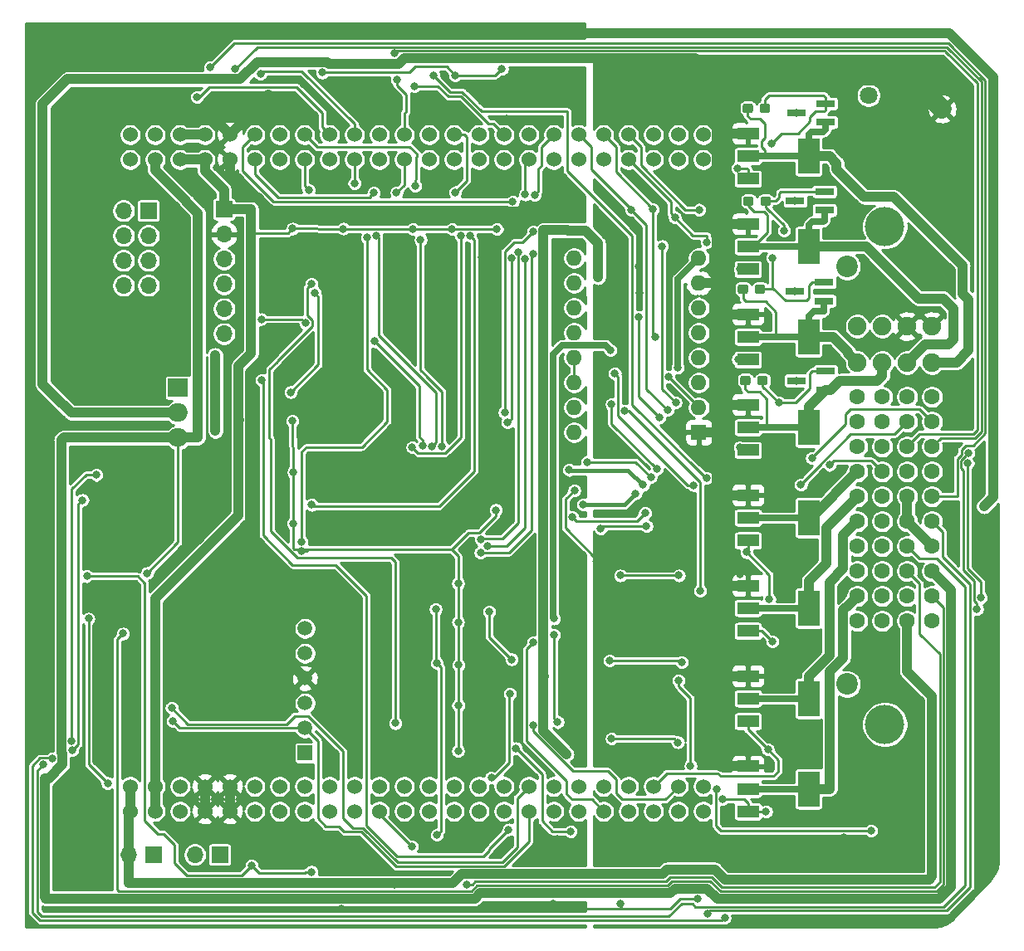
<source format=gbl>
G04 #@! TF.GenerationSoftware,KiCad,Pcbnew,5.1.5-52549c5~86~ubuntu18.04.1*
G04 #@! TF.CreationDate,2020-04-08T18:04:34+02:00*
G04 #@! TF.ProjectId,Speeduino_base,53706565-6475-4696-9e6f-5f626173652e,rev?*
G04 #@! TF.SameCoordinates,Original*
G04 #@! TF.FileFunction,Copper,L2,Bot*
G04 #@! TF.FilePolarity,Positive*
%FSLAX46Y46*%
G04 Gerber Fmt 4.6, Leading zero omitted, Abs format (unit mm)*
G04 Created by KiCad (PCBNEW 5.1.5-52549c5~86~ubuntu18.04.1) date 2020-04-08 18:04:34*
%MOMM*%
%LPD*%
G04 APERTURE LIST*
%ADD10C,1.508000*%
%ADD11R,1.508000X1.508000*%
%ADD12R,1.900000X0.800000*%
%ADD13C,0.100000*%
%ADD14R,2.200000X3.600000*%
%ADD15R,2.235200X1.219200*%
%ADD16R,1.700000X1.700000*%
%ADD17O,1.700000X1.700000*%
%ADD18C,2.200000*%
%ADD19C,4.000000*%
%ADD20C,1.900000*%
%ADD21C,1.600000*%
%ADD22C,1.524000*%
%ADD23O,1.600000X1.600000*%
%ADD24R,1.600000X1.600000*%
%ADD25O,2.000000X1.905000*%
%ADD26R,2.000000X1.905000*%
%ADD27C,1.800000*%
%ADD28C,0.800000*%
%ADD29C,1.000000*%
%ADD30C,0.250000*%
%ADD31C,2.000000*%
%ADD32C,0.635000*%
%ADD33C,0.450000*%
%ADD34C,0.254000*%
G04 APERTURE END LIST*
D10*
X142875000Y-79121000D03*
X142875000Y-81661000D03*
X142875000Y-84201000D03*
X142875000Y-86741000D03*
D11*
X142875000Y-91821000D03*
D10*
X142875000Y-89281000D03*
D12*
X192950000Y-26525000D03*
X195950000Y-27475000D03*
X195950000Y-25575000D03*
X192800000Y-44750000D03*
X195800000Y-45700000D03*
X195800000Y-43800000D03*
X192950000Y-53825000D03*
X195950000Y-54775000D03*
X195950000Y-52875000D03*
X192850000Y-35500000D03*
X195850000Y-36450000D03*
X195850000Y-34550000D03*
G04 #@! TA.AperFunction,SMDPad,CuDef*
D13*
G36*
X190085779Y-25576144D02*
G01*
X190108834Y-25579563D01*
X190131443Y-25585227D01*
X190153387Y-25593079D01*
X190174457Y-25603044D01*
X190194448Y-25615026D01*
X190213168Y-25628910D01*
X190230438Y-25644562D01*
X190246090Y-25661832D01*
X190259974Y-25680552D01*
X190271956Y-25700543D01*
X190281921Y-25721613D01*
X190289773Y-25743557D01*
X190295437Y-25766166D01*
X190298856Y-25789221D01*
X190300000Y-25812500D01*
X190300000Y-26287500D01*
X190298856Y-26310779D01*
X190295437Y-26333834D01*
X190289773Y-26356443D01*
X190281921Y-26378387D01*
X190271956Y-26399457D01*
X190259974Y-26419448D01*
X190246090Y-26438168D01*
X190230438Y-26455438D01*
X190213168Y-26471090D01*
X190194448Y-26484974D01*
X190174457Y-26496956D01*
X190153387Y-26506921D01*
X190131443Y-26514773D01*
X190108834Y-26520437D01*
X190085779Y-26523856D01*
X190062500Y-26525000D01*
X189487500Y-26525000D01*
X189464221Y-26523856D01*
X189441166Y-26520437D01*
X189418557Y-26514773D01*
X189396613Y-26506921D01*
X189375543Y-26496956D01*
X189355552Y-26484974D01*
X189336832Y-26471090D01*
X189319562Y-26455438D01*
X189303910Y-26438168D01*
X189290026Y-26419448D01*
X189278044Y-26399457D01*
X189268079Y-26378387D01*
X189260227Y-26356443D01*
X189254563Y-26333834D01*
X189251144Y-26310779D01*
X189250000Y-26287500D01*
X189250000Y-25812500D01*
X189251144Y-25789221D01*
X189254563Y-25766166D01*
X189260227Y-25743557D01*
X189268079Y-25721613D01*
X189278044Y-25700543D01*
X189290026Y-25680552D01*
X189303910Y-25661832D01*
X189319562Y-25644562D01*
X189336832Y-25628910D01*
X189355552Y-25615026D01*
X189375543Y-25603044D01*
X189396613Y-25593079D01*
X189418557Y-25585227D01*
X189441166Y-25579563D01*
X189464221Y-25576144D01*
X189487500Y-25575000D01*
X190062500Y-25575000D01*
X190085779Y-25576144D01*
G37*
G04 #@! TD.AperFunction*
G04 #@! TA.AperFunction,SMDPad,CuDef*
G36*
X188335779Y-25576144D02*
G01*
X188358834Y-25579563D01*
X188381443Y-25585227D01*
X188403387Y-25593079D01*
X188424457Y-25603044D01*
X188444448Y-25615026D01*
X188463168Y-25628910D01*
X188480438Y-25644562D01*
X188496090Y-25661832D01*
X188509974Y-25680552D01*
X188521956Y-25700543D01*
X188531921Y-25721613D01*
X188539773Y-25743557D01*
X188545437Y-25766166D01*
X188548856Y-25789221D01*
X188550000Y-25812500D01*
X188550000Y-26287500D01*
X188548856Y-26310779D01*
X188545437Y-26333834D01*
X188539773Y-26356443D01*
X188531921Y-26378387D01*
X188521956Y-26399457D01*
X188509974Y-26419448D01*
X188496090Y-26438168D01*
X188480438Y-26455438D01*
X188463168Y-26471090D01*
X188444448Y-26484974D01*
X188424457Y-26496956D01*
X188403387Y-26506921D01*
X188381443Y-26514773D01*
X188358834Y-26520437D01*
X188335779Y-26523856D01*
X188312500Y-26525000D01*
X187737500Y-26525000D01*
X187714221Y-26523856D01*
X187691166Y-26520437D01*
X187668557Y-26514773D01*
X187646613Y-26506921D01*
X187625543Y-26496956D01*
X187605552Y-26484974D01*
X187586832Y-26471090D01*
X187569562Y-26455438D01*
X187553910Y-26438168D01*
X187540026Y-26419448D01*
X187528044Y-26399457D01*
X187518079Y-26378387D01*
X187510227Y-26356443D01*
X187504563Y-26333834D01*
X187501144Y-26310779D01*
X187500000Y-26287500D01*
X187500000Y-25812500D01*
X187501144Y-25789221D01*
X187504563Y-25766166D01*
X187510227Y-25743557D01*
X187518079Y-25721613D01*
X187528044Y-25700543D01*
X187540026Y-25680552D01*
X187553910Y-25661832D01*
X187569562Y-25644562D01*
X187586832Y-25628910D01*
X187605552Y-25615026D01*
X187625543Y-25603044D01*
X187646613Y-25593079D01*
X187668557Y-25585227D01*
X187691166Y-25579563D01*
X187714221Y-25576144D01*
X187737500Y-25575000D01*
X188312500Y-25575000D01*
X188335779Y-25576144D01*
G37*
G04 #@! TD.AperFunction*
G04 #@! TA.AperFunction,SMDPad,CuDef*
G36*
X189595779Y-44026144D02*
G01*
X189618834Y-44029563D01*
X189641443Y-44035227D01*
X189663387Y-44043079D01*
X189684457Y-44053044D01*
X189704448Y-44065026D01*
X189723168Y-44078910D01*
X189740438Y-44094562D01*
X189756090Y-44111832D01*
X189769974Y-44130552D01*
X189781956Y-44150543D01*
X189791921Y-44171613D01*
X189799773Y-44193557D01*
X189805437Y-44216166D01*
X189808856Y-44239221D01*
X189810000Y-44262500D01*
X189810000Y-44737500D01*
X189808856Y-44760779D01*
X189805437Y-44783834D01*
X189799773Y-44806443D01*
X189791921Y-44828387D01*
X189781956Y-44849457D01*
X189769974Y-44869448D01*
X189756090Y-44888168D01*
X189740438Y-44905438D01*
X189723168Y-44921090D01*
X189704448Y-44934974D01*
X189684457Y-44946956D01*
X189663387Y-44956921D01*
X189641443Y-44964773D01*
X189618834Y-44970437D01*
X189595779Y-44973856D01*
X189572500Y-44975000D01*
X188997500Y-44975000D01*
X188974221Y-44973856D01*
X188951166Y-44970437D01*
X188928557Y-44964773D01*
X188906613Y-44956921D01*
X188885543Y-44946956D01*
X188865552Y-44934974D01*
X188846832Y-44921090D01*
X188829562Y-44905438D01*
X188813910Y-44888168D01*
X188800026Y-44869448D01*
X188788044Y-44849457D01*
X188778079Y-44828387D01*
X188770227Y-44806443D01*
X188764563Y-44783834D01*
X188761144Y-44760779D01*
X188760000Y-44737500D01*
X188760000Y-44262500D01*
X188761144Y-44239221D01*
X188764563Y-44216166D01*
X188770227Y-44193557D01*
X188778079Y-44171613D01*
X188788044Y-44150543D01*
X188800026Y-44130552D01*
X188813910Y-44111832D01*
X188829562Y-44094562D01*
X188846832Y-44078910D01*
X188865552Y-44065026D01*
X188885543Y-44053044D01*
X188906613Y-44043079D01*
X188928557Y-44035227D01*
X188951166Y-44029563D01*
X188974221Y-44026144D01*
X188997500Y-44025000D01*
X189572500Y-44025000D01*
X189595779Y-44026144D01*
G37*
G04 #@! TD.AperFunction*
G04 #@! TA.AperFunction,SMDPad,CuDef*
G36*
X187845779Y-44026144D02*
G01*
X187868834Y-44029563D01*
X187891443Y-44035227D01*
X187913387Y-44043079D01*
X187934457Y-44053044D01*
X187954448Y-44065026D01*
X187973168Y-44078910D01*
X187990438Y-44094562D01*
X188006090Y-44111832D01*
X188019974Y-44130552D01*
X188031956Y-44150543D01*
X188041921Y-44171613D01*
X188049773Y-44193557D01*
X188055437Y-44216166D01*
X188058856Y-44239221D01*
X188060000Y-44262500D01*
X188060000Y-44737500D01*
X188058856Y-44760779D01*
X188055437Y-44783834D01*
X188049773Y-44806443D01*
X188041921Y-44828387D01*
X188031956Y-44849457D01*
X188019974Y-44869448D01*
X188006090Y-44888168D01*
X187990438Y-44905438D01*
X187973168Y-44921090D01*
X187954448Y-44934974D01*
X187934457Y-44946956D01*
X187913387Y-44956921D01*
X187891443Y-44964773D01*
X187868834Y-44970437D01*
X187845779Y-44973856D01*
X187822500Y-44975000D01*
X187247500Y-44975000D01*
X187224221Y-44973856D01*
X187201166Y-44970437D01*
X187178557Y-44964773D01*
X187156613Y-44956921D01*
X187135543Y-44946956D01*
X187115552Y-44934974D01*
X187096832Y-44921090D01*
X187079562Y-44905438D01*
X187063910Y-44888168D01*
X187050026Y-44869448D01*
X187038044Y-44849457D01*
X187028079Y-44828387D01*
X187020227Y-44806443D01*
X187014563Y-44783834D01*
X187011144Y-44760779D01*
X187010000Y-44737500D01*
X187010000Y-44262500D01*
X187011144Y-44239221D01*
X187014563Y-44216166D01*
X187020227Y-44193557D01*
X187028079Y-44171613D01*
X187038044Y-44150543D01*
X187050026Y-44130552D01*
X187063910Y-44111832D01*
X187079562Y-44094562D01*
X187096832Y-44078910D01*
X187115552Y-44065026D01*
X187135543Y-44053044D01*
X187156613Y-44043079D01*
X187178557Y-44035227D01*
X187201166Y-44029563D01*
X187224221Y-44026144D01*
X187247500Y-44025000D01*
X187822500Y-44025000D01*
X187845779Y-44026144D01*
G37*
G04 #@! TD.AperFunction*
G04 #@! TA.AperFunction,SMDPad,CuDef*
G36*
X189830779Y-53346144D02*
G01*
X189853834Y-53349563D01*
X189876443Y-53355227D01*
X189898387Y-53363079D01*
X189919457Y-53373044D01*
X189939448Y-53385026D01*
X189958168Y-53398910D01*
X189975438Y-53414562D01*
X189991090Y-53431832D01*
X190004974Y-53450552D01*
X190016956Y-53470543D01*
X190026921Y-53491613D01*
X190034773Y-53513557D01*
X190040437Y-53536166D01*
X190043856Y-53559221D01*
X190045000Y-53582500D01*
X190045000Y-54057500D01*
X190043856Y-54080779D01*
X190040437Y-54103834D01*
X190034773Y-54126443D01*
X190026921Y-54148387D01*
X190016956Y-54169457D01*
X190004974Y-54189448D01*
X189991090Y-54208168D01*
X189975438Y-54225438D01*
X189958168Y-54241090D01*
X189939448Y-54254974D01*
X189919457Y-54266956D01*
X189898387Y-54276921D01*
X189876443Y-54284773D01*
X189853834Y-54290437D01*
X189830779Y-54293856D01*
X189807500Y-54295000D01*
X189232500Y-54295000D01*
X189209221Y-54293856D01*
X189186166Y-54290437D01*
X189163557Y-54284773D01*
X189141613Y-54276921D01*
X189120543Y-54266956D01*
X189100552Y-54254974D01*
X189081832Y-54241090D01*
X189064562Y-54225438D01*
X189048910Y-54208168D01*
X189035026Y-54189448D01*
X189023044Y-54169457D01*
X189013079Y-54148387D01*
X189005227Y-54126443D01*
X188999563Y-54103834D01*
X188996144Y-54080779D01*
X188995000Y-54057500D01*
X188995000Y-53582500D01*
X188996144Y-53559221D01*
X188999563Y-53536166D01*
X189005227Y-53513557D01*
X189013079Y-53491613D01*
X189023044Y-53470543D01*
X189035026Y-53450552D01*
X189048910Y-53431832D01*
X189064562Y-53414562D01*
X189081832Y-53398910D01*
X189100552Y-53385026D01*
X189120543Y-53373044D01*
X189141613Y-53363079D01*
X189163557Y-53355227D01*
X189186166Y-53349563D01*
X189209221Y-53346144D01*
X189232500Y-53345000D01*
X189807500Y-53345000D01*
X189830779Y-53346144D01*
G37*
G04 #@! TD.AperFunction*
G04 #@! TA.AperFunction,SMDPad,CuDef*
G36*
X188080779Y-53346144D02*
G01*
X188103834Y-53349563D01*
X188126443Y-53355227D01*
X188148387Y-53363079D01*
X188169457Y-53373044D01*
X188189448Y-53385026D01*
X188208168Y-53398910D01*
X188225438Y-53414562D01*
X188241090Y-53431832D01*
X188254974Y-53450552D01*
X188266956Y-53470543D01*
X188276921Y-53491613D01*
X188284773Y-53513557D01*
X188290437Y-53536166D01*
X188293856Y-53559221D01*
X188295000Y-53582500D01*
X188295000Y-54057500D01*
X188293856Y-54080779D01*
X188290437Y-54103834D01*
X188284773Y-54126443D01*
X188276921Y-54148387D01*
X188266956Y-54169457D01*
X188254974Y-54189448D01*
X188241090Y-54208168D01*
X188225438Y-54225438D01*
X188208168Y-54241090D01*
X188189448Y-54254974D01*
X188169457Y-54266956D01*
X188148387Y-54276921D01*
X188126443Y-54284773D01*
X188103834Y-54290437D01*
X188080779Y-54293856D01*
X188057500Y-54295000D01*
X187482500Y-54295000D01*
X187459221Y-54293856D01*
X187436166Y-54290437D01*
X187413557Y-54284773D01*
X187391613Y-54276921D01*
X187370543Y-54266956D01*
X187350552Y-54254974D01*
X187331832Y-54241090D01*
X187314562Y-54225438D01*
X187298910Y-54208168D01*
X187285026Y-54189448D01*
X187273044Y-54169457D01*
X187263079Y-54148387D01*
X187255227Y-54126443D01*
X187249563Y-54103834D01*
X187246144Y-54080779D01*
X187245000Y-54057500D01*
X187245000Y-53582500D01*
X187246144Y-53559221D01*
X187249563Y-53536166D01*
X187255227Y-53513557D01*
X187263079Y-53491613D01*
X187273044Y-53470543D01*
X187285026Y-53450552D01*
X187298910Y-53431832D01*
X187314562Y-53414562D01*
X187331832Y-53398910D01*
X187350552Y-53385026D01*
X187370543Y-53373044D01*
X187391613Y-53363079D01*
X187413557Y-53355227D01*
X187436166Y-53349563D01*
X187459221Y-53346144D01*
X187482500Y-53345000D01*
X188057500Y-53345000D01*
X188080779Y-53346144D01*
G37*
G04 #@! TD.AperFunction*
G04 #@! TA.AperFunction,SMDPad,CuDef*
G36*
X190160779Y-35056144D02*
G01*
X190183834Y-35059563D01*
X190206443Y-35065227D01*
X190228387Y-35073079D01*
X190249457Y-35083044D01*
X190269448Y-35095026D01*
X190288168Y-35108910D01*
X190305438Y-35124562D01*
X190321090Y-35141832D01*
X190334974Y-35160552D01*
X190346956Y-35180543D01*
X190356921Y-35201613D01*
X190364773Y-35223557D01*
X190370437Y-35246166D01*
X190373856Y-35269221D01*
X190375000Y-35292500D01*
X190375000Y-35767500D01*
X190373856Y-35790779D01*
X190370437Y-35813834D01*
X190364773Y-35836443D01*
X190356921Y-35858387D01*
X190346956Y-35879457D01*
X190334974Y-35899448D01*
X190321090Y-35918168D01*
X190305438Y-35935438D01*
X190288168Y-35951090D01*
X190269448Y-35964974D01*
X190249457Y-35976956D01*
X190228387Y-35986921D01*
X190206443Y-35994773D01*
X190183834Y-36000437D01*
X190160779Y-36003856D01*
X190137500Y-36005000D01*
X189562500Y-36005000D01*
X189539221Y-36003856D01*
X189516166Y-36000437D01*
X189493557Y-35994773D01*
X189471613Y-35986921D01*
X189450543Y-35976956D01*
X189430552Y-35964974D01*
X189411832Y-35951090D01*
X189394562Y-35935438D01*
X189378910Y-35918168D01*
X189365026Y-35899448D01*
X189353044Y-35879457D01*
X189343079Y-35858387D01*
X189335227Y-35836443D01*
X189329563Y-35813834D01*
X189326144Y-35790779D01*
X189325000Y-35767500D01*
X189325000Y-35292500D01*
X189326144Y-35269221D01*
X189329563Y-35246166D01*
X189335227Y-35223557D01*
X189343079Y-35201613D01*
X189353044Y-35180543D01*
X189365026Y-35160552D01*
X189378910Y-35141832D01*
X189394562Y-35124562D01*
X189411832Y-35108910D01*
X189430552Y-35095026D01*
X189450543Y-35083044D01*
X189471613Y-35073079D01*
X189493557Y-35065227D01*
X189516166Y-35059563D01*
X189539221Y-35056144D01*
X189562500Y-35055000D01*
X190137500Y-35055000D01*
X190160779Y-35056144D01*
G37*
G04 #@! TD.AperFunction*
G04 #@! TA.AperFunction,SMDPad,CuDef*
G36*
X188410779Y-35056144D02*
G01*
X188433834Y-35059563D01*
X188456443Y-35065227D01*
X188478387Y-35073079D01*
X188499457Y-35083044D01*
X188519448Y-35095026D01*
X188538168Y-35108910D01*
X188555438Y-35124562D01*
X188571090Y-35141832D01*
X188584974Y-35160552D01*
X188596956Y-35180543D01*
X188606921Y-35201613D01*
X188614773Y-35223557D01*
X188620437Y-35246166D01*
X188623856Y-35269221D01*
X188625000Y-35292500D01*
X188625000Y-35767500D01*
X188623856Y-35790779D01*
X188620437Y-35813834D01*
X188614773Y-35836443D01*
X188606921Y-35858387D01*
X188596956Y-35879457D01*
X188584974Y-35899448D01*
X188571090Y-35918168D01*
X188555438Y-35935438D01*
X188538168Y-35951090D01*
X188519448Y-35964974D01*
X188499457Y-35976956D01*
X188478387Y-35986921D01*
X188456443Y-35994773D01*
X188433834Y-36000437D01*
X188410779Y-36003856D01*
X188387500Y-36005000D01*
X187812500Y-36005000D01*
X187789221Y-36003856D01*
X187766166Y-36000437D01*
X187743557Y-35994773D01*
X187721613Y-35986921D01*
X187700543Y-35976956D01*
X187680552Y-35964974D01*
X187661832Y-35951090D01*
X187644562Y-35935438D01*
X187628910Y-35918168D01*
X187615026Y-35899448D01*
X187603044Y-35879457D01*
X187593079Y-35858387D01*
X187585227Y-35836443D01*
X187579563Y-35813834D01*
X187576144Y-35790779D01*
X187575000Y-35767500D01*
X187575000Y-35292500D01*
X187576144Y-35269221D01*
X187579563Y-35246166D01*
X187585227Y-35223557D01*
X187593079Y-35201613D01*
X187603044Y-35180543D01*
X187615026Y-35160552D01*
X187628910Y-35141832D01*
X187644562Y-35124562D01*
X187661832Y-35108910D01*
X187680552Y-35095026D01*
X187700543Y-35083044D01*
X187721613Y-35073079D01*
X187743557Y-35065227D01*
X187766166Y-35059563D01*
X187789221Y-35056144D01*
X187812500Y-35055000D01*
X188387500Y-35055000D01*
X188410779Y-35056144D01*
G37*
G04 #@! TD.AperFunction*
D14*
X194250000Y-30925000D03*
D15*
X188052200Y-28613600D03*
X188052200Y-30925000D03*
X188052200Y-33236400D03*
D14*
X194250000Y-49376142D03*
D15*
X188052200Y-47064742D03*
X188052200Y-49376142D03*
X188052200Y-51687542D03*
D14*
X194250000Y-40150571D03*
D15*
X188052200Y-37839171D03*
X188052200Y-40150571D03*
X188052200Y-42461971D03*
D16*
X126925000Y-36500000D03*
D17*
X124385000Y-36500000D03*
X126925000Y-39040000D03*
X124385000Y-39040000D03*
X126925000Y-41580000D03*
X124385000Y-41580000D03*
X126925000Y-44120000D03*
X124385000Y-44120000D03*
X134625000Y-49045000D03*
X134625000Y-46505000D03*
X134625000Y-43965000D03*
X134625000Y-41425000D03*
X134625000Y-38885000D03*
D16*
X134625000Y-36345000D03*
D18*
X198150000Y-84800000D03*
X198150000Y-42200000D03*
D19*
X202000000Y-88900000D03*
X202000000Y-38100000D03*
D20*
X199190000Y-48290000D03*
X201730000Y-48290000D03*
X204270000Y-48290000D03*
X206810000Y-48290000D03*
X199190000Y-51990000D03*
X201730000Y-51990000D03*
X204270000Y-51990000D03*
X206810000Y-51990000D03*
D21*
X199190000Y-55490000D03*
X201730000Y-55490000D03*
X204270000Y-55490000D03*
X206810000Y-55490000D03*
X199190000Y-58030000D03*
X201730000Y-58030000D03*
X204270000Y-58030000D03*
X206810000Y-58030000D03*
X199190000Y-60570000D03*
X201730000Y-60570000D03*
X204270000Y-60570000D03*
X206810000Y-60570000D03*
X199190000Y-63110000D03*
X201730000Y-63110000D03*
X204270000Y-63110000D03*
X206810000Y-63110000D03*
X199190000Y-65650000D03*
X201730000Y-65650000D03*
X204270000Y-65650000D03*
X206810000Y-65650000D03*
X199190000Y-68190000D03*
X201730000Y-68190000D03*
X204270000Y-68190000D03*
X206810000Y-68190000D03*
X199190000Y-70730000D03*
X201730000Y-70730000D03*
X204270000Y-70730000D03*
X206810000Y-70730000D03*
X199190000Y-73270000D03*
X201730000Y-73270000D03*
X204270000Y-73270000D03*
X206810000Y-73270000D03*
X199190000Y-75810000D03*
X201730000Y-75810000D03*
X204270000Y-75810000D03*
X206810000Y-75810000D03*
X199190000Y-78350000D03*
X201730000Y-78350000D03*
X204270000Y-78350000D03*
X206810000Y-78350000D03*
D22*
X183480000Y-97770000D03*
X183480000Y-95230000D03*
X180940000Y-97770000D03*
X180940000Y-95230000D03*
X178400000Y-97770000D03*
X178400000Y-95230000D03*
X175860000Y-97770000D03*
X175860000Y-95230000D03*
X173320000Y-97770000D03*
X173320000Y-95230000D03*
X170780000Y-97770000D03*
X170780000Y-95230000D03*
X168240000Y-97770000D03*
X168240000Y-95230000D03*
X165700000Y-97770000D03*
X165700000Y-95230000D03*
X163160000Y-97770000D03*
X163160000Y-95230000D03*
X160620000Y-97770000D03*
X160620000Y-95230000D03*
X158080000Y-97770000D03*
X158080000Y-95230000D03*
X155540000Y-97770000D03*
X155540000Y-95230000D03*
X153000000Y-97770000D03*
X153000000Y-95230000D03*
X150460000Y-97770000D03*
X150460000Y-95230000D03*
X147920000Y-97770000D03*
X147920000Y-95230000D03*
X145380000Y-97770000D03*
X145380000Y-95230000D03*
X142840000Y-97770000D03*
X142840000Y-95230000D03*
X140300000Y-97770000D03*
X140300000Y-95230000D03*
X137760000Y-97770000D03*
X137760000Y-95230000D03*
X135220000Y-97770000D03*
X135220000Y-95230000D03*
X132680000Y-97770000D03*
X132680000Y-95230000D03*
X130140000Y-97770000D03*
X130140000Y-95230000D03*
X127600000Y-97770000D03*
X127600000Y-95230000D03*
X125060000Y-97770000D03*
X125060000Y-95230000D03*
D14*
X194250000Y-67827284D03*
D15*
X188052200Y-65515884D03*
X188052200Y-67827284D03*
X188052200Y-70138684D03*
D23*
X170332000Y-59111000D03*
X183032000Y-41331000D03*
X170332000Y-56571000D03*
X183032000Y-43871000D03*
X170332000Y-54031000D03*
X183032000Y-46411000D03*
X170332000Y-51491000D03*
X183032000Y-48951000D03*
X170332000Y-48951000D03*
X183032000Y-51491000D03*
X170332000Y-46411000D03*
X183032000Y-54031000D03*
X170332000Y-43871000D03*
X183032000Y-56571000D03*
X170332000Y-41331000D03*
D24*
X183032000Y-59111000D03*
D25*
X129950000Y-59655000D03*
X129950000Y-57115000D03*
D26*
X129950000Y-54575000D03*
D14*
X194250000Y-58601713D03*
D15*
X188052200Y-56290313D03*
X188052200Y-58601713D03*
X188052200Y-60913113D03*
D27*
X200340000Y-24730000D03*
X207840000Y-26130000D03*
D17*
X131650000Y-102200000D03*
D16*
X134190000Y-102200000D03*
D17*
X124885000Y-102225000D03*
D16*
X127425000Y-102225000D03*
D14*
X194250000Y-95504000D03*
D15*
X188052200Y-93192600D03*
X188052200Y-95504000D03*
X188052200Y-97815400D03*
D14*
X194250000Y-86278426D03*
D15*
X188052200Y-83967026D03*
X188052200Y-86278426D03*
X188052200Y-88589826D03*
D14*
X194250000Y-77052855D03*
D15*
X188052200Y-74741455D03*
X188052200Y-77052855D03*
X188052200Y-79364255D03*
D22*
X183480000Y-31270000D03*
X183480000Y-28730000D03*
X180940000Y-31270000D03*
X180940000Y-28730000D03*
X178400000Y-31270000D03*
X178400000Y-28730000D03*
X175860000Y-31270000D03*
X175860000Y-28730000D03*
X173320000Y-31270000D03*
X173320000Y-28730000D03*
X170780000Y-31270000D03*
X170780000Y-28730000D03*
X168240000Y-31270000D03*
X168240000Y-28730000D03*
X165700000Y-31270000D03*
X165700000Y-28730000D03*
X163160000Y-31270000D03*
X163160000Y-28730000D03*
X160620000Y-31270000D03*
X160620000Y-28730000D03*
X158080000Y-31270000D03*
X158080000Y-28730000D03*
X155540000Y-31270000D03*
X155540000Y-28730000D03*
X153000000Y-31270000D03*
X153000000Y-28730000D03*
X150460000Y-31270000D03*
X150460000Y-28730000D03*
X147920000Y-31270000D03*
X147920000Y-28730000D03*
X145380000Y-31270000D03*
X145380000Y-28730000D03*
X142840000Y-31270000D03*
X142840000Y-28730000D03*
X140300000Y-31270000D03*
X140300000Y-28730000D03*
X137760000Y-31270000D03*
X137760000Y-28730000D03*
X135220000Y-31270000D03*
X135220000Y-28730000D03*
X132680000Y-31270000D03*
X132680000Y-28730000D03*
X130140000Y-31270000D03*
X130140000Y-28730000D03*
X127600000Y-31270000D03*
X127600000Y-28730000D03*
X125060000Y-31270000D03*
X125060000Y-28730000D03*
D28*
X212100000Y-66660000D03*
X182900000Y-106720000D03*
X146610000Y-107720000D03*
X169930000Y-36630000D03*
X154920000Y-36630000D03*
X160620000Y-36630000D03*
X160930000Y-41240000D03*
X143890000Y-36750000D03*
X139467505Y-18412495D03*
X160870000Y-25340000D03*
X165560000Y-24690000D03*
X123260000Y-27890000D03*
X150900000Y-36630000D03*
X139180000Y-24661901D03*
X138660000Y-35710000D03*
X139120000Y-50170000D03*
X119400000Y-96440000D03*
X118510000Y-99490000D03*
X120010000Y-104760000D03*
X125340000Y-81380000D03*
X122770000Y-85320000D03*
X122820000Y-89230000D03*
X126300000Y-70050000D03*
X126180000Y-71610000D03*
X145130000Y-53160000D03*
X143670000Y-54960000D03*
X142810000Y-51080000D03*
X140970000Y-52740000D03*
X148450000Y-67860000D03*
X153850000Y-67520000D03*
X153420000Y-49430000D03*
X153400000Y-50680000D03*
X156300000Y-52490000D03*
X157620000Y-52820000D03*
X153140000Y-41250000D03*
X168430000Y-49050000D03*
X150260000Y-73580000D03*
X148310000Y-73250000D03*
X158500000Y-26400000D03*
X150110000Y-26440000D03*
X145730000Y-26910000D03*
X152950000Y-93090000D03*
X154790000Y-93270000D03*
X158730000Y-93300000D03*
X162220000Y-93300000D03*
X160840000Y-93230000D03*
X150220000Y-93650000D03*
X150600000Y-78090000D03*
X153750000Y-74500000D03*
X153850000Y-76880000D03*
X156900000Y-74980000D03*
X161420000Y-75430000D03*
X165160000Y-71350000D03*
X131860000Y-62780000D03*
X132000000Y-64710000D03*
X132400000Y-67590000D03*
X126070000Y-66300000D03*
X125090000Y-64740000D03*
X123010000Y-64800000D03*
X121110000Y-67050000D03*
X116130000Y-62810000D03*
X115810000Y-73380000D03*
X114950000Y-82630000D03*
X125860000Y-61000000D03*
X120620000Y-53220000D03*
X125400000Y-77900000D03*
X143810000Y-68940000D03*
X145060000Y-69420000D03*
X146380000Y-48900000D03*
X147360000Y-50560000D03*
X148080000Y-41600000D03*
X148010000Y-45250000D03*
X168720000Y-43450000D03*
X168820000Y-45800000D03*
X156530000Y-68150000D03*
X159600000Y-68200000D03*
X156720000Y-63250000D03*
X162700000Y-64050000D03*
X134550000Y-60500000D03*
X161190000Y-83280000D03*
X160610000Y-84360000D03*
X160470000Y-89280000D03*
X153480000Y-89310000D03*
X153770000Y-82520000D03*
X153820000Y-84550000D03*
X161360000Y-91390000D03*
X160750000Y-80660000D03*
X165620000Y-75430000D03*
X164170000Y-83940000D03*
X164290000Y-80670000D03*
X145170000Y-91880000D03*
X169590000Y-73350000D03*
X170340000Y-74380000D03*
X169520000Y-80770000D03*
X169520000Y-82410000D03*
X169560000Y-85450000D03*
X169890000Y-90010000D03*
X139040000Y-76780000D03*
X132630000Y-80960000D03*
X137240000Y-87600000D03*
X138100000Y-91690000D03*
X133890000Y-91880000D03*
X144550000Y-75200000D03*
X119830000Y-37500000D03*
X120260000Y-46750000D03*
X117320000Y-19480000D03*
X120040000Y-19310000D03*
X165045000Y-37125000D03*
X121090000Y-76270000D03*
X175080000Y-107220000D03*
X162960000Y-101640000D03*
X168210000Y-107170019D03*
X163400000Y-27120000D03*
X167010000Y-27520000D03*
X168570000Y-100610000D03*
X143550000Y-103950000D03*
X137430000Y-103300000D03*
X120640000Y-73790000D03*
X163760000Y-85780000D03*
X163950000Y-82280000D03*
X161660000Y-77410000D03*
X161880000Y-94360000D03*
X173930000Y-82410000D03*
X181290000Y-82560000D03*
X181000000Y-73720000D03*
X175020000Y-73720000D03*
X122760000Y-94900000D03*
X120810000Y-78120000D03*
X164350000Y-91340000D03*
X169970000Y-99820000D03*
X185392001Y-86117001D03*
X185392001Y-78007999D03*
X185392001Y-69042001D03*
X190216315Y-93146315D03*
X187530000Y-91670000D03*
X187620000Y-82510000D03*
X187220000Y-73610000D03*
X193344968Y-102509973D03*
X172830000Y-72260000D03*
X158490000Y-91639999D03*
X141710000Y-68400000D03*
X141714670Y-63184670D03*
X141600000Y-57950000D03*
X162344687Y-67035313D03*
X158490000Y-74550000D03*
X158490000Y-78470000D03*
X158510000Y-82860000D03*
X158500000Y-86970000D03*
X142506258Y-71209706D03*
X117230000Y-55310000D03*
X197800000Y-100410000D03*
X182650000Y-35400000D03*
X204510000Y-41070000D03*
X206810000Y-42740000D03*
X203640000Y-30990000D03*
X206810000Y-32860000D03*
X200420000Y-29630000D03*
X173710000Y-24710000D03*
X203580000Y-98710000D03*
X201540000Y-93070000D03*
X210050000Y-55120000D03*
X208630000Y-57160000D03*
X203110000Y-53800000D03*
X205630000Y-53770000D03*
X211780000Y-62620000D03*
X211270000Y-65600000D03*
X199300000Y-44270000D03*
X198020000Y-46030000D03*
X185392001Y-40037999D03*
X194010000Y-33550000D03*
X196550000Y-29050000D03*
X190080000Y-32440000D03*
X191010000Y-60240000D03*
X173920000Y-91860000D03*
X173160000Y-84050000D03*
X174650000Y-69530000D03*
X173480000Y-59060000D03*
X173800000Y-46500000D03*
X175060000Y-46840000D03*
X173200000Y-51760000D03*
X173400000Y-60960000D03*
X173470000Y-48600000D03*
X173890000Y-54850000D03*
X176940000Y-42190000D03*
X177000000Y-44870000D03*
X180960000Y-40470000D03*
X180460000Y-41790000D03*
X170350000Y-65020000D03*
X193500000Y-90730000D03*
X180092001Y-78007999D03*
X179850000Y-69520000D03*
X180490000Y-66820000D03*
X208530000Y-60800000D03*
X191200000Y-70380000D03*
X191950000Y-72490000D03*
X191370000Y-79500000D03*
X191580000Y-82610000D03*
X174790000Y-81270000D03*
X173600000Y-99690000D03*
X181930000Y-102480000D03*
X178530000Y-102730000D03*
X169550000Y-91950000D03*
X172770000Y-43290000D03*
X167190000Y-38480000D03*
X167190000Y-70605000D03*
X167190000Y-75750000D03*
X167220000Y-84010000D03*
X184860000Y-95540000D03*
X133760000Y-58980000D03*
X167160000Y-61540000D03*
X133710000Y-51230000D03*
X200580000Y-99740000D03*
X174020000Y-50720000D03*
X168240000Y-78120000D03*
X180900000Y-52520000D03*
X210455010Y-62277707D03*
X211795021Y-75981147D03*
X176590000Y-65340000D03*
X171235000Y-66470000D03*
X210482654Y-61218594D03*
X211395010Y-77155075D03*
X177360000Y-64490000D03*
X169810000Y-62950000D03*
X178130000Y-63690000D03*
X194564619Y-61739935D03*
X171630000Y-62150000D03*
X177700000Y-68680000D03*
X173020000Y-68950000D03*
X133200000Y-21880000D03*
X208769997Y-96980003D03*
X126810000Y-73470000D03*
X175799981Y-106120019D03*
X196352298Y-62442298D03*
X183840000Y-63790000D03*
X156010000Y-22700000D03*
X135790000Y-22030000D03*
X177550000Y-67350000D03*
X154900000Y-60490000D03*
X150003000Y-49830000D03*
X170115000Y-67760000D03*
X175490000Y-56920000D03*
X183160000Y-75290000D03*
X119144525Y-91549374D03*
X120200000Y-66019200D03*
X119110000Y-90600000D03*
X121620000Y-63460000D03*
X124340000Y-79640000D03*
X193440000Y-64465000D03*
X182492001Y-64497298D03*
X174470000Y-53110000D03*
X151970000Y-20464989D03*
X174139999Y-56245000D03*
X178750000Y-62840011D03*
X179965000Y-53430000D03*
X157921209Y-105119980D03*
X152040000Y-105219990D03*
X195494494Y-104756132D03*
X138500000Y-105040000D03*
X156210000Y-77150000D03*
X156320000Y-82680000D03*
X156330000Y-100200000D03*
X141630000Y-38320000D03*
X162450000Y-38390000D03*
X157884650Y-38374650D03*
X153890000Y-38370000D03*
X146797374Y-38337374D03*
X144650000Y-22410000D03*
X136120000Y-62990000D03*
X136160000Y-57830000D03*
X158200000Y-22710000D03*
X162960000Y-22015009D03*
X127600000Y-81210000D03*
X159375201Y-105219990D03*
X138490000Y-53780000D03*
X163650000Y-99635000D03*
X152260000Y-23150000D03*
X179030000Y-57610000D03*
X176915000Y-47350000D03*
X152210000Y-34670000D03*
X165340000Y-34850000D03*
X152090000Y-88790000D03*
X143260000Y-34410000D03*
X143550000Y-43950000D03*
X190071387Y-91468613D03*
X189890000Y-97800000D03*
X185430000Y-96540000D03*
X180950000Y-84425000D03*
X182190000Y-93180000D03*
X190540000Y-80450000D03*
X187920000Y-71340000D03*
X190220000Y-76112850D03*
X166140000Y-80540000D03*
X153780000Y-101370000D03*
X138340336Y-22518592D03*
X163235000Y-57089999D03*
X166140000Y-38615000D03*
X166289782Y-34870425D03*
X142957298Y-47972702D03*
X138420000Y-47560000D03*
X164070000Y-35560000D03*
X147920000Y-33690000D03*
X154018093Y-23794991D03*
X131870000Y-24890000D03*
X143850000Y-44890000D03*
X141440000Y-55010000D03*
X187220000Y-42470000D03*
X183842001Y-39705050D03*
X180590000Y-37170000D03*
X186984852Y-32164853D03*
X183060000Y-36400000D03*
X159719678Y-39055824D03*
X143560000Y-66510000D03*
X187020000Y-51650000D03*
X178560000Y-49410000D03*
X178330000Y-36370000D03*
X158769682Y-39052631D03*
X153820000Y-60660000D03*
X187210000Y-60650000D03*
X179850000Y-56830000D03*
X176135000Y-36395000D03*
X149200000Y-39260000D03*
X142530000Y-70260000D03*
X158210000Y-34620000D03*
X156852378Y-60568107D03*
X154670000Y-39460000D03*
X154110000Y-33970000D03*
X155850000Y-60555000D03*
X150159786Y-39023683D03*
X149899702Y-34669702D03*
X129410000Y-88590000D03*
X129290000Y-87210000D03*
X166140000Y-89000000D03*
X168260000Y-79790000D03*
X168640000Y-88690000D03*
X174140000Y-90380000D03*
X180910000Y-90740000D03*
X183940000Y-108190001D03*
X185670000Y-108624980D03*
X117098268Y-92385000D03*
X116205020Y-93021500D03*
X192950000Y-53825000D03*
X191180000Y-56080000D03*
X180670000Y-56070000D03*
X179290000Y-40120000D03*
X160780000Y-71370000D03*
X166140000Y-40910000D03*
X192850000Y-35500000D03*
X192800000Y-44750000D03*
X192950000Y-26525000D03*
X160801456Y-70002455D03*
X164611016Y-40703844D03*
X191706852Y-38547463D03*
X190560000Y-41300000D03*
X161451753Y-70695000D03*
X165264999Y-41404999D03*
X163520000Y-58110000D03*
X163910000Y-41344999D03*
X190410000Y-29690000D03*
D29*
X204270000Y-68190000D02*
X204270000Y-65650000D01*
X206810000Y-70730000D02*
X204270000Y-68190000D01*
X208990149Y-18830149D02*
X208802149Y-18650000D01*
X208990149Y-18830149D02*
X208554292Y-18412495D01*
X212100000Y-66660000D02*
X213015031Y-65744969D01*
X213015031Y-22855031D02*
X208990149Y-18830149D01*
X213015031Y-65744969D02*
X213015031Y-22855031D01*
D30*
X182900000Y-106720000D02*
X181102101Y-106720000D01*
X181102101Y-106720000D02*
X180102101Y-107720000D01*
X180102101Y-107720000D02*
X175150000Y-107720000D01*
D29*
X132680000Y-97770000D02*
X132680000Y-95230000D01*
X135220000Y-95230000D02*
X135220000Y-97770000D01*
X169930000Y-36630000D02*
X160620000Y-36630000D01*
X160620000Y-36630000D02*
X154920000Y-36630000D01*
D30*
X165540000Y-36630000D02*
X169930000Y-36630000D01*
X160930000Y-41240000D02*
X165045000Y-37125000D01*
X144010000Y-36630000D02*
X143890000Y-36750000D01*
X145300000Y-36630000D02*
X145180000Y-36750000D01*
D29*
X145300000Y-36630000D02*
X144010000Y-36630000D01*
D30*
X145180000Y-36750000D02*
X143890000Y-36750000D01*
D29*
X208554292Y-18412495D02*
X139467505Y-18412495D01*
D30*
X161520000Y-24690000D02*
X165560000Y-24690000D01*
X160870000Y-25340000D02*
X161520000Y-24690000D01*
D29*
X124830000Y-26320000D02*
X123260000Y-27890000D01*
X132810000Y-26320000D02*
X124830000Y-26320000D01*
X136239990Y-33699990D02*
X135220000Y-32680000D01*
X136239990Y-35149990D02*
X136239990Y-33699990D01*
X135220000Y-32680000D02*
X135220000Y-31270000D01*
X138099990Y-35149990D02*
X136239990Y-35149990D01*
X144010000Y-36630000D02*
X139580000Y-36630000D01*
X154920000Y-36630000D02*
X150900000Y-36630000D01*
X150900000Y-36630000D02*
X145300000Y-36630000D01*
X132810000Y-26320000D02*
X135220000Y-28730000D01*
X139070000Y-24880000D02*
X135220000Y-28730000D01*
X139070000Y-24880000D02*
X139070000Y-24771901D01*
X139070000Y-24771901D02*
X139180000Y-24661901D01*
X139580000Y-36630000D02*
X138660000Y-35710000D01*
X138660000Y-35710000D02*
X138099990Y-35149990D01*
X142121001Y-83447001D02*
X142875000Y-84201000D01*
X137310010Y-78636010D02*
X142121001Y-83447001D01*
X137310010Y-52979990D02*
X137310010Y-78636010D01*
X139120000Y-51170000D02*
X137310010Y-52979990D01*
X139120000Y-50170000D02*
X139120000Y-51170000D01*
D30*
X165045000Y-37125000D02*
X165540000Y-36630000D01*
X175150000Y-107290000D02*
X175080000Y-107220000D01*
X175150000Y-107720000D02*
X175150000Y-107290000D01*
X168120000Y-107720000D02*
X168120000Y-107260019D01*
X168120000Y-107720000D02*
X146610000Y-107720000D01*
X168120000Y-107260019D02*
X168210000Y-107170019D01*
X175150000Y-107720000D02*
X168120000Y-107720000D01*
X142984315Y-103950000D02*
X142824315Y-104110000D01*
X143550000Y-103950000D02*
X142984315Y-103950000D01*
X142824315Y-104110000D02*
X138240000Y-104110000D01*
X138240000Y-104110000D02*
X137430000Y-103300000D01*
X137430000Y-103300000D02*
X136410000Y-104320000D01*
X136410000Y-104320000D02*
X130820000Y-104320000D01*
X130820000Y-104320000D02*
X129600000Y-103100000D01*
X129600000Y-102204998D02*
X129580000Y-102184998D01*
X129600000Y-103100000D02*
X129600000Y-102204998D01*
X129580000Y-102184998D02*
X129580000Y-101220000D01*
X129580000Y-101220000D02*
X128450000Y-100090000D01*
X128450000Y-100090000D02*
X127900000Y-100090000D01*
X127900000Y-100090000D02*
X126562999Y-98752999D01*
X125850000Y-73800000D02*
X125310000Y-73800000D01*
X125310000Y-73800000D02*
X125300000Y-73790000D01*
X125310000Y-73800000D02*
X120650000Y-73800000D01*
X120650000Y-73800000D02*
X120640000Y-73790000D01*
X126562999Y-74512999D02*
X125850000Y-73800000D01*
X126562999Y-98752999D02*
X126562999Y-74512999D01*
X163674999Y-85865001D02*
X163760000Y-85780000D01*
X163674999Y-91764999D02*
X163674999Y-85865001D01*
X163950000Y-82280000D02*
X161660000Y-79990000D01*
X161660000Y-79990000D02*
X161660000Y-77410000D01*
X162159002Y-94360000D02*
X161880000Y-94360000D01*
X163674999Y-91764999D02*
X163674999Y-92844003D01*
X163674999Y-92844003D02*
X162159002Y-94360000D01*
X173930000Y-82410000D02*
X181140000Y-82410000D01*
X181140000Y-82410000D02*
X181290000Y-82560000D01*
X175020000Y-73720000D02*
X181000000Y-73720000D01*
X122760000Y-94900000D02*
X120810000Y-92950000D01*
X120810000Y-92950000D02*
X120810000Y-78120000D01*
X167040000Y-93960000D02*
X164420000Y-91340000D01*
X164420000Y-91340000D02*
X164350000Y-91340000D01*
X169970000Y-99820000D02*
X168090000Y-99820000D01*
X167040000Y-98770000D02*
X167040000Y-93960000D01*
X168090000Y-99820000D02*
X167040000Y-98770000D01*
D29*
X185892600Y-93192600D02*
X188052200Y-93192600D01*
X185392001Y-92692001D02*
X185892600Y-93192600D01*
X185432974Y-83967026D02*
X188052200Y-83967026D01*
X185392001Y-84007999D02*
X185432974Y-83967026D01*
X185392547Y-74741455D02*
X188052200Y-74741455D01*
X185392001Y-74742001D02*
X185392547Y-74741455D01*
X185393118Y-65515884D02*
X188052200Y-65515884D01*
X185392001Y-65517001D02*
X185393118Y-65515884D01*
X185440313Y-56290313D02*
X188052200Y-56290313D01*
X185392001Y-56242001D02*
X185440313Y-56290313D01*
X185760258Y-47064742D02*
X188052200Y-47064742D01*
D31*
X185392001Y-47432999D02*
X185392001Y-56242001D01*
D29*
X185392001Y-47432999D02*
X185760258Y-47064742D01*
X185392001Y-37592001D02*
X185639171Y-37839171D01*
X185639171Y-37839171D02*
X188052200Y-37839171D01*
X185811400Y-28613600D02*
X188052200Y-28613600D01*
X185392001Y-29032999D02*
X185811400Y-28613600D01*
D31*
X185392001Y-26067001D02*
X185392001Y-29032999D01*
D29*
X185189000Y-59111000D02*
X183032000Y-59111000D01*
X185392001Y-58907999D02*
X185189000Y-59111000D01*
D31*
X185392001Y-58907999D02*
X185392001Y-65517001D01*
X185392001Y-56242001D02*
X185392001Y-58907999D01*
X185392001Y-84007999D02*
X185392001Y-86117001D01*
X185392001Y-86117001D02*
X185392001Y-92692001D01*
X185392001Y-74742001D02*
X185392001Y-78007999D01*
X185392001Y-78007999D02*
X185392001Y-84007999D01*
X185392001Y-65517001D02*
X185392001Y-69042001D01*
D29*
X185009000Y-43871000D02*
X183032000Y-43871000D01*
X185392001Y-43487999D02*
X185009000Y-43871000D01*
D31*
X185392001Y-43487999D02*
X185392001Y-47432999D01*
X185392001Y-37592001D02*
X185392001Y-40037999D01*
D30*
X185392001Y-35022001D02*
X185114002Y-35300000D01*
D31*
X185392001Y-35022001D02*
X185392001Y-37592001D01*
X185392001Y-29032999D02*
X185392001Y-35022001D01*
D30*
X188098485Y-93146315D02*
X188052200Y-93192600D01*
X190216315Y-93146315D02*
X188098485Y-93146315D01*
X188052200Y-93192600D02*
X188052200Y-92192200D01*
X188052200Y-92192200D02*
X187530000Y-91670000D01*
X188052200Y-83967026D02*
X188052200Y-82942200D01*
X188052200Y-82942200D02*
X187620000Y-82510000D01*
X186382001Y-72772001D02*
X187220000Y-73610000D01*
X185392001Y-72772001D02*
X186382001Y-72772001D01*
D31*
X185392001Y-72772001D02*
X185392001Y-74742001D01*
X185392001Y-69042001D02*
X185392001Y-72772001D01*
D30*
X193394941Y-102460000D02*
X193344968Y-102509973D01*
X178012314Y-78007999D02*
X180092001Y-78007999D01*
X172830000Y-72260000D02*
X172830000Y-72825685D01*
X172830000Y-72825685D02*
X178012314Y-78007999D01*
X172264315Y-72260000D02*
X172830000Y-72260000D01*
X158490000Y-71740000D02*
X157810000Y-71060000D01*
X141790000Y-71060000D02*
X141720000Y-70990000D01*
X141720000Y-70990000D02*
X141710000Y-68400000D01*
X141710000Y-68400000D02*
X141714670Y-63184670D01*
X141714670Y-63184670D02*
X141600000Y-57950000D01*
X159542546Y-69327454D02*
X160662546Y-69327454D01*
X157810000Y-71060000D02*
X159542546Y-69327454D01*
X160662546Y-69327454D02*
X162344687Y-67645313D01*
X162344687Y-67645313D02*
X162344687Y-67035313D01*
X158490000Y-74550000D02*
X158490000Y-71740000D01*
X158490000Y-78470000D02*
X158490000Y-74550000D01*
X158510000Y-82860000D02*
X158490000Y-78470000D01*
X158490000Y-91639999D02*
X158500000Y-86970000D01*
X158500000Y-86970000D02*
X158510000Y-82860000D01*
X143071943Y-71209706D02*
X142506258Y-71209706D01*
X143210000Y-71071649D02*
X143071943Y-71209706D01*
X143210000Y-71060000D02*
X143210000Y-71071649D01*
X143210000Y-71060000D02*
X141790000Y-71060000D01*
X157810000Y-71060000D02*
X143210000Y-71060000D01*
D29*
X119035000Y-57115000D02*
X129950000Y-57115000D01*
X117230000Y-55310000D02*
X119035000Y-57115000D01*
D30*
X193344968Y-102509973D02*
X195700027Y-102509973D01*
X195700027Y-102509973D02*
X197800000Y-100410000D01*
D31*
X206940001Y-25230001D02*
X207840000Y-26130000D01*
X188779003Y-22679999D02*
X204389999Y-22679999D01*
X204389999Y-22679999D02*
X206940001Y-25230001D01*
X185392001Y-26067001D02*
X188779003Y-22679999D01*
D29*
X153023982Y-20965009D02*
X182655009Y-20965009D01*
X145308992Y-21514990D02*
X152474001Y-21514990D01*
X145154002Y-21360000D02*
X145308992Y-21514990D01*
X138014002Y-21360000D02*
X145154002Y-21360000D01*
X116140000Y-54220000D02*
X116140000Y-25630000D01*
X184369999Y-22679999D02*
X188779003Y-22679999D01*
X152474001Y-21514990D02*
X153023982Y-20965009D01*
X117230000Y-55310000D02*
X116140000Y-54220000D01*
X116140000Y-25630000D02*
X118689999Y-23080001D01*
X118699998Y-23090000D02*
X136284002Y-23090000D01*
X182655009Y-20965009D02*
X184369999Y-22679999D01*
X118689999Y-23080001D02*
X118699998Y-23090000D01*
X136284002Y-23090000D02*
X138014002Y-21360000D01*
X183049999Y-35000001D02*
X182650000Y-35400000D01*
X185370001Y-35000001D02*
X183049999Y-35000001D01*
X185392001Y-35022001D02*
X185370001Y-35000001D01*
D31*
X185392001Y-40037999D02*
X185392001Y-43487999D01*
D30*
X169439999Y-68869999D02*
X172430001Y-71860001D01*
X172430001Y-71860001D02*
X172830000Y-72260000D01*
X169439999Y-65930001D02*
X169439999Y-68869999D01*
X170350000Y-65020000D02*
X169439999Y-65930001D01*
X180092001Y-78007999D02*
X185392001Y-78007999D01*
X174790000Y-81270000D02*
X182130000Y-81270000D01*
X182130000Y-81270000D02*
X185392001Y-78007999D01*
D29*
X169550000Y-91950000D02*
X167190000Y-89590000D01*
X167190000Y-38480000D02*
X169627002Y-38480000D01*
X169627002Y-38480000D02*
X169667002Y-38520000D01*
X169667002Y-38520000D02*
X171450000Y-38520000D01*
X171450000Y-38520000D02*
X172770000Y-39840000D01*
X172770000Y-39840000D02*
X172770000Y-43290000D01*
X167190000Y-61570000D02*
X167190000Y-38480000D01*
X167190000Y-75750000D02*
X167190000Y-61570000D01*
X167190000Y-83980000D02*
X167220000Y-84010000D01*
X167190000Y-83970000D02*
X167190000Y-75750000D01*
X167190000Y-83970000D02*
X167190000Y-83980000D01*
X167190000Y-89590000D02*
X167190000Y-83970000D01*
X133760000Y-53010000D02*
X133760000Y-58980000D01*
X167190000Y-61570000D02*
X167160000Y-61540000D01*
X133760000Y-53010000D02*
X133760000Y-51280000D01*
X133760000Y-51280000D02*
X133710000Y-51230000D01*
D30*
X185264999Y-99734999D02*
X184754999Y-99224999D01*
X184754999Y-95645001D02*
X184860000Y-95540000D01*
X184754999Y-99224999D02*
X184754999Y-95645001D01*
X200580000Y-99740000D02*
X200574999Y-99734999D01*
X200574999Y-99734999D02*
X185264999Y-99734999D01*
D29*
X194250000Y-84000000D02*
X194250000Y-86278426D01*
X196350000Y-74400000D02*
X196350000Y-81900000D01*
X196350000Y-81900000D02*
X194250000Y-84000000D01*
X197739999Y-73010001D02*
X196350000Y-74400000D01*
X199190000Y-68190000D02*
X197739999Y-69640001D01*
X197739999Y-69640001D02*
X197739999Y-73010001D01*
D32*
X188052200Y-86278426D02*
X194250000Y-86278426D01*
D29*
X198390001Y-76609999D02*
X199190000Y-75810000D01*
X197739999Y-77260001D02*
X198390001Y-76609999D01*
X197739999Y-82136359D02*
X197739999Y-77260001D01*
X196399999Y-83476359D02*
X197739999Y-82136359D01*
X196399999Y-95454001D02*
X196399999Y-83476359D01*
X196350000Y-95504000D02*
X196399999Y-95454001D01*
X194250000Y-95504000D02*
X196350000Y-95504000D01*
D32*
X188052200Y-95504000D02*
X194250000Y-95504000D01*
D29*
X198390001Y-66449999D02*
X199190000Y-65650000D01*
X196000000Y-68840000D02*
X198390001Y-66449999D01*
X196000000Y-72502855D02*
X196000000Y-68840000D01*
X194250000Y-74252855D02*
X196000000Y-72502855D01*
X194250000Y-77052855D02*
X194250000Y-74252855D01*
D32*
X188052200Y-77052855D02*
X194250000Y-77052855D01*
D29*
X194472716Y-67827284D02*
X199190000Y-63110000D01*
X194250000Y-67827284D02*
X194472716Y-67827284D01*
D32*
X188052200Y-67827284D02*
X194250000Y-67827284D01*
X168157510Y-72397510D02*
X168157510Y-51142490D01*
X173523499Y-50223499D02*
X174020000Y-50720000D01*
X168157510Y-51142490D02*
X169076501Y-50223499D01*
X169076501Y-50223499D02*
X173523499Y-50223499D01*
X168157510Y-72397510D02*
X168157510Y-78037510D01*
X168157510Y-78037510D02*
X168240000Y-78120000D01*
X180900000Y-43463000D02*
X183032000Y-41331000D01*
X180900000Y-52520000D02*
X180900000Y-43463000D01*
D30*
X211795021Y-74379323D02*
X211795021Y-75415462D01*
X210455010Y-73039312D02*
X211795021Y-74379323D01*
X211795021Y-75415462D02*
X211795021Y-75981147D01*
X210455010Y-62277707D02*
X210455010Y-73039312D01*
D33*
X176590000Y-65340000D02*
X175460000Y-66470000D01*
X171235000Y-66470000D02*
X175460000Y-66470000D01*
D30*
X209780009Y-62790009D02*
X210040000Y-63050000D01*
X209780009Y-61953706D02*
X209780009Y-62790009D01*
X210273715Y-61460000D02*
X209780009Y-61953706D01*
X210482654Y-61227346D02*
X210482654Y-61218594D01*
X210040000Y-73190000D02*
X210055000Y-73205000D01*
X210040000Y-63050000D02*
X210040000Y-73190000D01*
X211120011Y-74270011D02*
X211120011Y-76314391D01*
X210040000Y-73190000D02*
X211120011Y-74270011D01*
X211395010Y-76589390D02*
X211395010Y-77155075D01*
X211120011Y-76314391D02*
X211395010Y-76589390D01*
D33*
X177360000Y-64490000D02*
X175840000Y-62970000D01*
X175840000Y-62970000D02*
X169830000Y-62970000D01*
X169830000Y-62970000D02*
X169810000Y-62950000D01*
D30*
X176580000Y-62140000D02*
X178130000Y-63690000D01*
X197970000Y-57290000D02*
X197970000Y-58305298D01*
X206810000Y-58030000D02*
X205560000Y-56780000D01*
X205560000Y-56780000D02*
X198480000Y-56780000D01*
X198480000Y-56780000D02*
X197970000Y-57290000D01*
X197970000Y-58305298D02*
X194549991Y-61725307D01*
X176570000Y-62150000D02*
X176580000Y-62140000D01*
X171630000Y-62150000D02*
X176570000Y-62150000D01*
X177700000Y-68680000D02*
X173290000Y-68680000D01*
X173290000Y-68680000D02*
X173020000Y-68950000D01*
X135690022Y-19389978D02*
X133200000Y-21880000D01*
X208453950Y-19389978D02*
X135690022Y-19389978D01*
X212240020Y-59191380D02*
X212240020Y-23176050D01*
X210991400Y-60440000D02*
X212240020Y-59191380D01*
X209379999Y-65620001D02*
X209379999Y-61788017D01*
X209807653Y-60894593D02*
X210262246Y-60440000D01*
X209807653Y-61360363D02*
X209807653Y-60894593D01*
X212240020Y-23176050D02*
X208453950Y-19389978D01*
X209379999Y-61788017D02*
X209807653Y-61360363D01*
X210262246Y-60440000D02*
X210991400Y-60440000D01*
X209350000Y-65650000D02*
X209379999Y-65620001D01*
X206810000Y-65650000D02*
X209350000Y-65650000D01*
D29*
X206810000Y-73270000D02*
X208769997Y-75229997D01*
X208769997Y-75229997D02*
X208769997Y-96980003D01*
X116359999Y-105510004D02*
X116360000Y-105510003D01*
X116480000Y-106670000D02*
X116359999Y-106549999D01*
X208769997Y-105550003D02*
X207580009Y-106739991D01*
X208769997Y-96980003D02*
X208769997Y-105550003D01*
X207580009Y-106739991D02*
X184919991Y-106739991D01*
X184919991Y-106739991D02*
X183849999Y-105669999D01*
X183849999Y-105669999D02*
X180600001Y-105669999D01*
X116359999Y-106549999D02*
X116359999Y-105510004D01*
X116359999Y-105510004D02*
X116359999Y-94410001D01*
X116359999Y-94410001D02*
X116749999Y-94410001D01*
X116749999Y-94410001D02*
X118148269Y-93011731D01*
X118148269Y-93011731D02*
X118148269Y-91880999D01*
X118285000Y-59655000D02*
X129950000Y-59655000D01*
X127600000Y-32347630D02*
X130780000Y-35527630D01*
X127600000Y-31270000D02*
X127600000Y-32347630D01*
X130780000Y-35527630D02*
X130780000Y-35550000D01*
X130780000Y-35550000D02*
X131970000Y-36740000D01*
X131950000Y-59655000D02*
X129950000Y-59655000D01*
X131970000Y-59635000D02*
X131950000Y-59655000D01*
X131970000Y-36740000D02*
X131970000Y-59635000D01*
X118049999Y-59890001D02*
X118285000Y-59655000D01*
X118049999Y-91782729D02*
X118049999Y-59890001D01*
X118148269Y-91880999D02*
X118049999Y-91782729D01*
D30*
X129950000Y-70330000D02*
X129950000Y-59655000D01*
X126810000Y-73470000D02*
X129950000Y-70330000D01*
D29*
X180600001Y-105669999D02*
X180149981Y-106120019D01*
X180149981Y-106120019D02*
X175799981Y-106120019D01*
X160736706Y-106120019D02*
X175799981Y-106120019D01*
X160186726Y-106669999D02*
X160736706Y-106120019D01*
X116359999Y-106549999D02*
X116479999Y-106669999D01*
X116479999Y-106669999D02*
X160186726Y-106669999D01*
D30*
X201730000Y-63110000D02*
X200620000Y-62000000D01*
X200620000Y-62000000D02*
X196839002Y-62000000D01*
X196839002Y-62000000D02*
X196794596Y-62000000D01*
X196794596Y-62000000D02*
X196352298Y-62442298D01*
X160910998Y-26380000D02*
X158900000Y-24369002D01*
X176240000Y-39080000D02*
X169590000Y-32430000D01*
X183842001Y-63792001D02*
X183842001Y-63835000D01*
X183840000Y-63790000D02*
X183842001Y-63792001D01*
X183842001Y-63835000D02*
X182857001Y-62850000D01*
X182810000Y-62850000D02*
X176240000Y-56280000D01*
X158900000Y-24369002D02*
X157679002Y-24369002D01*
X169590000Y-26380000D02*
X160910998Y-26380000D01*
X182857001Y-62850000D02*
X182810000Y-62850000D01*
X157679002Y-24369002D02*
X156010000Y-22700000D01*
X169590000Y-32430000D02*
X169590000Y-26380000D01*
X176240000Y-56280000D02*
X176240000Y-39080000D01*
X135790000Y-22030000D02*
X138030011Y-19789989D01*
X208288261Y-19789989D02*
X211840009Y-23341739D01*
X211840009Y-23341739D02*
X211840009Y-59025691D01*
X207609999Y-59770001D02*
X206810000Y-60570000D01*
X211185689Y-59680010D02*
X207699990Y-59680010D01*
X207699990Y-59680010D02*
X207609999Y-59770001D01*
X211840009Y-59025691D02*
X211185689Y-59680010D01*
X138030011Y-19789989D02*
X208288261Y-19789989D01*
X177550000Y-67350000D02*
X176720000Y-68180000D01*
X154900000Y-59924315D02*
X154550000Y-59574315D01*
X154900000Y-60490000D02*
X154900000Y-59924315D01*
X154550000Y-59574315D02*
X154550000Y-54377000D01*
X154550000Y-54377000D02*
X150003000Y-49830000D01*
X176720000Y-68180000D02*
X170535000Y-68180000D01*
X170535000Y-68180000D02*
X170115000Y-67760000D01*
X183167001Y-64207001D02*
X175880000Y-56920000D01*
X175880000Y-56920000D02*
X175490000Y-56920000D01*
X183167001Y-74957001D02*
X183167001Y-64207001D01*
X183167001Y-74957001D02*
X183167001Y-75282999D01*
X183167001Y-75282999D02*
X183160000Y-75290000D01*
X119785001Y-90908898D02*
X119785001Y-66434199D01*
X119144525Y-91549374D02*
X119785001Y-90908898D01*
X119785001Y-66434199D02*
X120200000Y-66019200D01*
X119110000Y-90600000D02*
X119110000Y-73980000D01*
X119110000Y-73980000D02*
X119110000Y-64910000D01*
X119110000Y-64910000D02*
X120560000Y-63460000D01*
X120560000Y-63460000D02*
X121620000Y-63460000D01*
X206810000Y-75810000D02*
X207994987Y-76994987D01*
X207258991Y-105964981D02*
X185241009Y-105964981D01*
X207994987Y-76994987D02*
X207994987Y-105228985D01*
X207994987Y-105228985D02*
X207258991Y-105964981D01*
X185241009Y-105964981D02*
X184171018Y-104894989D01*
X184171018Y-104894989D02*
X180278982Y-104894989D01*
X123759999Y-80220001D02*
X124340000Y-79640000D01*
X123759999Y-105759979D02*
X123759999Y-80220001D01*
X123895010Y-105894990D02*
X123759999Y-105759979D01*
X180278982Y-104894989D02*
X179828962Y-105345009D01*
X179828962Y-105345009D02*
X160415688Y-105345009D01*
X123895011Y-105894991D02*
X123759999Y-105759979D01*
X159865706Y-105894991D02*
X123895011Y-105894991D01*
X160415688Y-105345009D02*
X159865706Y-105894991D01*
X204270000Y-58030000D02*
X202980000Y-59320000D01*
X202980000Y-59320000D02*
X198520000Y-59320000D01*
X198520000Y-59320000D02*
X195110000Y-62730000D01*
X195110000Y-62730000D02*
X195110000Y-62750000D01*
X195110000Y-62750000D02*
X193440000Y-64420000D01*
X193440000Y-64420000D02*
X193440000Y-64465000D01*
X182492001Y-64497298D02*
X181926316Y-64497298D01*
X181926316Y-64497298D02*
X174814999Y-57385981D01*
X174814999Y-57385981D02*
X174814999Y-53454999D01*
X174814999Y-53454999D02*
X174470000Y-53110000D01*
X204270000Y-60570000D02*
X205560000Y-59280000D01*
X205560000Y-59280000D02*
X211020000Y-59280000D01*
X211020000Y-59280000D02*
X211439999Y-58860001D01*
X211439999Y-58860001D02*
X211439999Y-23507427D01*
X211439999Y-23507427D02*
X208182574Y-20250002D01*
X208182574Y-20250002D02*
X208122571Y-20189999D01*
X208122571Y-20189999D02*
X181318135Y-20189999D01*
X181318135Y-20189999D02*
X152690001Y-20189999D01*
X152690001Y-20189999D02*
X152244990Y-20189999D01*
X152244990Y-20189999D02*
X151970000Y-20464989D01*
X174139999Y-57665576D02*
X174139999Y-56245000D01*
X174139999Y-57665576D02*
X174139999Y-58230010D01*
X174139999Y-58230010D02*
X178750000Y-62840011D01*
X183032000Y-56497000D02*
X183032000Y-56571000D01*
X179965000Y-53430000D02*
X183032000Y-56497000D01*
X170332000Y-51491000D02*
X170332000Y-54031000D01*
X156210000Y-77150000D02*
X156210000Y-82570000D01*
X156210000Y-82570000D02*
X156320000Y-82680000D01*
X156320000Y-82680000D02*
X156719999Y-83079999D01*
X156719999Y-99810001D02*
X156330000Y-100200000D01*
X156719999Y-83079999D02*
X156719999Y-99810001D01*
X162510000Y-38390000D02*
X162450000Y-38390000D01*
X162580000Y-38320000D02*
X162510000Y-38390000D01*
X157884650Y-38374650D02*
X162450000Y-38390000D01*
X141630000Y-38320000D02*
X146797374Y-38337374D01*
X146797374Y-38337374D02*
X157884650Y-38374650D01*
D29*
X125060000Y-97770000D02*
X125060000Y-95230000D01*
X124885000Y-105115000D02*
X124885000Y-102225000D01*
X124880020Y-105119980D02*
X124885000Y-105115000D01*
X157921209Y-105119980D02*
X124880020Y-105119980D01*
X124885000Y-97945000D02*
X125060000Y-97770000D01*
X124885000Y-102225000D02*
X124885000Y-97945000D01*
X127600000Y-95230000D02*
X127600000Y-97770000D01*
X127600000Y-76080000D02*
X132680000Y-71000000D01*
X132680000Y-71000000D02*
X132680000Y-70990000D01*
X132680000Y-70990000D02*
X136125001Y-67544999D01*
X136125001Y-52344999D02*
X137370000Y-51100000D01*
X137325000Y-36345000D02*
X134625000Y-36345000D01*
X137370000Y-36300000D02*
X137325000Y-36345000D01*
D30*
X141140000Y-38810000D02*
X141630000Y-38320000D01*
X137370000Y-38810000D02*
X141140000Y-38810000D01*
D29*
X137370000Y-38810000D02*
X137370000Y-36300000D01*
X137370000Y-51100000D02*
X137370000Y-38810000D01*
X132680000Y-31270000D02*
X130140000Y-31270000D01*
X130140000Y-28730000D02*
X132680000Y-28730000D01*
X132680000Y-31270000D02*
X132680000Y-32430000D01*
X134625000Y-34375000D02*
X134625000Y-36345000D01*
X132680000Y-32430000D02*
X134625000Y-34375000D01*
X136125001Y-62995001D02*
X136120000Y-62990000D01*
X136125001Y-63114999D02*
X136125001Y-62995001D01*
X136125001Y-67544999D02*
X136125001Y-63114999D01*
X136125001Y-57864999D02*
X136160000Y-57830000D01*
X136125001Y-58085001D02*
X136125001Y-57864999D01*
X136125001Y-58085001D02*
X136125001Y-52344999D01*
X136125001Y-63114999D02*
X136125001Y-58085001D01*
D30*
X158200000Y-22710000D02*
X162265009Y-22710000D01*
X162265009Y-22710000D02*
X162960000Y-22015009D01*
X153520000Y-22410000D02*
X154110000Y-21820000D01*
X146610000Y-22410000D02*
X153520000Y-22410000D01*
X146610000Y-22410000D02*
X146740000Y-22410000D01*
X144650000Y-22410000D02*
X146610000Y-22410000D01*
X157310000Y-21820000D02*
X158200000Y-22710000D01*
X154110000Y-21820000D02*
X157310000Y-21820000D01*
D29*
X127600000Y-95230000D02*
X127600000Y-81210000D01*
X127600000Y-81210000D02*
X127600000Y-76080000D01*
X185692746Y-104754990D02*
X206505010Y-104754990D01*
X206819967Y-104440033D02*
X206819967Y-86049967D01*
X206819967Y-86049967D02*
X204270000Y-83500000D01*
X157921209Y-105119980D02*
X158871200Y-104169989D01*
X158871200Y-104169989D02*
X179342254Y-104169989D01*
X204270000Y-83470000D02*
X204270000Y-78350000D01*
X179342254Y-104169989D02*
X179792274Y-103719969D01*
X184657726Y-103719969D02*
X185692746Y-104754990D01*
X204270000Y-83500000D02*
X204270000Y-83470000D01*
X206505010Y-104754990D02*
X206819967Y-104440033D01*
X179792274Y-103719969D02*
X184657726Y-103719969D01*
D30*
X185371726Y-105530000D02*
X184336707Y-104494979D01*
X205550000Y-74550000D02*
X205550000Y-79690000D01*
X179663273Y-104944999D02*
X160250000Y-104944999D01*
X205550000Y-79690000D02*
X207594977Y-81734977D01*
X180113293Y-104494979D02*
X179663273Y-104944999D01*
X207594977Y-81734977D02*
X207594977Y-104985023D01*
X160250000Y-104944999D02*
X159975009Y-105219990D01*
X184336707Y-104494979D02*
X180113293Y-104494979D01*
X207050000Y-105530000D02*
X185371726Y-105530000D01*
X159975009Y-105219990D02*
X159375201Y-105219990D01*
X204270000Y-73270000D02*
X205550000Y-74550000D01*
X207594977Y-104985023D02*
X207050000Y-105530000D01*
X149150000Y-99260000D02*
X152230000Y-102340000D01*
X138600000Y-69620000D02*
X141630000Y-72650000D01*
X141630000Y-72650000D02*
X146020000Y-72650000D01*
X138490000Y-53780000D02*
X138600000Y-53890000D01*
X149150000Y-75780000D02*
X149150000Y-99260000D01*
X146020000Y-72650000D02*
X149150000Y-75780000D01*
X138600000Y-53890000D02*
X138600000Y-69620000D01*
X152230000Y-102340000D02*
X156310000Y-102340000D01*
X156310000Y-102340000D02*
X161060000Y-102340000D01*
X161060000Y-102340000D02*
X161650000Y-101750000D01*
X161650000Y-101750000D02*
X161650000Y-101635000D01*
X161650000Y-101635000D02*
X163650000Y-99635000D01*
X153200000Y-24655685D02*
X153200000Y-26390000D01*
X152260000Y-23715685D02*
X153200000Y-24655685D01*
X152260000Y-23150000D02*
X152260000Y-23715685D01*
X179030000Y-57610000D02*
X176890000Y-55470000D01*
X176890000Y-55470000D02*
X176890000Y-47375000D01*
X176890000Y-47375000D02*
X176915000Y-47350000D01*
X153000000Y-33880000D02*
X153000000Y-31270000D01*
X152210000Y-34670000D02*
X153000000Y-33880000D01*
X165340000Y-31630000D02*
X165700000Y-31270000D01*
X165340000Y-34850000D02*
X165340000Y-31630000D01*
X152090000Y-88790000D02*
X152090000Y-72340000D01*
X152090000Y-72340000D02*
X151660000Y-71910000D01*
X151660000Y-71910000D02*
X142074301Y-71910000D01*
X142074301Y-71910000D02*
X139360000Y-69195699D01*
X142840000Y-31270000D02*
X142840000Y-33990000D01*
X142840000Y-33990000D02*
X143260000Y-34410000D01*
X143632299Y-48296703D02*
X140069002Y-51860000D01*
X143150001Y-47166403D02*
X143632299Y-47648701D01*
X143550000Y-43950000D02*
X143150001Y-44349999D01*
X143632299Y-47648701D02*
X143632299Y-48296703D01*
X143150001Y-44349999D02*
X143150001Y-47166403D01*
X140069002Y-51890998D02*
X139265001Y-52694999D01*
X140069002Y-51860000D02*
X140069002Y-51890998D01*
X139360000Y-59779998D02*
X139360000Y-69195699D01*
X139265001Y-59684999D02*
X139360000Y-59779998D01*
X139265001Y-52694999D02*
X139265001Y-59684999D01*
X188052200Y-88589826D02*
X188052200Y-89449426D01*
X188052200Y-89449426D02*
X190071387Y-91468613D01*
X179740000Y-93890000D02*
X178400000Y-95230000D01*
X191120000Y-92517226D02*
X191120000Y-93720000D01*
X190071387Y-91468613D02*
X191120000Y-92517226D01*
X191120000Y-93720000D02*
X190647001Y-94192999D01*
X185242999Y-94192999D02*
X184940000Y-93890000D01*
X190647001Y-94192999D02*
X185242999Y-94192999D01*
X184940000Y-93890000D02*
X179740000Y-93890000D01*
X188067600Y-97800000D02*
X188052200Y-97815400D01*
X189890000Y-97800000D02*
X188067600Y-97800000D01*
X187636400Y-96540000D02*
X185430000Y-96540000D01*
X188052200Y-97815400D02*
X188052200Y-96955800D01*
X188052200Y-96955800D02*
X187636400Y-96540000D01*
X180950000Y-84990685D02*
X182190000Y-86230685D01*
X180950000Y-84425000D02*
X180950000Y-84990685D01*
X182190000Y-86230685D02*
X182190000Y-93180000D01*
X189454255Y-79364255D02*
X188052200Y-79364255D01*
X190540000Y-80450000D02*
X189454255Y-79364255D01*
X188052200Y-70138684D02*
X188052200Y-71207800D01*
X188052200Y-71207800D02*
X187920000Y-71340000D01*
X187920000Y-71340000D02*
X190220000Y-73640000D01*
X190220000Y-73640000D02*
X190220000Y-76112850D01*
X172130000Y-96580000D02*
X173320000Y-97770000D01*
X165464999Y-81215001D02*
X165464999Y-90574999D01*
X166140000Y-80540000D02*
X165464999Y-81215001D01*
X165464999Y-90574999D02*
X169540000Y-94650000D01*
X169540000Y-94650000D02*
X169540000Y-96030000D01*
X169540000Y-96030000D02*
X170090000Y-96580000D01*
X170090000Y-96580000D02*
X172130000Y-96580000D01*
X150460000Y-98050000D02*
X150460000Y-97770000D01*
X153780000Y-101370000D02*
X150460000Y-98050000D01*
X147920000Y-27652370D02*
X142527630Y-22260000D01*
X147920000Y-28730000D02*
X147920000Y-27652370D01*
X142527630Y-22260000D02*
X139010000Y-22260000D01*
X139010000Y-22260000D02*
X138598928Y-22260000D01*
X138598928Y-22260000D02*
X138340336Y-22518592D01*
X163235000Y-57089999D02*
X163235000Y-40695000D01*
X163235000Y-40695000D02*
X164230000Y-39700000D01*
X164230000Y-39700000D02*
X165055000Y-39700000D01*
X165055000Y-39700000D02*
X166140000Y-38615000D01*
X166689781Y-34470426D02*
X166689781Y-32230219D01*
X166289782Y-34870425D02*
X166689781Y-34470426D01*
X166689781Y-32230219D02*
X166990000Y-31930000D01*
X166990000Y-29980000D02*
X168240000Y-28730000D01*
X166990000Y-31930000D02*
X166990000Y-29980000D01*
X142957298Y-47972702D02*
X142544596Y-47560000D01*
X142544596Y-47560000D02*
X138420000Y-47560000D01*
X136480000Y-30010000D02*
X137760000Y-28730000D01*
X136480000Y-32433972D02*
X136480000Y-30010000D01*
X164070000Y-35560000D02*
X139606028Y-35560000D01*
X139606028Y-35560000D02*
X136480000Y-32433972D01*
X147920000Y-33690000D02*
X147920000Y-31270000D01*
X154018093Y-23794991D02*
X156434991Y-23794991D01*
X157470000Y-24830000D02*
X158795300Y-24830000D01*
X156434991Y-23794991D02*
X157470000Y-24830000D01*
X158795300Y-24830000D02*
X161585300Y-27620000D01*
X162050000Y-27620000D02*
X163160000Y-28730000D01*
X161585300Y-27620000D02*
X162050000Y-27620000D01*
X144618001Y-27968001D02*
X144618001Y-27108001D01*
X145380000Y-28730000D02*
X144618001Y-27968001D01*
X144618001Y-27108001D02*
X144618001Y-27008001D01*
X141995010Y-23865010D02*
X133164990Y-23865010D01*
X132140000Y-24890000D02*
X131870000Y-24890000D01*
X133164990Y-23865010D02*
X132140000Y-24890000D01*
X144618001Y-27108001D02*
X144618001Y-26488001D01*
X144618001Y-26488001D02*
X141995010Y-23865010D01*
X144249999Y-45289999D02*
X143850000Y-44890000D01*
X144249999Y-52200001D02*
X144249999Y-45289999D01*
X141440000Y-55010000D02*
X144249999Y-52200001D01*
X188052200Y-42461971D02*
X187228029Y-42461971D01*
X187228029Y-42461971D02*
X187220000Y-42470000D01*
X183842001Y-39705050D02*
X183842001Y-39020390D01*
X183842001Y-39020390D02*
X182440390Y-39020390D01*
X182440390Y-39020390D02*
X180590000Y-37170000D01*
X180190000Y-35600000D02*
X175860000Y-31270000D01*
X180190001Y-36770001D02*
X180590000Y-37170000D01*
X180190000Y-35600000D02*
X180190001Y-36770001D01*
X188052200Y-33236400D02*
X188052200Y-33232201D01*
X183060000Y-36400000D02*
X181670000Y-36400000D01*
X181670000Y-36400000D02*
X177130000Y-31860000D01*
X177130000Y-30000000D02*
X175860000Y-28730000D01*
X177130000Y-31860000D02*
X177130000Y-30000000D01*
X188052200Y-33236400D02*
X188052200Y-32272200D01*
X187944853Y-32164853D02*
X186984852Y-32164853D01*
X188052200Y-32272200D02*
X187944853Y-32164853D01*
X160119677Y-39455823D02*
X160119677Y-63090323D01*
X159719678Y-39055824D02*
X160119677Y-39455823D01*
X160119677Y-63090323D02*
X156560000Y-66650000D01*
X156560000Y-66650000D02*
X143880000Y-66650000D01*
X143880000Y-66650000D02*
X143700000Y-66650000D01*
X143700000Y-66650000D02*
X143560000Y-66510000D01*
X188052200Y-51687542D02*
X187057542Y-51687542D01*
X187057542Y-51687542D02*
X187020000Y-51650000D01*
X178330000Y-49180000D02*
X178560000Y-49410000D01*
X178330000Y-36300000D02*
X178330000Y-49180000D01*
X178330000Y-36300000D02*
X174590000Y-32560000D01*
X174590000Y-30000000D02*
X173320000Y-28730000D01*
X174590000Y-32560000D02*
X174590000Y-30000000D01*
X157176379Y-61243108D02*
X156720000Y-61243108D01*
X158769682Y-59649805D02*
X157176379Y-61243108D01*
X158769682Y-39052631D02*
X158769682Y-59649805D01*
X156720000Y-61243108D02*
X154403108Y-61243108D01*
X154403108Y-61243108D02*
X153820000Y-60660000D01*
X188052200Y-60913113D02*
X187473113Y-60913113D01*
X187473113Y-60913113D02*
X187210000Y-60650000D01*
X179850000Y-56830000D02*
X177700000Y-54680000D01*
X175940000Y-36200000D02*
X172050000Y-32310000D01*
X172050000Y-30000000D02*
X170780000Y-28730000D01*
X172050000Y-32310000D02*
X172050000Y-30000000D01*
X176135000Y-36395000D02*
X175940000Y-36200000D01*
X177700000Y-37960000D02*
X176135000Y-36395000D01*
X177700000Y-54680000D02*
X177700000Y-37960000D01*
X149200000Y-39260000D02*
X149200000Y-52700000D01*
X151285001Y-54785001D02*
X151285001Y-57994999D01*
X149200000Y-52700000D02*
X151285001Y-54785001D01*
X151285001Y-57994999D02*
X148680000Y-60600000D01*
X148680000Y-60600000D02*
X145720000Y-60600000D01*
X145720000Y-60600000D02*
X143030000Y-60600000D01*
X143030000Y-60600000D02*
X142530000Y-61100000D01*
X142530000Y-61100000D02*
X142530000Y-70260000D01*
X159157630Y-28730000D02*
X159380000Y-28952370D01*
X158080000Y-28730000D02*
X159157630Y-28730000D01*
X159380000Y-28952370D02*
X159380000Y-33450000D01*
X159380000Y-33450000D02*
X158210000Y-34620000D01*
X153000000Y-26590000D02*
X153000000Y-28730000D01*
X153200000Y-26390000D02*
X153000000Y-26590000D01*
X156852378Y-60568107D02*
X156852378Y-54952378D01*
X156852378Y-54952378D02*
X155400000Y-53500000D01*
X155400000Y-53500000D02*
X155350000Y-53500000D01*
X155400000Y-53500000D02*
X155400000Y-53480000D01*
X155400000Y-53480000D02*
X154670000Y-52750000D01*
X154670000Y-52750000D02*
X154670000Y-39460000D01*
X154110000Y-33404315D02*
X154250000Y-33264315D01*
X154110000Y-33970000D02*
X154110000Y-33404315D01*
X154250000Y-30985238D02*
X154260000Y-30975238D01*
X154250000Y-33264315D02*
X154250000Y-30985238D01*
X154260000Y-30975238D02*
X154260000Y-30700000D01*
X154260000Y-30700000D02*
X153550000Y-29990000D01*
X144100000Y-29990000D02*
X142840000Y-28730000D01*
X153550000Y-29990000D02*
X144100000Y-29990000D01*
X155850000Y-60555000D02*
X156249999Y-60155001D01*
X156249999Y-55077997D02*
X150372002Y-49200000D01*
X156249999Y-60155001D02*
X156249999Y-55077997D01*
X150372002Y-49200000D02*
X150372002Y-39235899D01*
X150372002Y-39235899D02*
X150159786Y-39023683D01*
X137760000Y-32749002D02*
X137760000Y-32347630D01*
X140170988Y-35159990D02*
X137760000Y-32749002D01*
X149540010Y-35159990D02*
X140170988Y-35159990D01*
X137760000Y-32347630D02*
X137760000Y-31270000D01*
X149499703Y-35119683D02*
X149540010Y-35159990D01*
X149499703Y-35069701D02*
X149499703Y-35119683D01*
X149899702Y-34669702D02*
X149499703Y-35069701D01*
X142875000Y-89281000D02*
X130101000Y-89281000D01*
X130101000Y-89281000D02*
X129410000Y-88590000D01*
X163170720Y-103394979D02*
X165700000Y-100865699D01*
X152153581Y-103394979D02*
X163170720Y-103394979D01*
X148618612Y-99860010D02*
X152153581Y-103394979D01*
X145020000Y-99360000D02*
X146370000Y-99360000D01*
X165700000Y-98847630D02*
X165700000Y-97770000D01*
X144180000Y-90586000D02*
X144180000Y-98520000D01*
X144180000Y-98520000D02*
X145020000Y-99360000D01*
X146370000Y-99360000D02*
X146870010Y-99860010D01*
X165700000Y-100865699D02*
X165700000Y-98847630D01*
X142875000Y-89281000D02*
X144180000Y-90586000D01*
X146870010Y-99860010D02*
X148618612Y-99860010D01*
X164510000Y-96420000D02*
X165700000Y-95230000D01*
X152319270Y-102994969D02*
X163005031Y-102994969D01*
X147740000Y-99460000D02*
X148784301Y-99460000D01*
X130960000Y-88880000D02*
X140990000Y-88880000D01*
X141820000Y-88050000D02*
X143166922Y-88050000D01*
X143166922Y-88050000D02*
X146740000Y-91623078D01*
X146740000Y-98460000D02*
X147740000Y-99460000D01*
X129290000Y-87210000D02*
X130960000Y-88880000D01*
X140990000Y-88880000D02*
X141820000Y-88050000D01*
X164510000Y-101490000D02*
X164510000Y-96420000D01*
X163005031Y-102994969D02*
X164510000Y-101490000D01*
X148784301Y-99460000D02*
X152319270Y-102994969D01*
X146740000Y-91623078D02*
X146740000Y-98460000D01*
X174600000Y-95910000D02*
X174600000Y-94975238D01*
X174600000Y-94975238D02*
X174610000Y-94965238D01*
X175230000Y-96540000D02*
X174600000Y-95910000D01*
X179630000Y-96540000D02*
X175230000Y-96540000D01*
X180940000Y-95230000D02*
X179630000Y-96540000D01*
X170173971Y-93670000D02*
X166140000Y-89636029D01*
X173750000Y-93670000D02*
X170173971Y-93670000D01*
X166140000Y-89636029D02*
X166140000Y-89000000D01*
X174610000Y-94530000D02*
X173750000Y-93670000D01*
X174610000Y-94965238D02*
X174610000Y-94530000D01*
X168260000Y-79790000D02*
X168260000Y-88310000D01*
X168260000Y-88310000D02*
X168640000Y-88690000D01*
X174140000Y-90380000D02*
X180550000Y-90380000D01*
X180550000Y-90380000D02*
X180910000Y-90740000D01*
D29*
X194250000Y-56475000D02*
X195950000Y-54775000D01*
X194250000Y-58601713D02*
X194250000Y-56475000D01*
X201730000Y-53333502D02*
X201730000Y-51990000D01*
X201213502Y-53850000D02*
X201730000Y-53333502D01*
X197425000Y-53850000D02*
X201213502Y-53850000D01*
X196500000Y-54775000D02*
X197425000Y-53850000D01*
X195950000Y-54775000D02*
X196500000Y-54775000D01*
D32*
X190511713Y-58601713D02*
X194250000Y-58601713D01*
D30*
X187770000Y-53820000D02*
X187770000Y-54295000D01*
D32*
X188052200Y-58601713D02*
X189920000Y-58600000D01*
X189920000Y-58600000D02*
X190511713Y-58601713D01*
D30*
X189230000Y-55000000D02*
X189940000Y-55710000D01*
X188060000Y-55000000D02*
X189230000Y-55000000D01*
X189940000Y-58580000D02*
X189920000Y-58600000D01*
X187770000Y-53820000D02*
X187770000Y-54710000D01*
X189940000Y-55710000D02*
X189940000Y-58580000D01*
X187770000Y-54710000D02*
X188060000Y-55000000D01*
D29*
X200128569Y-40150571D02*
X205427998Y-45450000D01*
X194250000Y-40150571D02*
X200128569Y-40150571D01*
X205427998Y-45450000D02*
X207950000Y-45450000D01*
X207950000Y-45450000D02*
X209025000Y-46525000D01*
X209025000Y-46525000D02*
X209025000Y-49650000D01*
X209025000Y-49650000D02*
X208500000Y-50175000D01*
X206085000Y-50175000D02*
X204270000Y-51990000D01*
X208500000Y-50175000D02*
X206085000Y-50175000D01*
D32*
X188052200Y-40150571D02*
X194250000Y-40150571D01*
D30*
X190030000Y-38720000D02*
X189990771Y-38720000D01*
X189990771Y-38720000D02*
X188560200Y-40150571D01*
X188560200Y-40150571D02*
X188052200Y-40150571D01*
X190030000Y-36900000D02*
X190030000Y-38720000D01*
X189690000Y-36560000D02*
X190030000Y-36900000D01*
X188655000Y-36560000D02*
X189690000Y-36560000D01*
X188100000Y-35530000D02*
X188100000Y-36005000D01*
X188100000Y-36005000D02*
X188655000Y-36560000D01*
D32*
X195850000Y-37485000D02*
X195850000Y-36450000D01*
X195725000Y-37610000D02*
X195850000Y-37485000D01*
X194620000Y-37610000D02*
X195725000Y-37610000D01*
X194250000Y-37980000D02*
X194620000Y-37610000D01*
X194250000Y-40150571D02*
X194250000Y-37980000D01*
D29*
X198240001Y-51040001D02*
X198240001Y-50915001D01*
X199190000Y-51990000D02*
X198240001Y-51040001D01*
X196701142Y-49376142D02*
X194250000Y-49376142D01*
X198240001Y-50915001D02*
X196701142Y-49376142D01*
D30*
X187535000Y-44975000D02*
X187535000Y-44500000D01*
D32*
X190893858Y-49376142D02*
X194250000Y-49376142D01*
X188052200Y-49376142D02*
X190893858Y-49376142D01*
X195800000Y-46735000D02*
X195800000Y-45700000D01*
X195745000Y-46790000D02*
X195800000Y-46735000D01*
X194740000Y-46790000D02*
X195745000Y-46790000D01*
X194280000Y-47250000D02*
X194740000Y-46790000D01*
X194250000Y-47250000D02*
X194280000Y-47250000D01*
X194250000Y-49376142D02*
X194250000Y-47250000D01*
D30*
X190893858Y-46803858D02*
X190893858Y-49376142D01*
X189820000Y-45730000D02*
X190893858Y-46803858D01*
X187820000Y-45730000D02*
X189820000Y-45730000D01*
X187535000Y-44500000D02*
X187535000Y-45445000D01*
X187535000Y-45445000D02*
X187820000Y-45730000D01*
D29*
X209925000Y-44975000D02*
X210525000Y-45575000D01*
X210525000Y-45575000D02*
X210525000Y-50775000D01*
X209310000Y-51990000D02*
X206810000Y-51990000D01*
X210525000Y-50775000D02*
X209310000Y-51990000D01*
D32*
X194250000Y-30925000D02*
X194250000Y-29175000D01*
D30*
X189464999Y-29375999D02*
X189739990Y-29101008D01*
X189755000Y-30314002D02*
X189464999Y-30024001D01*
X189755000Y-30925000D02*
X189755000Y-30314002D01*
D32*
X189755000Y-30925000D02*
X194250000Y-30925000D01*
D30*
X189464999Y-30024001D02*
X189464999Y-29375999D01*
D32*
X188052200Y-30925000D02*
X189755000Y-30925000D01*
D30*
X189739990Y-27969311D02*
X189730000Y-27959321D01*
X189739990Y-29101008D02*
X189739990Y-27969311D01*
X189730000Y-27959321D02*
X189730000Y-27580000D01*
X189730000Y-27580000D02*
X189300000Y-27150000D01*
X189300000Y-27150000D02*
X188320000Y-27150000D01*
X188025000Y-26855000D02*
X188025000Y-26050000D01*
X188320000Y-27150000D02*
X188025000Y-26855000D01*
D29*
X209925000Y-42102998D02*
X202912002Y-35090000D01*
X209925000Y-44975000D02*
X209925000Y-42102998D01*
X202912002Y-35090000D02*
X199880000Y-35090000D01*
X199880000Y-35090000D02*
X197090000Y-32300000D01*
X196350000Y-30925000D02*
X194250000Y-30925000D01*
X197090000Y-31665000D02*
X196350000Y-30925000D01*
X197090000Y-32300000D02*
X197090000Y-31665000D01*
D32*
X194250000Y-30925000D02*
X194250000Y-28750000D01*
X194250000Y-28750000D02*
X194550000Y-28450000D01*
X194550000Y-28450000D02*
X195690000Y-28450000D01*
X195950000Y-28190000D02*
X195950000Y-27475000D01*
X195690000Y-28450000D02*
X195950000Y-28190000D01*
D30*
X207885001Y-71785001D02*
X210720000Y-74620000D01*
X207885001Y-69265001D02*
X207885001Y-71785001D01*
X210720000Y-105490000D02*
X208294988Y-107915012D01*
X206810000Y-68190000D02*
X207885001Y-69265001D01*
X210720000Y-74620000D02*
X210720000Y-105490000D01*
X208294988Y-107915012D02*
X184214989Y-107915012D01*
X184214989Y-107915012D02*
X183940000Y-108190001D01*
X185670000Y-108624980D02*
X185395010Y-108899970D01*
X185395010Y-108899970D02*
X116120000Y-108899970D01*
X116120000Y-108899970D02*
X115875668Y-108899970D01*
X115875668Y-108899970D02*
X115100030Y-108124332D01*
X115100030Y-108124332D02*
X115100030Y-100480000D01*
X115100030Y-100480000D02*
X115100030Y-93619970D01*
X115881019Y-92346499D02*
X117059767Y-92346499D01*
X115100030Y-93619970D02*
X115100030Y-93127488D01*
X117059767Y-92346499D02*
X117098268Y-92385000D01*
X115100030Y-93127488D02*
X115881019Y-92346499D01*
X115584989Y-93738980D02*
X115584989Y-105831023D01*
X115584989Y-108043593D02*
X115584989Y-105831023D01*
X116041356Y-108499960D02*
X115584989Y-108043593D01*
X179990040Y-108499960D02*
X116041356Y-108499960D01*
X181295002Y-107194998D02*
X179990040Y-108499960D01*
X182695999Y-107515001D02*
X182375996Y-107194998D01*
X210155011Y-74878980D02*
X210155011Y-105361020D01*
X205530000Y-71990000D02*
X207266031Y-71990000D01*
X207266031Y-71990000D02*
X210155011Y-74878980D01*
X204270000Y-70730000D02*
X205530000Y-71990000D01*
X182375996Y-107194998D02*
X181295002Y-107194998D01*
X210155011Y-105361020D02*
X208001030Y-107515001D01*
X208001030Y-107515001D02*
X182695999Y-107515001D01*
X115584989Y-93738980D02*
X115584989Y-93641531D01*
X115584989Y-93641531D02*
X116205020Y-93021500D01*
X195950000Y-52875000D02*
X195400000Y-52875000D01*
X180670000Y-56070000D02*
X179290000Y-54690000D01*
X179290000Y-54690000D02*
X179290000Y-40120000D01*
X189520000Y-54420000D02*
X189520000Y-53820000D01*
X191180000Y-56080000D02*
X189520000Y-54420000D01*
X165953102Y-69086898D02*
X163670000Y-71370000D01*
X163670000Y-71370000D02*
X160780000Y-71370000D01*
X165953102Y-41096898D02*
X166140000Y-40910000D01*
X165953102Y-41306898D02*
X165953102Y-69086898D01*
X165953102Y-41306898D02*
X165953102Y-41096898D01*
X165953102Y-41114165D02*
X165953102Y-41306898D01*
X192900000Y-56080000D02*
X191180000Y-56080000D01*
X194350000Y-53140000D02*
X194350000Y-54630000D01*
X194350000Y-54630000D02*
X192900000Y-56080000D01*
X195950000Y-52875000D02*
X194750000Y-52875000D01*
X194745000Y-52870000D02*
X194620000Y-52870000D01*
X194750000Y-52875000D02*
X194745000Y-52870000D01*
X194620000Y-52870000D02*
X194350000Y-53140000D01*
X164586378Y-40726378D02*
X164580000Y-40720000D01*
X164586378Y-68343622D02*
X164586378Y-40726378D01*
X162990000Y-69940000D02*
X164586378Y-68343622D01*
X160801456Y-70002455D02*
X160863911Y-69940000D01*
X160863911Y-69940000D02*
X162990000Y-69940000D01*
X189850000Y-35530000D02*
X190860000Y-35530000D01*
X190860000Y-35530000D02*
X191250000Y-35140000D01*
X191250000Y-35140000D02*
X191250000Y-34700000D01*
X191400000Y-34550000D02*
X195850000Y-34550000D01*
X191250000Y-34700000D02*
X191400000Y-34550000D01*
X189850000Y-36154301D02*
X190090010Y-36394311D01*
X189850000Y-35530000D02*
X189850000Y-36154301D01*
X191706852Y-37981778D02*
X191706852Y-38547463D01*
X190119385Y-36394311D02*
X191706852Y-37981778D01*
X190090010Y-36394311D02*
X190119385Y-36394311D01*
X194600000Y-43800000D02*
X194290000Y-44110000D01*
X195800000Y-43800000D02*
X194600000Y-43800000D01*
X194290000Y-44110000D02*
X194290000Y-45440000D01*
X194290000Y-45440000D02*
X194040000Y-45690000D01*
X190560000Y-44355002D02*
X190560000Y-41300000D01*
X194040000Y-45690000D02*
X191894998Y-45690000D01*
X191894998Y-45690000D02*
X190560000Y-44355002D01*
X190415002Y-44500000D02*
X189285000Y-44500000D01*
X190560000Y-44355002D02*
X190415002Y-44500000D01*
X165278102Y-41441898D02*
X165290000Y-41430000D01*
X165278102Y-68841898D02*
X165278102Y-41441898D01*
X161451753Y-70695000D02*
X163425000Y-70695000D01*
X163425000Y-70695000D02*
X165278102Y-68841898D01*
X163910000Y-41370000D02*
X163920000Y-41360000D01*
X163520000Y-58110000D02*
X163910000Y-57720000D01*
X163910000Y-57720000D02*
X163910000Y-41370000D01*
X192270000Y-28620000D02*
X191480000Y-28620000D01*
X191480000Y-28620000D02*
X190410000Y-29690000D01*
X193160000Y-28620000D02*
X192270000Y-28620000D01*
X194380000Y-27400000D02*
X193160000Y-28620000D01*
X194380000Y-26950000D02*
X194380000Y-27400000D01*
X194940000Y-26390000D02*
X194380000Y-26950000D01*
X195785000Y-26390000D02*
X194940000Y-26390000D01*
X195950000Y-25575000D02*
X195950000Y-26225000D01*
X195950000Y-26225000D02*
X195785000Y-26390000D01*
X195725000Y-24700000D02*
X190210000Y-24700000D01*
X195950000Y-25575000D02*
X195950000Y-24925000D01*
X189775000Y-25135000D02*
X189775000Y-26050000D01*
X190210000Y-24700000D02*
X189775000Y-25135000D01*
X195950000Y-24925000D02*
X195725000Y-24700000D01*
D34*
G36*
X171424166Y-18883978D02*
G01*
X135714876Y-18883978D01*
X135690022Y-18881530D01*
X135665168Y-18883978D01*
X135590829Y-18891300D01*
X135495447Y-18920233D01*
X135407543Y-18967219D01*
X135330495Y-19030451D01*
X135314650Y-19049758D01*
X133265409Y-21099000D01*
X133123078Y-21099000D01*
X132972191Y-21129013D01*
X132830058Y-21187887D01*
X132702141Y-21273358D01*
X132593358Y-21382141D01*
X132507887Y-21510058D01*
X132449013Y-21652191D01*
X132419000Y-21803078D01*
X132419000Y-21956922D01*
X132449013Y-22107809D01*
X132490928Y-22209000D01*
X118834784Y-22209000D01*
X118689999Y-22194739D01*
X118689998Y-22194739D01*
X118517292Y-22211750D01*
X118439990Y-22235200D01*
X118351225Y-22262126D01*
X118322945Y-22277242D01*
X118198173Y-22343933D01*
X118097636Y-22426442D01*
X118097631Y-22426447D01*
X118064025Y-22454027D01*
X118036445Y-22487633D01*
X115547640Y-24976439D01*
X115514026Y-25004025D01*
X115486441Y-25037638D01*
X115403932Y-25138175D01*
X115322125Y-25291226D01*
X115271749Y-25457295D01*
X115254738Y-25630000D01*
X115259001Y-25673280D01*
X115259000Y-54176730D01*
X115254738Y-54220000D01*
X115259000Y-54263270D01*
X115259000Y-54263272D01*
X115271748Y-54392705D01*
X115322125Y-54558774D01*
X115403932Y-54711825D01*
X115424204Y-54736526D01*
X115514025Y-54845975D01*
X115547644Y-54873566D01*
X116637637Y-55963559D01*
X116637642Y-55963563D01*
X118381439Y-57707361D01*
X118409025Y-57740975D01*
X118459151Y-57782112D01*
X118543174Y-57851068D01*
X118601402Y-57882191D01*
X118696225Y-57932875D01*
X118862294Y-57983252D01*
X118991727Y-57996000D01*
X118991736Y-57996000D01*
X119034999Y-58000261D01*
X119078262Y-57996000D01*
X128900445Y-57996000D01*
X128955011Y-58062489D01*
X129158063Y-58229129D01*
X129389723Y-58352954D01*
X129495364Y-58385000D01*
X129389723Y-58417046D01*
X129158063Y-58540871D01*
X128955011Y-58707511D01*
X128900445Y-58774000D01*
X118328270Y-58774000D01*
X118285000Y-58769738D01*
X118241730Y-58774000D01*
X118241727Y-58774000D01*
X118112294Y-58786748D01*
X117946225Y-58837125D01*
X117793175Y-58918932D01*
X117659025Y-59029025D01*
X117631434Y-59062645D01*
X117457639Y-59236440D01*
X117424025Y-59264026D01*
X117396440Y-59297639D01*
X117313931Y-59398176D01*
X117232124Y-59551227D01*
X117206712Y-59635001D01*
X117182121Y-59716068D01*
X117181748Y-59717296D01*
X117164737Y-59890001D01*
X117169000Y-59933281D01*
X117168999Y-91604000D01*
X117021346Y-91604000D01*
X116870459Y-91634013D01*
X116728326Y-91692887D01*
X116600409Y-91778358D01*
X116538268Y-91840499D01*
X115905864Y-91840499D01*
X115881018Y-91838052D01*
X115856172Y-91840499D01*
X115856165Y-91840499D01*
X115791713Y-91846847D01*
X115781825Y-91847821D01*
X115715936Y-91867808D01*
X115686444Y-91876754D01*
X115598540Y-91923740D01*
X115521492Y-91986972D01*
X115505647Y-92006279D01*
X114759810Y-92752117D01*
X114740504Y-92767961D01*
X114677272Y-92845009D01*
X114672068Y-92854745D01*
X114630285Y-92932914D01*
X114601352Y-93028296D01*
X114591583Y-93127488D01*
X114594031Y-93152343D01*
X114594030Y-93644823D01*
X114594031Y-93644833D01*
X114594030Y-100504853D01*
X114594031Y-100504863D01*
X114594030Y-108099486D01*
X114591583Y-108124332D01*
X114594030Y-108149178D01*
X114594030Y-108149185D01*
X114601352Y-108223524D01*
X114630285Y-108318906D01*
X114677271Y-108406811D01*
X114740503Y-108483859D01*
X114759815Y-108499708D01*
X115500296Y-109240190D01*
X115516141Y-109259497D01*
X115593189Y-109322729D01*
X115668667Y-109363073D01*
X115681093Y-109369715D01*
X115776475Y-109398648D01*
X115875668Y-109408418D01*
X115900522Y-109405970D01*
X171480194Y-109405970D01*
X171480310Y-109594000D01*
X114406000Y-109594000D01*
X114406000Y-17406000D01*
X171423251Y-17406000D01*
X171424166Y-18883978D01*
G37*
X171424166Y-18883978D02*
X135714876Y-18883978D01*
X135690022Y-18881530D01*
X135665168Y-18883978D01*
X135590829Y-18891300D01*
X135495447Y-18920233D01*
X135407543Y-18967219D01*
X135330495Y-19030451D01*
X135314650Y-19049758D01*
X133265409Y-21099000D01*
X133123078Y-21099000D01*
X132972191Y-21129013D01*
X132830058Y-21187887D01*
X132702141Y-21273358D01*
X132593358Y-21382141D01*
X132507887Y-21510058D01*
X132449013Y-21652191D01*
X132419000Y-21803078D01*
X132419000Y-21956922D01*
X132449013Y-22107809D01*
X132490928Y-22209000D01*
X118834784Y-22209000D01*
X118689999Y-22194739D01*
X118689998Y-22194739D01*
X118517292Y-22211750D01*
X118439990Y-22235200D01*
X118351225Y-22262126D01*
X118322945Y-22277242D01*
X118198173Y-22343933D01*
X118097636Y-22426442D01*
X118097631Y-22426447D01*
X118064025Y-22454027D01*
X118036445Y-22487633D01*
X115547640Y-24976439D01*
X115514026Y-25004025D01*
X115486441Y-25037638D01*
X115403932Y-25138175D01*
X115322125Y-25291226D01*
X115271749Y-25457295D01*
X115254738Y-25630000D01*
X115259001Y-25673280D01*
X115259000Y-54176730D01*
X115254738Y-54220000D01*
X115259000Y-54263270D01*
X115259000Y-54263272D01*
X115271748Y-54392705D01*
X115322125Y-54558774D01*
X115403932Y-54711825D01*
X115424204Y-54736526D01*
X115514025Y-54845975D01*
X115547644Y-54873566D01*
X116637637Y-55963559D01*
X116637642Y-55963563D01*
X118381439Y-57707361D01*
X118409025Y-57740975D01*
X118459151Y-57782112D01*
X118543174Y-57851068D01*
X118601402Y-57882191D01*
X118696225Y-57932875D01*
X118862294Y-57983252D01*
X118991727Y-57996000D01*
X118991736Y-57996000D01*
X119034999Y-58000261D01*
X119078262Y-57996000D01*
X128900445Y-57996000D01*
X128955011Y-58062489D01*
X129158063Y-58229129D01*
X129389723Y-58352954D01*
X129495364Y-58385000D01*
X129389723Y-58417046D01*
X129158063Y-58540871D01*
X128955011Y-58707511D01*
X128900445Y-58774000D01*
X118328270Y-58774000D01*
X118285000Y-58769738D01*
X118241730Y-58774000D01*
X118241727Y-58774000D01*
X118112294Y-58786748D01*
X117946225Y-58837125D01*
X117793175Y-58918932D01*
X117659025Y-59029025D01*
X117631434Y-59062645D01*
X117457639Y-59236440D01*
X117424025Y-59264026D01*
X117396440Y-59297639D01*
X117313931Y-59398176D01*
X117232124Y-59551227D01*
X117206712Y-59635001D01*
X117182121Y-59716068D01*
X117181748Y-59717296D01*
X117164737Y-59890001D01*
X117169000Y-59933281D01*
X117168999Y-91604000D01*
X117021346Y-91604000D01*
X116870459Y-91634013D01*
X116728326Y-91692887D01*
X116600409Y-91778358D01*
X116538268Y-91840499D01*
X115905864Y-91840499D01*
X115881018Y-91838052D01*
X115856172Y-91840499D01*
X115856165Y-91840499D01*
X115791713Y-91846847D01*
X115781825Y-91847821D01*
X115715936Y-91867808D01*
X115686444Y-91876754D01*
X115598540Y-91923740D01*
X115521492Y-91986972D01*
X115505647Y-92006279D01*
X114759810Y-92752117D01*
X114740504Y-92767961D01*
X114677272Y-92845009D01*
X114672068Y-92854745D01*
X114630285Y-92932914D01*
X114601352Y-93028296D01*
X114591583Y-93127488D01*
X114594031Y-93152343D01*
X114594030Y-93644823D01*
X114594031Y-93644833D01*
X114594030Y-100504853D01*
X114594031Y-100504863D01*
X114594030Y-108099486D01*
X114591583Y-108124332D01*
X114594030Y-108149178D01*
X114594030Y-108149185D01*
X114601352Y-108223524D01*
X114630285Y-108318906D01*
X114677271Y-108406811D01*
X114740503Y-108483859D01*
X114759815Y-108499708D01*
X115500296Y-109240190D01*
X115516141Y-109259497D01*
X115593189Y-109322729D01*
X115668667Y-109363073D01*
X115681093Y-109369715D01*
X115776475Y-109398648D01*
X115875668Y-109408418D01*
X115900522Y-109405970D01*
X171480194Y-109405970D01*
X171480310Y-109594000D01*
X114406000Y-109594000D01*
X114406000Y-17406000D01*
X171423251Y-17406000D01*
X171424166Y-18883978D01*
G36*
X171479320Y-107993960D02*
G01*
X116250948Y-107993960D01*
X116090989Y-107834002D01*
X116090989Y-107461023D01*
X116141226Y-107487875D01*
X116206541Y-107507688D01*
X116307293Y-107538251D01*
X116335856Y-107541064D01*
X116479999Y-107555262D01*
X116523280Y-107550999D01*
X160143456Y-107550999D01*
X160186726Y-107555261D01*
X160229996Y-107550999D01*
X160229999Y-107550999D01*
X160359432Y-107538251D01*
X160525501Y-107487874D01*
X160678551Y-107406067D01*
X160812701Y-107295974D01*
X160840292Y-107262354D01*
X161101627Y-107001019D01*
X171478705Y-107001019D01*
X171479320Y-107993960D01*
G37*
X171479320Y-107993960D02*
X116250948Y-107993960D01*
X116090989Y-107834002D01*
X116090989Y-107461023D01*
X116141226Y-107487875D01*
X116206541Y-107507688D01*
X116307293Y-107538251D01*
X116335856Y-107541064D01*
X116479999Y-107555262D01*
X116523280Y-107550999D01*
X160143456Y-107550999D01*
X160186726Y-107555261D01*
X160229996Y-107550999D01*
X160229999Y-107550999D01*
X160359432Y-107538251D01*
X160525501Y-107487874D01*
X160678551Y-107406067D01*
X160812701Y-107295974D01*
X160840292Y-107262354D01*
X161101627Y-107001019D01*
X171478705Y-107001019D01*
X171479320Y-107993960D01*
G36*
X120304001Y-78718502D02*
G01*
X120304000Y-92925154D01*
X120301553Y-92950000D01*
X120304000Y-92974846D01*
X120304000Y-92974853D01*
X120311322Y-93049192D01*
X120340255Y-93144574D01*
X120387241Y-93232479D01*
X120450473Y-93309527D01*
X120469785Y-93325376D01*
X121979000Y-94834592D01*
X121979000Y-94976922D01*
X122009013Y-95127809D01*
X122067887Y-95269942D01*
X122153358Y-95397859D01*
X122262141Y-95506642D01*
X122390058Y-95592113D01*
X122532191Y-95650987D01*
X122683078Y-95681000D01*
X122836922Y-95681000D01*
X122987809Y-95650987D01*
X123129942Y-95592113D01*
X123253999Y-95509221D01*
X123253999Y-105735133D01*
X123251552Y-105759979D01*
X123253999Y-105784825D01*
X123253999Y-105784832D01*
X123254409Y-105788999D01*
X117240999Y-105788999D01*
X117240999Y-105553284D01*
X117245262Y-105510004D01*
X117240999Y-105466723D01*
X117240999Y-95146510D01*
X117241824Y-95146069D01*
X117375974Y-95035976D01*
X117403565Y-95002356D01*
X118740631Y-93665291D01*
X118774244Y-93637706D01*
X118850813Y-93544406D01*
X118884337Y-93503557D01*
X118950671Y-93379453D01*
X118966144Y-93350506D01*
X119016521Y-93184437D01*
X119029269Y-93055004D01*
X119029269Y-93055002D01*
X119033531Y-93011732D01*
X119029269Y-92968462D01*
X119029269Y-92322749D01*
X119067603Y-92330374D01*
X119221447Y-92330374D01*
X119372334Y-92300361D01*
X119514467Y-92241487D01*
X119642384Y-92156016D01*
X119751167Y-92047233D01*
X119836638Y-91919316D01*
X119895512Y-91777183D01*
X119925525Y-91626296D01*
X119925525Y-91483966D01*
X120125221Y-91284270D01*
X120144528Y-91268425D01*
X120207760Y-91191377D01*
X120254746Y-91103473D01*
X120283679Y-91008091D01*
X120291001Y-90933752D01*
X120291001Y-90933751D01*
X120293449Y-90908898D01*
X120291001Y-90884044D01*
X120291001Y-78705502D01*
X120304001Y-78718502D01*
G37*
X120304001Y-78718502D02*
X120304000Y-92925154D01*
X120301553Y-92950000D01*
X120304000Y-92974846D01*
X120304000Y-92974853D01*
X120311322Y-93049192D01*
X120340255Y-93144574D01*
X120387241Y-93232479D01*
X120450473Y-93309527D01*
X120469785Y-93325376D01*
X121979000Y-94834592D01*
X121979000Y-94976922D01*
X122009013Y-95127809D01*
X122067887Y-95269942D01*
X122153358Y-95397859D01*
X122262141Y-95506642D01*
X122390058Y-95592113D01*
X122532191Y-95650987D01*
X122683078Y-95681000D01*
X122836922Y-95681000D01*
X122987809Y-95650987D01*
X123129942Y-95592113D01*
X123253999Y-95509221D01*
X123253999Y-105735133D01*
X123251552Y-105759979D01*
X123253999Y-105784825D01*
X123253999Y-105784832D01*
X123254409Y-105788999D01*
X117240999Y-105788999D01*
X117240999Y-105553284D01*
X117245262Y-105510004D01*
X117240999Y-105466723D01*
X117240999Y-95146510D01*
X117241824Y-95146069D01*
X117375974Y-95035976D01*
X117403565Y-95002356D01*
X118740631Y-93665291D01*
X118774244Y-93637706D01*
X118850813Y-93544406D01*
X118884337Y-93503557D01*
X118950671Y-93379453D01*
X118966144Y-93350506D01*
X119016521Y-93184437D01*
X119029269Y-93055004D01*
X119029269Y-93055002D01*
X119033531Y-93011732D01*
X119029269Y-92968462D01*
X119029269Y-92322749D01*
X119067603Y-92330374D01*
X119221447Y-92330374D01*
X119372334Y-92300361D01*
X119514467Y-92241487D01*
X119642384Y-92156016D01*
X119751167Y-92047233D01*
X119836638Y-91919316D01*
X119895512Y-91777183D01*
X119925525Y-91626296D01*
X119925525Y-91483966D01*
X120125221Y-91284270D01*
X120144528Y-91268425D01*
X120207760Y-91191377D01*
X120254746Y-91103473D01*
X120283679Y-91008091D01*
X120291001Y-90933752D01*
X120291001Y-90933751D01*
X120293449Y-90908898D01*
X120291001Y-90884044D01*
X120291001Y-78705502D01*
X120304001Y-78718502D01*
G36*
X142206311Y-48200511D02*
G01*
X142265185Y-48342644D01*
X142350656Y-48470561D01*
X142459439Y-48579344D01*
X142564121Y-48649290D01*
X139728787Y-51484624D01*
X139709475Y-51500473D01*
X139646243Y-51577521D01*
X139622538Y-51621870D01*
X138924786Y-52319623D01*
X138905474Y-52335472D01*
X138842242Y-52412520D01*
X138795256Y-52500425D01*
X138766323Y-52595807D01*
X138759001Y-52670146D01*
X138759001Y-52670153D01*
X138756554Y-52694999D01*
X138759001Y-52719845D01*
X138759001Y-53046075D01*
X138717809Y-53029013D01*
X138566922Y-52999000D01*
X138413078Y-52999000D01*
X138262191Y-53029013D01*
X138120058Y-53087887D01*
X137992141Y-53173358D01*
X137883358Y-53282141D01*
X137797887Y-53410058D01*
X137739013Y-53552191D01*
X137709000Y-53703078D01*
X137709000Y-53856922D01*
X137739013Y-54007809D01*
X137797887Y-54149942D01*
X137883358Y-54277859D01*
X137992141Y-54386642D01*
X138094000Y-54454702D01*
X138094001Y-69595144D01*
X138091553Y-69620000D01*
X138101322Y-69719192D01*
X138130255Y-69814574D01*
X138140347Y-69833454D01*
X138177242Y-69902479D01*
X138240474Y-69979527D01*
X138259781Y-69995372D01*
X141254628Y-72990220D01*
X141270473Y-73009527D01*
X141347521Y-73072759D01*
X141435425Y-73119745D01*
X141530806Y-73148678D01*
X141540694Y-73149652D01*
X141605146Y-73156000D01*
X141605153Y-73156000D01*
X141629999Y-73158447D01*
X141654845Y-73156000D01*
X145810409Y-73156000D01*
X148644000Y-75989592D01*
X148644001Y-94339088D01*
X148461413Y-94217087D01*
X148253401Y-94130925D01*
X148032576Y-94087000D01*
X147807424Y-94087000D01*
X147586599Y-94130925D01*
X147378587Y-94217087D01*
X147246000Y-94305678D01*
X147246000Y-91647923D01*
X147248447Y-91623077D01*
X147246000Y-91598231D01*
X147246000Y-91598224D01*
X147238678Y-91523885D01*
X147209745Y-91428503D01*
X147162759Y-91340599D01*
X147099527Y-91263551D01*
X147080220Y-91247706D01*
X143542298Y-87709785D01*
X143526449Y-87690473D01*
X143513214Y-87679612D01*
X143598520Y-87622612D01*
X143756612Y-87464520D01*
X143880824Y-87278624D01*
X143966383Y-87072067D01*
X144010000Y-86852788D01*
X144010000Y-86629212D01*
X143966383Y-86409933D01*
X143880824Y-86203376D01*
X143756612Y-86017480D01*
X143598520Y-85859388D01*
X143412624Y-85735176D01*
X143206067Y-85649617D01*
X142986788Y-85606000D01*
X142763212Y-85606000D01*
X142543933Y-85649617D01*
X142337376Y-85735176D01*
X142151480Y-85859388D01*
X141993388Y-86017480D01*
X141869176Y-86203376D01*
X141783617Y-86409933D01*
X141740000Y-86629212D01*
X141740000Y-86852788D01*
X141783617Y-87072067D01*
X141869176Y-87278624D01*
X141993388Y-87464520D01*
X142072868Y-87544000D01*
X141844845Y-87544000D01*
X141819999Y-87541553D01*
X141795153Y-87544000D01*
X141795146Y-87544000D01*
X141731985Y-87550221D01*
X141720806Y-87551322D01*
X141698607Y-87558056D01*
X141625425Y-87580255D01*
X141537521Y-87627241D01*
X141460473Y-87690473D01*
X141444628Y-87709780D01*
X140780409Y-88374000D01*
X131169592Y-88374000D01*
X130071000Y-87275409D01*
X130071000Y-87133078D01*
X130040987Y-86982191D01*
X129982113Y-86840058D01*
X129896642Y-86712141D01*
X129787859Y-86603358D01*
X129659942Y-86517887D01*
X129517809Y-86459013D01*
X129366922Y-86429000D01*
X129213078Y-86429000D01*
X129062191Y-86459013D01*
X128920058Y-86517887D01*
X128792141Y-86603358D01*
X128683358Y-86712141D01*
X128597887Y-86840058D01*
X128539013Y-86982191D01*
X128509000Y-87133078D01*
X128509000Y-87286922D01*
X128539013Y-87437809D01*
X128597887Y-87579942D01*
X128683358Y-87707859D01*
X128792141Y-87816642D01*
X128920058Y-87902113D01*
X128990231Y-87931180D01*
X128912141Y-87983358D01*
X128803358Y-88092141D01*
X128717887Y-88220058D01*
X128659013Y-88362191D01*
X128629000Y-88513078D01*
X128629000Y-88666922D01*
X128659013Y-88817809D01*
X128717887Y-88959942D01*
X128803358Y-89087859D01*
X128912141Y-89196642D01*
X129040058Y-89282113D01*
X129182191Y-89340987D01*
X129333078Y-89371000D01*
X129475408Y-89371000D01*
X129725628Y-89621220D01*
X129741473Y-89640527D01*
X129818521Y-89703759D01*
X129877382Y-89735221D01*
X129906425Y-89750745D01*
X130001807Y-89779678D01*
X130101000Y-89789448D01*
X130125854Y-89787000D01*
X141856077Y-89787000D01*
X141869176Y-89818624D01*
X141993388Y-90004520D01*
X142151480Y-90162612D01*
X142337376Y-90286824D01*
X142543933Y-90372383D01*
X142763212Y-90416000D01*
X142986788Y-90416000D01*
X143206067Y-90372383D01*
X143237692Y-90359283D01*
X143562565Y-90684157D01*
X142121000Y-90684157D01*
X142046311Y-90691513D01*
X141974492Y-90713299D01*
X141908304Y-90748678D01*
X141850289Y-90796289D01*
X141802678Y-90854304D01*
X141767299Y-90920492D01*
X141745513Y-90992311D01*
X141738157Y-91067000D01*
X141738157Y-92575000D01*
X141745513Y-92649689D01*
X141767299Y-92721508D01*
X141802678Y-92787696D01*
X141850289Y-92845711D01*
X141908304Y-92893322D01*
X141974492Y-92928701D01*
X142046311Y-92950487D01*
X142121000Y-92957843D01*
X143629000Y-92957843D01*
X143674000Y-92953411D01*
X143674000Y-94447554D01*
X143568620Y-94342174D01*
X143381413Y-94217087D01*
X143173401Y-94130925D01*
X142952576Y-94087000D01*
X142727424Y-94087000D01*
X142506599Y-94130925D01*
X142298587Y-94217087D01*
X142111380Y-94342174D01*
X141952174Y-94501380D01*
X141827087Y-94688587D01*
X141740925Y-94896599D01*
X141697000Y-95117424D01*
X141697000Y-95342576D01*
X141740925Y-95563401D01*
X141827087Y-95771413D01*
X141952174Y-95958620D01*
X142111380Y-96117826D01*
X142298587Y-96242913D01*
X142506599Y-96329075D01*
X142727424Y-96373000D01*
X142952576Y-96373000D01*
X143173401Y-96329075D01*
X143381413Y-96242913D01*
X143568620Y-96117826D01*
X143674001Y-96012445D01*
X143674001Y-96987555D01*
X143568620Y-96882174D01*
X143381413Y-96757087D01*
X143173401Y-96670925D01*
X142952576Y-96627000D01*
X142727424Y-96627000D01*
X142506599Y-96670925D01*
X142298587Y-96757087D01*
X142111380Y-96882174D01*
X141952174Y-97041380D01*
X141827087Y-97228587D01*
X141740925Y-97436599D01*
X141697000Y-97657424D01*
X141697000Y-97882576D01*
X141740925Y-98103401D01*
X141827087Y-98311413D01*
X141952174Y-98498620D01*
X142111380Y-98657826D01*
X142298587Y-98782913D01*
X142506599Y-98869075D01*
X142727424Y-98913000D01*
X142952576Y-98913000D01*
X143173401Y-98869075D01*
X143381413Y-98782913D01*
X143568620Y-98657826D01*
X143674681Y-98551765D01*
X143681322Y-98619192D01*
X143710255Y-98714574D01*
X143725171Y-98742479D01*
X143757242Y-98802479D01*
X143820474Y-98879527D01*
X143839780Y-98895371D01*
X144644628Y-99700220D01*
X144660473Y-99719527D01*
X144737521Y-99782759D01*
X144825425Y-99829745D01*
X144898607Y-99851944D01*
X144920806Y-99858678D01*
X144930694Y-99859652D01*
X144995146Y-99866000D01*
X144995153Y-99866000D01*
X145019999Y-99868447D01*
X145044845Y-99866000D01*
X146160409Y-99866000D01*
X146494638Y-100200230D01*
X146510483Y-100219537D01*
X146587531Y-100282769D01*
X146654712Y-100318678D01*
X146675435Y-100329755D01*
X146770817Y-100358688D01*
X146870010Y-100368458D01*
X146894864Y-100366010D01*
X148409021Y-100366010D01*
X151778209Y-103735199D01*
X151794054Y-103754506D01*
X151871102Y-103817738D01*
X151959006Y-103864724D01*
X152054387Y-103893657D01*
X152064275Y-103894631D01*
X152128727Y-103900979D01*
X152128734Y-103900979D01*
X152153580Y-103903426D01*
X152178426Y-103900979D01*
X157894288Y-103900979D01*
X157556288Y-104238980D01*
X144275649Y-104238980D01*
X144300987Y-104177809D01*
X144331000Y-104026922D01*
X144331000Y-103873078D01*
X144300987Y-103722191D01*
X144242113Y-103580058D01*
X144156642Y-103452141D01*
X144047859Y-103343358D01*
X143919942Y-103257887D01*
X143777809Y-103199013D01*
X143626922Y-103169000D01*
X143473078Y-103169000D01*
X143322191Y-103199013D01*
X143180058Y-103257887D01*
X143052141Y-103343358D01*
X142950629Y-103444870D01*
X142895009Y-103450348D01*
X142885121Y-103451322D01*
X142858073Y-103459527D01*
X142789740Y-103480255D01*
X142701836Y-103527241D01*
X142624788Y-103590473D01*
X142613687Y-103604000D01*
X138449592Y-103604000D01*
X138211000Y-103365408D01*
X138211000Y-103223078D01*
X138180987Y-103072191D01*
X138122113Y-102930058D01*
X138036642Y-102802141D01*
X137927859Y-102693358D01*
X137799942Y-102607887D01*
X137657809Y-102549013D01*
X137506922Y-102519000D01*
X137353078Y-102519000D01*
X137202191Y-102549013D01*
X137060058Y-102607887D01*
X136932141Y-102693358D01*
X136823358Y-102802141D01*
X136737887Y-102930058D01*
X136679013Y-103072191D01*
X136649000Y-103223078D01*
X136649000Y-103365408D01*
X136200409Y-103814000D01*
X131029592Y-103814000D01*
X130106000Y-102890409D01*
X130106000Y-102229843D01*
X130108447Y-102204997D01*
X130106000Y-102180151D01*
X130106000Y-102180144D01*
X130098678Y-102105805D01*
X130090474Y-102078757D01*
X130419000Y-102078757D01*
X130419000Y-102321243D01*
X130466307Y-102559069D01*
X130559102Y-102783097D01*
X130693820Y-102984717D01*
X130865283Y-103156180D01*
X131066903Y-103290898D01*
X131290931Y-103383693D01*
X131528757Y-103431000D01*
X131771243Y-103431000D01*
X132009069Y-103383693D01*
X132233097Y-103290898D01*
X132434717Y-103156180D01*
X132606180Y-102984717D01*
X132740898Y-102783097D01*
X132833693Y-102559069D01*
X132881000Y-102321243D01*
X132881000Y-102078757D01*
X132833693Y-101840931D01*
X132740898Y-101616903D01*
X132606180Y-101415283D01*
X132540897Y-101350000D01*
X132957157Y-101350000D01*
X132957157Y-103050000D01*
X132964513Y-103124689D01*
X132986299Y-103196508D01*
X133021678Y-103262696D01*
X133069289Y-103320711D01*
X133127304Y-103368322D01*
X133193492Y-103403701D01*
X133265311Y-103425487D01*
X133340000Y-103432843D01*
X135040000Y-103432843D01*
X135114689Y-103425487D01*
X135186508Y-103403701D01*
X135252696Y-103368322D01*
X135310711Y-103320711D01*
X135358322Y-103262696D01*
X135393701Y-103196508D01*
X135415487Y-103124689D01*
X135422843Y-103050000D01*
X135422843Y-101350000D01*
X135415487Y-101275311D01*
X135393701Y-101203492D01*
X135358322Y-101137304D01*
X135310711Y-101079289D01*
X135252696Y-101031678D01*
X135186508Y-100996299D01*
X135114689Y-100974513D01*
X135040000Y-100967157D01*
X133340000Y-100967157D01*
X133265311Y-100974513D01*
X133193492Y-100996299D01*
X133127304Y-101031678D01*
X133069289Y-101079289D01*
X133021678Y-101137304D01*
X132986299Y-101203492D01*
X132964513Y-101275311D01*
X132957157Y-101350000D01*
X132540897Y-101350000D01*
X132434717Y-101243820D01*
X132233097Y-101109102D01*
X132009069Y-101016307D01*
X131771243Y-100969000D01*
X131528757Y-100969000D01*
X131290931Y-101016307D01*
X131066903Y-101109102D01*
X130865283Y-101243820D01*
X130693820Y-101415283D01*
X130559102Y-101616903D01*
X130466307Y-101840931D01*
X130419000Y-102078757D01*
X130090474Y-102078757D01*
X130086000Y-102064010D01*
X130086000Y-101244845D01*
X130088447Y-101219999D01*
X130086000Y-101195153D01*
X130086000Y-101195146D01*
X130078678Y-101120807D01*
X130075128Y-101109102D01*
X130066084Y-101079289D01*
X130049745Y-101025425D01*
X130002759Y-100937521D01*
X129939527Y-100860473D01*
X129920220Y-100844628D01*
X128825376Y-99749785D01*
X128809527Y-99730473D01*
X128732479Y-99667241D01*
X128644575Y-99620255D01*
X128549193Y-99591322D01*
X128474854Y-99584000D01*
X128474846Y-99584000D01*
X128450000Y-99581553D01*
X128425154Y-99584000D01*
X128109592Y-99584000D01*
X127426466Y-98900875D01*
X127487424Y-98913000D01*
X127712576Y-98913000D01*
X127933401Y-98869075D01*
X128141413Y-98782913D01*
X128328620Y-98657826D01*
X128487826Y-98498620D01*
X128612913Y-98311413D01*
X128699075Y-98103401D01*
X128743000Y-97882576D01*
X128743000Y-97657424D01*
X128997000Y-97657424D01*
X128997000Y-97882576D01*
X129040925Y-98103401D01*
X129127087Y-98311413D01*
X129252174Y-98498620D01*
X129411380Y-98657826D01*
X129598587Y-98782913D01*
X129806599Y-98869075D01*
X130027424Y-98913000D01*
X130252576Y-98913000D01*
X130473401Y-98869075D01*
X130681413Y-98782913D01*
X130752274Y-98735565D01*
X131894040Y-98735565D01*
X131961020Y-98975656D01*
X132210048Y-99092756D01*
X132477135Y-99159023D01*
X132752017Y-99171910D01*
X133024133Y-99130922D01*
X133283023Y-99037636D01*
X133398980Y-98975656D01*
X133465960Y-98735565D01*
X134434040Y-98735565D01*
X134501020Y-98975656D01*
X134750048Y-99092756D01*
X135017135Y-99159023D01*
X135292017Y-99171910D01*
X135564133Y-99130922D01*
X135823023Y-99037636D01*
X135938980Y-98975656D01*
X136005960Y-98735565D01*
X135220000Y-97949605D01*
X134434040Y-98735565D01*
X133465960Y-98735565D01*
X132680000Y-97949605D01*
X131894040Y-98735565D01*
X130752274Y-98735565D01*
X130868620Y-98657826D01*
X131027826Y-98498620D01*
X131152913Y-98311413D01*
X131239075Y-98103401D01*
X131283000Y-97882576D01*
X131283000Y-97874614D01*
X131319078Y-98114133D01*
X131412364Y-98373023D01*
X131474344Y-98488980D01*
X131714435Y-98555960D01*
X132500395Y-97770000D01*
X132859605Y-97770000D01*
X133645565Y-98555960D01*
X133885656Y-98488980D01*
X133947079Y-98358356D01*
X133952364Y-98373023D01*
X134014344Y-98488980D01*
X134254435Y-98555960D01*
X135040395Y-97770000D01*
X135399605Y-97770000D01*
X136185565Y-98555960D01*
X136425656Y-98488980D01*
X136542756Y-98239952D01*
X136609023Y-97972865D01*
X136617000Y-97802714D01*
X136617000Y-97882576D01*
X136660925Y-98103401D01*
X136747087Y-98311413D01*
X136872174Y-98498620D01*
X137031380Y-98657826D01*
X137218587Y-98782913D01*
X137426599Y-98869075D01*
X137647424Y-98913000D01*
X137872576Y-98913000D01*
X138093401Y-98869075D01*
X138301413Y-98782913D01*
X138488620Y-98657826D01*
X138647826Y-98498620D01*
X138772913Y-98311413D01*
X138859075Y-98103401D01*
X138903000Y-97882576D01*
X138903000Y-97657424D01*
X139157000Y-97657424D01*
X139157000Y-97882576D01*
X139200925Y-98103401D01*
X139287087Y-98311413D01*
X139412174Y-98498620D01*
X139571380Y-98657826D01*
X139758587Y-98782913D01*
X139966599Y-98869075D01*
X140187424Y-98913000D01*
X140412576Y-98913000D01*
X140633401Y-98869075D01*
X140841413Y-98782913D01*
X141028620Y-98657826D01*
X141187826Y-98498620D01*
X141312913Y-98311413D01*
X141399075Y-98103401D01*
X141443000Y-97882576D01*
X141443000Y-97657424D01*
X141399075Y-97436599D01*
X141312913Y-97228587D01*
X141187826Y-97041380D01*
X141028620Y-96882174D01*
X140841413Y-96757087D01*
X140633401Y-96670925D01*
X140412576Y-96627000D01*
X140187424Y-96627000D01*
X139966599Y-96670925D01*
X139758587Y-96757087D01*
X139571380Y-96882174D01*
X139412174Y-97041380D01*
X139287087Y-97228587D01*
X139200925Y-97436599D01*
X139157000Y-97657424D01*
X138903000Y-97657424D01*
X138859075Y-97436599D01*
X138772913Y-97228587D01*
X138647826Y-97041380D01*
X138488620Y-96882174D01*
X138301413Y-96757087D01*
X138093401Y-96670925D01*
X137872576Y-96627000D01*
X137647424Y-96627000D01*
X137426599Y-96670925D01*
X137218587Y-96757087D01*
X137031380Y-96882174D01*
X136872174Y-97041380D01*
X136747087Y-97228587D01*
X136660925Y-97436599D01*
X136617000Y-97657424D01*
X136617000Y-97665386D01*
X136580922Y-97425867D01*
X136487636Y-97166977D01*
X136425656Y-97051020D01*
X136185565Y-96984040D01*
X135399605Y-97770000D01*
X135040395Y-97770000D01*
X134254435Y-96984040D01*
X134014344Y-97051020D01*
X133952921Y-97181644D01*
X133947636Y-97166977D01*
X133885656Y-97051020D01*
X133645565Y-96984040D01*
X132859605Y-97770000D01*
X132500395Y-97770000D01*
X131714435Y-96984040D01*
X131474344Y-97051020D01*
X131357244Y-97300048D01*
X131290977Y-97567135D01*
X131283000Y-97737286D01*
X131283000Y-97657424D01*
X131239075Y-97436599D01*
X131152913Y-97228587D01*
X131027826Y-97041380D01*
X130868620Y-96882174D01*
X130681413Y-96757087D01*
X130473401Y-96670925D01*
X130252576Y-96627000D01*
X130027424Y-96627000D01*
X129806599Y-96670925D01*
X129598587Y-96757087D01*
X129411380Y-96882174D01*
X129252174Y-97041380D01*
X129127087Y-97228587D01*
X129040925Y-97436599D01*
X128997000Y-97657424D01*
X128743000Y-97657424D01*
X128699075Y-97436599D01*
X128612913Y-97228587D01*
X128487826Y-97041380D01*
X128481000Y-97034554D01*
X128481000Y-95965446D01*
X128487826Y-95958620D01*
X128612913Y-95771413D01*
X128699075Y-95563401D01*
X128743000Y-95342576D01*
X128743000Y-95117424D01*
X128997000Y-95117424D01*
X128997000Y-95342576D01*
X129040925Y-95563401D01*
X129127087Y-95771413D01*
X129252174Y-95958620D01*
X129411380Y-96117826D01*
X129598587Y-96242913D01*
X129806599Y-96329075D01*
X130027424Y-96373000D01*
X130252576Y-96373000D01*
X130473401Y-96329075D01*
X130681413Y-96242913D01*
X130752274Y-96195565D01*
X131894040Y-96195565D01*
X131961020Y-96435656D01*
X132091644Y-96497079D01*
X132076977Y-96502364D01*
X131961020Y-96564344D01*
X131894040Y-96804435D01*
X132680000Y-97590395D01*
X133465960Y-96804435D01*
X133398980Y-96564344D01*
X133268356Y-96502921D01*
X133283023Y-96497636D01*
X133398980Y-96435656D01*
X133465960Y-96195565D01*
X134434040Y-96195565D01*
X134501020Y-96435656D01*
X134631644Y-96497079D01*
X134616977Y-96502364D01*
X134501020Y-96564344D01*
X134434040Y-96804435D01*
X135220000Y-97590395D01*
X136005960Y-96804435D01*
X135938980Y-96564344D01*
X135808356Y-96502921D01*
X135823023Y-96497636D01*
X135938980Y-96435656D01*
X136005960Y-96195565D01*
X135220000Y-95409605D01*
X134434040Y-96195565D01*
X133465960Y-96195565D01*
X132680000Y-95409605D01*
X131894040Y-96195565D01*
X130752274Y-96195565D01*
X130868620Y-96117826D01*
X131027826Y-95958620D01*
X131152913Y-95771413D01*
X131239075Y-95563401D01*
X131283000Y-95342576D01*
X131283000Y-95334614D01*
X131319078Y-95574133D01*
X131412364Y-95833023D01*
X131474344Y-95948980D01*
X131714435Y-96015960D01*
X132500395Y-95230000D01*
X132859605Y-95230000D01*
X133645565Y-96015960D01*
X133885656Y-95948980D01*
X133947079Y-95818356D01*
X133952364Y-95833023D01*
X134014344Y-95948980D01*
X134254435Y-96015960D01*
X135040395Y-95230000D01*
X135399605Y-95230000D01*
X136185565Y-96015960D01*
X136425656Y-95948980D01*
X136542756Y-95699952D01*
X136609023Y-95432865D01*
X136617000Y-95262714D01*
X136617000Y-95342576D01*
X136660925Y-95563401D01*
X136747087Y-95771413D01*
X136872174Y-95958620D01*
X137031380Y-96117826D01*
X137218587Y-96242913D01*
X137426599Y-96329075D01*
X137647424Y-96373000D01*
X137872576Y-96373000D01*
X138093401Y-96329075D01*
X138301413Y-96242913D01*
X138488620Y-96117826D01*
X138647826Y-95958620D01*
X138772913Y-95771413D01*
X138859075Y-95563401D01*
X138903000Y-95342576D01*
X138903000Y-95117424D01*
X139157000Y-95117424D01*
X139157000Y-95342576D01*
X139200925Y-95563401D01*
X139287087Y-95771413D01*
X139412174Y-95958620D01*
X139571380Y-96117826D01*
X139758587Y-96242913D01*
X139966599Y-96329075D01*
X140187424Y-96373000D01*
X140412576Y-96373000D01*
X140633401Y-96329075D01*
X140841413Y-96242913D01*
X141028620Y-96117826D01*
X141187826Y-95958620D01*
X141312913Y-95771413D01*
X141399075Y-95563401D01*
X141443000Y-95342576D01*
X141443000Y-95117424D01*
X141399075Y-94896599D01*
X141312913Y-94688587D01*
X141187826Y-94501380D01*
X141028620Y-94342174D01*
X140841413Y-94217087D01*
X140633401Y-94130925D01*
X140412576Y-94087000D01*
X140187424Y-94087000D01*
X139966599Y-94130925D01*
X139758587Y-94217087D01*
X139571380Y-94342174D01*
X139412174Y-94501380D01*
X139287087Y-94688587D01*
X139200925Y-94896599D01*
X139157000Y-95117424D01*
X138903000Y-95117424D01*
X138859075Y-94896599D01*
X138772913Y-94688587D01*
X138647826Y-94501380D01*
X138488620Y-94342174D01*
X138301413Y-94217087D01*
X138093401Y-94130925D01*
X137872576Y-94087000D01*
X137647424Y-94087000D01*
X137426599Y-94130925D01*
X137218587Y-94217087D01*
X137031380Y-94342174D01*
X136872174Y-94501380D01*
X136747087Y-94688587D01*
X136660925Y-94896599D01*
X136617000Y-95117424D01*
X136617000Y-95125386D01*
X136580922Y-94885867D01*
X136487636Y-94626977D01*
X136425656Y-94511020D01*
X136185565Y-94444040D01*
X135399605Y-95230000D01*
X135040395Y-95230000D01*
X134254435Y-94444040D01*
X134014344Y-94511020D01*
X133952921Y-94641644D01*
X133947636Y-94626977D01*
X133885656Y-94511020D01*
X133645565Y-94444040D01*
X132859605Y-95230000D01*
X132500395Y-95230000D01*
X131714435Y-94444040D01*
X131474344Y-94511020D01*
X131357244Y-94760048D01*
X131290977Y-95027135D01*
X131283000Y-95197286D01*
X131283000Y-95117424D01*
X131239075Y-94896599D01*
X131152913Y-94688587D01*
X131027826Y-94501380D01*
X130868620Y-94342174D01*
X130752275Y-94264435D01*
X131894040Y-94264435D01*
X132680000Y-95050395D01*
X133465960Y-94264435D01*
X134434040Y-94264435D01*
X135220000Y-95050395D01*
X136005960Y-94264435D01*
X135938980Y-94024344D01*
X135689952Y-93907244D01*
X135422865Y-93840977D01*
X135147983Y-93828090D01*
X134875867Y-93869078D01*
X134616977Y-93962364D01*
X134501020Y-94024344D01*
X134434040Y-94264435D01*
X133465960Y-94264435D01*
X133398980Y-94024344D01*
X133149952Y-93907244D01*
X132882865Y-93840977D01*
X132607983Y-93828090D01*
X132335867Y-93869078D01*
X132076977Y-93962364D01*
X131961020Y-94024344D01*
X131894040Y-94264435D01*
X130752275Y-94264435D01*
X130681413Y-94217087D01*
X130473401Y-94130925D01*
X130252576Y-94087000D01*
X130027424Y-94087000D01*
X129806599Y-94130925D01*
X129598587Y-94217087D01*
X129411380Y-94342174D01*
X129252174Y-94501380D01*
X129127087Y-94688587D01*
X129040925Y-94896599D01*
X128997000Y-95117424D01*
X128743000Y-95117424D01*
X128699075Y-94896599D01*
X128612913Y-94688587D01*
X128487826Y-94501380D01*
X128481000Y-94494554D01*
X128481000Y-85160851D01*
X142094754Y-85160851D01*
X142160765Y-85400127D01*
X142408426Y-85516426D01*
X142674018Y-85582174D01*
X142947334Y-85594845D01*
X143217870Y-85553951D01*
X143475229Y-85461063D01*
X143589235Y-85400127D01*
X143655246Y-85160851D01*
X142875000Y-84380605D01*
X142094754Y-85160851D01*
X128481000Y-85160851D01*
X128481000Y-84273334D01*
X141481155Y-84273334D01*
X141522049Y-84543870D01*
X141614937Y-84801229D01*
X141675873Y-84915235D01*
X141915149Y-84981246D01*
X142695395Y-84201000D01*
X143054605Y-84201000D01*
X143834851Y-84981246D01*
X144074127Y-84915235D01*
X144190426Y-84667574D01*
X144256174Y-84401982D01*
X144268845Y-84128666D01*
X144227951Y-83858130D01*
X144135063Y-83600771D01*
X144074127Y-83486765D01*
X143834851Y-83420754D01*
X143054605Y-84201000D01*
X142695395Y-84201000D01*
X141915149Y-83420754D01*
X141675873Y-83486765D01*
X141559574Y-83734426D01*
X141493826Y-84000018D01*
X141481155Y-84273334D01*
X128481000Y-84273334D01*
X128481000Y-83241149D01*
X142094754Y-83241149D01*
X142875000Y-84021395D01*
X143655246Y-83241149D01*
X143589235Y-83001873D01*
X143341574Y-82885574D01*
X143075982Y-82819826D01*
X142802666Y-82807155D01*
X142532130Y-82848049D01*
X142274771Y-82940937D01*
X142160765Y-83001873D01*
X142094754Y-83241149D01*
X128481000Y-83241149D01*
X128481000Y-81549212D01*
X141740000Y-81549212D01*
X141740000Y-81772788D01*
X141783617Y-81992067D01*
X141869176Y-82198624D01*
X141993388Y-82384520D01*
X142151480Y-82542612D01*
X142337376Y-82666824D01*
X142543933Y-82752383D01*
X142763212Y-82796000D01*
X142986788Y-82796000D01*
X143206067Y-82752383D01*
X143412624Y-82666824D01*
X143598520Y-82542612D01*
X143756612Y-82384520D01*
X143880824Y-82198624D01*
X143966383Y-81992067D01*
X144010000Y-81772788D01*
X144010000Y-81549212D01*
X143966383Y-81329933D01*
X143880824Y-81123376D01*
X143756612Y-80937480D01*
X143598520Y-80779388D01*
X143412624Y-80655176D01*
X143206067Y-80569617D01*
X142986788Y-80526000D01*
X142763212Y-80526000D01*
X142543933Y-80569617D01*
X142337376Y-80655176D01*
X142151480Y-80779388D01*
X141993388Y-80937480D01*
X141869176Y-81123376D01*
X141783617Y-81329933D01*
X141740000Y-81549212D01*
X128481000Y-81549212D01*
X128481000Y-79009212D01*
X141740000Y-79009212D01*
X141740000Y-79232788D01*
X141783617Y-79452067D01*
X141869176Y-79658624D01*
X141993388Y-79844520D01*
X142151480Y-80002612D01*
X142337376Y-80126824D01*
X142543933Y-80212383D01*
X142763212Y-80256000D01*
X142986788Y-80256000D01*
X143206067Y-80212383D01*
X143412624Y-80126824D01*
X143598520Y-80002612D01*
X143756612Y-79844520D01*
X143880824Y-79658624D01*
X143966383Y-79452067D01*
X144010000Y-79232788D01*
X144010000Y-79009212D01*
X143966383Y-78789933D01*
X143880824Y-78583376D01*
X143756612Y-78397480D01*
X143598520Y-78239388D01*
X143412624Y-78115176D01*
X143206067Y-78029617D01*
X142986788Y-77986000D01*
X142763212Y-77986000D01*
X142543933Y-78029617D01*
X142337376Y-78115176D01*
X142151480Y-78239388D01*
X141993388Y-78397480D01*
X141869176Y-78583376D01*
X141783617Y-78789933D01*
X141740000Y-79009212D01*
X128481000Y-79009212D01*
X128481000Y-76444921D01*
X133272362Y-71653560D01*
X133305975Y-71625975D01*
X133379329Y-71536592D01*
X136717363Y-68198559D01*
X136750976Y-68170974D01*
X136809041Y-68100221D01*
X136861069Y-68036825D01*
X136893498Y-67976154D01*
X136942876Y-67883774D01*
X136993253Y-67717705D01*
X137006001Y-67588272D01*
X137006001Y-67588270D01*
X137010263Y-67545000D01*
X137006001Y-67501730D01*
X137006001Y-63038263D01*
X137010262Y-62995000D01*
X137006001Y-62951737D01*
X137006001Y-58076054D01*
X137028251Y-58002705D01*
X137045262Y-57830001D01*
X137028251Y-57657295D01*
X137006001Y-57583946D01*
X137006001Y-52709920D01*
X137962362Y-51753560D01*
X137995975Y-51725975D01*
X138092030Y-51608931D01*
X138106068Y-51591826D01*
X138154897Y-51500473D01*
X138187875Y-51438775D01*
X138238252Y-51272706D01*
X138251000Y-51143273D01*
X138251000Y-51143271D01*
X138255262Y-51100001D01*
X138251000Y-51056731D01*
X138251000Y-48322685D01*
X138343078Y-48341000D01*
X138496922Y-48341000D01*
X138647809Y-48310987D01*
X138789942Y-48252113D01*
X138917859Y-48166642D01*
X139018501Y-48066000D01*
X142179555Y-48066000D01*
X142206311Y-48200511D01*
G37*
X142206311Y-48200511D02*
X142265185Y-48342644D01*
X142350656Y-48470561D01*
X142459439Y-48579344D01*
X142564121Y-48649290D01*
X139728787Y-51484624D01*
X139709475Y-51500473D01*
X139646243Y-51577521D01*
X139622538Y-51621870D01*
X138924786Y-52319623D01*
X138905474Y-52335472D01*
X138842242Y-52412520D01*
X138795256Y-52500425D01*
X138766323Y-52595807D01*
X138759001Y-52670146D01*
X138759001Y-52670153D01*
X138756554Y-52694999D01*
X138759001Y-52719845D01*
X138759001Y-53046075D01*
X138717809Y-53029013D01*
X138566922Y-52999000D01*
X138413078Y-52999000D01*
X138262191Y-53029013D01*
X138120058Y-53087887D01*
X137992141Y-53173358D01*
X137883358Y-53282141D01*
X137797887Y-53410058D01*
X137739013Y-53552191D01*
X137709000Y-53703078D01*
X137709000Y-53856922D01*
X137739013Y-54007809D01*
X137797887Y-54149942D01*
X137883358Y-54277859D01*
X137992141Y-54386642D01*
X138094000Y-54454702D01*
X138094001Y-69595144D01*
X138091553Y-69620000D01*
X138101322Y-69719192D01*
X138130255Y-69814574D01*
X138140347Y-69833454D01*
X138177242Y-69902479D01*
X138240474Y-69979527D01*
X138259781Y-69995372D01*
X141254628Y-72990220D01*
X141270473Y-73009527D01*
X141347521Y-73072759D01*
X141435425Y-73119745D01*
X141530806Y-73148678D01*
X141540694Y-73149652D01*
X141605146Y-73156000D01*
X141605153Y-73156000D01*
X141629999Y-73158447D01*
X141654845Y-73156000D01*
X145810409Y-73156000D01*
X148644000Y-75989592D01*
X148644001Y-94339088D01*
X148461413Y-94217087D01*
X148253401Y-94130925D01*
X148032576Y-94087000D01*
X147807424Y-94087000D01*
X147586599Y-94130925D01*
X147378587Y-94217087D01*
X147246000Y-94305678D01*
X147246000Y-91647923D01*
X147248447Y-91623077D01*
X147246000Y-91598231D01*
X147246000Y-91598224D01*
X147238678Y-91523885D01*
X147209745Y-91428503D01*
X147162759Y-91340599D01*
X147099527Y-91263551D01*
X147080220Y-91247706D01*
X143542298Y-87709785D01*
X143526449Y-87690473D01*
X143513214Y-87679612D01*
X143598520Y-87622612D01*
X143756612Y-87464520D01*
X143880824Y-87278624D01*
X143966383Y-87072067D01*
X144010000Y-86852788D01*
X144010000Y-86629212D01*
X143966383Y-86409933D01*
X143880824Y-86203376D01*
X143756612Y-86017480D01*
X143598520Y-85859388D01*
X143412624Y-85735176D01*
X143206067Y-85649617D01*
X142986788Y-85606000D01*
X142763212Y-85606000D01*
X142543933Y-85649617D01*
X142337376Y-85735176D01*
X142151480Y-85859388D01*
X141993388Y-86017480D01*
X141869176Y-86203376D01*
X141783617Y-86409933D01*
X141740000Y-86629212D01*
X141740000Y-86852788D01*
X141783617Y-87072067D01*
X141869176Y-87278624D01*
X141993388Y-87464520D01*
X142072868Y-87544000D01*
X141844845Y-87544000D01*
X141819999Y-87541553D01*
X141795153Y-87544000D01*
X141795146Y-87544000D01*
X141731985Y-87550221D01*
X141720806Y-87551322D01*
X141698607Y-87558056D01*
X141625425Y-87580255D01*
X141537521Y-87627241D01*
X141460473Y-87690473D01*
X141444628Y-87709780D01*
X140780409Y-88374000D01*
X131169592Y-88374000D01*
X130071000Y-87275409D01*
X130071000Y-87133078D01*
X130040987Y-86982191D01*
X129982113Y-86840058D01*
X129896642Y-86712141D01*
X129787859Y-86603358D01*
X129659942Y-86517887D01*
X129517809Y-86459013D01*
X129366922Y-86429000D01*
X129213078Y-86429000D01*
X129062191Y-86459013D01*
X128920058Y-86517887D01*
X128792141Y-86603358D01*
X128683358Y-86712141D01*
X128597887Y-86840058D01*
X128539013Y-86982191D01*
X128509000Y-87133078D01*
X128509000Y-87286922D01*
X128539013Y-87437809D01*
X128597887Y-87579942D01*
X128683358Y-87707859D01*
X128792141Y-87816642D01*
X128920058Y-87902113D01*
X128990231Y-87931180D01*
X128912141Y-87983358D01*
X128803358Y-88092141D01*
X128717887Y-88220058D01*
X128659013Y-88362191D01*
X128629000Y-88513078D01*
X128629000Y-88666922D01*
X128659013Y-88817809D01*
X128717887Y-88959942D01*
X128803358Y-89087859D01*
X128912141Y-89196642D01*
X129040058Y-89282113D01*
X129182191Y-89340987D01*
X129333078Y-89371000D01*
X129475408Y-89371000D01*
X129725628Y-89621220D01*
X129741473Y-89640527D01*
X129818521Y-89703759D01*
X129877382Y-89735221D01*
X129906425Y-89750745D01*
X130001807Y-89779678D01*
X130101000Y-89789448D01*
X130125854Y-89787000D01*
X141856077Y-89787000D01*
X141869176Y-89818624D01*
X141993388Y-90004520D01*
X142151480Y-90162612D01*
X142337376Y-90286824D01*
X142543933Y-90372383D01*
X142763212Y-90416000D01*
X142986788Y-90416000D01*
X143206067Y-90372383D01*
X143237692Y-90359283D01*
X143562565Y-90684157D01*
X142121000Y-90684157D01*
X142046311Y-90691513D01*
X141974492Y-90713299D01*
X141908304Y-90748678D01*
X141850289Y-90796289D01*
X141802678Y-90854304D01*
X141767299Y-90920492D01*
X141745513Y-90992311D01*
X141738157Y-91067000D01*
X141738157Y-92575000D01*
X141745513Y-92649689D01*
X141767299Y-92721508D01*
X141802678Y-92787696D01*
X141850289Y-92845711D01*
X141908304Y-92893322D01*
X141974492Y-92928701D01*
X142046311Y-92950487D01*
X142121000Y-92957843D01*
X143629000Y-92957843D01*
X143674000Y-92953411D01*
X143674000Y-94447554D01*
X143568620Y-94342174D01*
X143381413Y-94217087D01*
X143173401Y-94130925D01*
X142952576Y-94087000D01*
X142727424Y-94087000D01*
X142506599Y-94130925D01*
X142298587Y-94217087D01*
X142111380Y-94342174D01*
X141952174Y-94501380D01*
X141827087Y-94688587D01*
X141740925Y-94896599D01*
X141697000Y-95117424D01*
X141697000Y-95342576D01*
X141740925Y-95563401D01*
X141827087Y-95771413D01*
X141952174Y-95958620D01*
X142111380Y-96117826D01*
X142298587Y-96242913D01*
X142506599Y-96329075D01*
X142727424Y-96373000D01*
X142952576Y-96373000D01*
X143173401Y-96329075D01*
X143381413Y-96242913D01*
X143568620Y-96117826D01*
X143674001Y-96012445D01*
X143674001Y-96987555D01*
X143568620Y-96882174D01*
X143381413Y-96757087D01*
X143173401Y-96670925D01*
X142952576Y-96627000D01*
X142727424Y-96627000D01*
X142506599Y-96670925D01*
X142298587Y-96757087D01*
X142111380Y-96882174D01*
X141952174Y-97041380D01*
X141827087Y-97228587D01*
X141740925Y-97436599D01*
X141697000Y-97657424D01*
X141697000Y-97882576D01*
X141740925Y-98103401D01*
X141827087Y-98311413D01*
X141952174Y-98498620D01*
X142111380Y-98657826D01*
X142298587Y-98782913D01*
X142506599Y-98869075D01*
X142727424Y-98913000D01*
X142952576Y-98913000D01*
X143173401Y-98869075D01*
X143381413Y-98782913D01*
X143568620Y-98657826D01*
X143674681Y-98551765D01*
X143681322Y-98619192D01*
X143710255Y-98714574D01*
X143725171Y-98742479D01*
X143757242Y-98802479D01*
X143820474Y-98879527D01*
X143839780Y-98895371D01*
X144644628Y-99700220D01*
X144660473Y-99719527D01*
X144737521Y-99782759D01*
X144825425Y-99829745D01*
X144898607Y-99851944D01*
X144920806Y-99858678D01*
X144930694Y-99859652D01*
X144995146Y-99866000D01*
X144995153Y-99866000D01*
X145019999Y-99868447D01*
X145044845Y-99866000D01*
X146160409Y-99866000D01*
X146494638Y-100200230D01*
X146510483Y-100219537D01*
X146587531Y-100282769D01*
X146654712Y-100318678D01*
X146675435Y-100329755D01*
X146770817Y-100358688D01*
X146870010Y-100368458D01*
X146894864Y-100366010D01*
X148409021Y-100366010D01*
X151778209Y-103735199D01*
X151794054Y-103754506D01*
X151871102Y-103817738D01*
X151959006Y-103864724D01*
X152054387Y-103893657D01*
X152064275Y-103894631D01*
X152128727Y-103900979D01*
X152128734Y-103900979D01*
X152153580Y-103903426D01*
X152178426Y-103900979D01*
X157894288Y-103900979D01*
X157556288Y-104238980D01*
X144275649Y-104238980D01*
X144300987Y-104177809D01*
X144331000Y-104026922D01*
X144331000Y-103873078D01*
X144300987Y-103722191D01*
X144242113Y-103580058D01*
X144156642Y-103452141D01*
X144047859Y-103343358D01*
X143919942Y-103257887D01*
X143777809Y-103199013D01*
X143626922Y-103169000D01*
X143473078Y-103169000D01*
X143322191Y-103199013D01*
X143180058Y-103257887D01*
X143052141Y-103343358D01*
X142950629Y-103444870D01*
X142895009Y-103450348D01*
X142885121Y-103451322D01*
X142858073Y-103459527D01*
X142789740Y-103480255D01*
X142701836Y-103527241D01*
X142624788Y-103590473D01*
X142613687Y-103604000D01*
X138449592Y-103604000D01*
X138211000Y-103365408D01*
X138211000Y-103223078D01*
X138180987Y-103072191D01*
X138122113Y-102930058D01*
X138036642Y-102802141D01*
X137927859Y-102693358D01*
X137799942Y-102607887D01*
X137657809Y-102549013D01*
X137506922Y-102519000D01*
X137353078Y-102519000D01*
X137202191Y-102549013D01*
X137060058Y-102607887D01*
X136932141Y-102693358D01*
X136823358Y-102802141D01*
X136737887Y-102930058D01*
X136679013Y-103072191D01*
X136649000Y-103223078D01*
X136649000Y-103365408D01*
X136200409Y-103814000D01*
X131029592Y-103814000D01*
X130106000Y-102890409D01*
X130106000Y-102229843D01*
X130108447Y-102204997D01*
X130106000Y-102180151D01*
X130106000Y-102180144D01*
X130098678Y-102105805D01*
X130090474Y-102078757D01*
X130419000Y-102078757D01*
X130419000Y-102321243D01*
X130466307Y-102559069D01*
X130559102Y-102783097D01*
X130693820Y-102984717D01*
X130865283Y-103156180D01*
X131066903Y-103290898D01*
X131290931Y-103383693D01*
X131528757Y-103431000D01*
X131771243Y-103431000D01*
X132009069Y-103383693D01*
X132233097Y-103290898D01*
X132434717Y-103156180D01*
X132606180Y-102984717D01*
X132740898Y-102783097D01*
X132833693Y-102559069D01*
X132881000Y-102321243D01*
X132881000Y-102078757D01*
X132833693Y-101840931D01*
X132740898Y-101616903D01*
X132606180Y-101415283D01*
X132540897Y-101350000D01*
X132957157Y-101350000D01*
X132957157Y-103050000D01*
X132964513Y-103124689D01*
X132986299Y-103196508D01*
X133021678Y-103262696D01*
X133069289Y-103320711D01*
X133127304Y-103368322D01*
X133193492Y-103403701D01*
X133265311Y-103425487D01*
X133340000Y-103432843D01*
X135040000Y-103432843D01*
X135114689Y-103425487D01*
X135186508Y-103403701D01*
X135252696Y-103368322D01*
X135310711Y-103320711D01*
X135358322Y-103262696D01*
X135393701Y-103196508D01*
X135415487Y-103124689D01*
X135422843Y-103050000D01*
X135422843Y-101350000D01*
X135415487Y-101275311D01*
X135393701Y-101203492D01*
X135358322Y-101137304D01*
X135310711Y-101079289D01*
X135252696Y-101031678D01*
X135186508Y-100996299D01*
X135114689Y-100974513D01*
X135040000Y-100967157D01*
X133340000Y-100967157D01*
X133265311Y-100974513D01*
X133193492Y-100996299D01*
X133127304Y-101031678D01*
X133069289Y-101079289D01*
X133021678Y-101137304D01*
X132986299Y-101203492D01*
X132964513Y-101275311D01*
X132957157Y-101350000D01*
X132540897Y-101350000D01*
X132434717Y-101243820D01*
X132233097Y-101109102D01*
X132009069Y-101016307D01*
X131771243Y-100969000D01*
X131528757Y-100969000D01*
X131290931Y-101016307D01*
X131066903Y-101109102D01*
X130865283Y-101243820D01*
X130693820Y-101415283D01*
X130559102Y-101616903D01*
X130466307Y-101840931D01*
X130419000Y-102078757D01*
X130090474Y-102078757D01*
X130086000Y-102064010D01*
X130086000Y-101244845D01*
X130088447Y-101219999D01*
X130086000Y-101195153D01*
X130086000Y-101195146D01*
X130078678Y-101120807D01*
X130075128Y-101109102D01*
X130066084Y-101079289D01*
X130049745Y-101025425D01*
X130002759Y-100937521D01*
X129939527Y-100860473D01*
X129920220Y-100844628D01*
X128825376Y-99749785D01*
X128809527Y-99730473D01*
X128732479Y-99667241D01*
X128644575Y-99620255D01*
X128549193Y-99591322D01*
X128474854Y-99584000D01*
X128474846Y-99584000D01*
X128450000Y-99581553D01*
X128425154Y-99584000D01*
X128109592Y-99584000D01*
X127426466Y-98900875D01*
X127487424Y-98913000D01*
X127712576Y-98913000D01*
X127933401Y-98869075D01*
X128141413Y-98782913D01*
X128328620Y-98657826D01*
X128487826Y-98498620D01*
X128612913Y-98311413D01*
X128699075Y-98103401D01*
X128743000Y-97882576D01*
X128743000Y-97657424D01*
X128997000Y-97657424D01*
X128997000Y-97882576D01*
X129040925Y-98103401D01*
X129127087Y-98311413D01*
X129252174Y-98498620D01*
X129411380Y-98657826D01*
X129598587Y-98782913D01*
X129806599Y-98869075D01*
X130027424Y-98913000D01*
X130252576Y-98913000D01*
X130473401Y-98869075D01*
X130681413Y-98782913D01*
X130752274Y-98735565D01*
X131894040Y-98735565D01*
X131961020Y-98975656D01*
X132210048Y-99092756D01*
X132477135Y-99159023D01*
X132752017Y-99171910D01*
X133024133Y-99130922D01*
X133283023Y-99037636D01*
X133398980Y-98975656D01*
X133465960Y-98735565D01*
X134434040Y-98735565D01*
X134501020Y-98975656D01*
X134750048Y-99092756D01*
X135017135Y-99159023D01*
X135292017Y-99171910D01*
X135564133Y-99130922D01*
X135823023Y-99037636D01*
X135938980Y-98975656D01*
X136005960Y-98735565D01*
X135220000Y-97949605D01*
X134434040Y-98735565D01*
X133465960Y-98735565D01*
X132680000Y-97949605D01*
X131894040Y-98735565D01*
X130752274Y-98735565D01*
X130868620Y-98657826D01*
X131027826Y-98498620D01*
X131152913Y-98311413D01*
X131239075Y-98103401D01*
X131283000Y-97882576D01*
X131283000Y-97874614D01*
X131319078Y-98114133D01*
X131412364Y-98373023D01*
X131474344Y-98488980D01*
X131714435Y-98555960D01*
X132500395Y-97770000D01*
X132859605Y-97770000D01*
X133645565Y-98555960D01*
X133885656Y-98488980D01*
X133947079Y-98358356D01*
X133952364Y-98373023D01*
X134014344Y-98488980D01*
X134254435Y-98555960D01*
X135040395Y-97770000D01*
X135399605Y-97770000D01*
X136185565Y-98555960D01*
X136425656Y-98488980D01*
X136542756Y-98239952D01*
X136609023Y-97972865D01*
X136617000Y-97802714D01*
X136617000Y-97882576D01*
X136660925Y-98103401D01*
X136747087Y-98311413D01*
X136872174Y-98498620D01*
X137031380Y-98657826D01*
X137218587Y-98782913D01*
X137426599Y-98869075D01*
X137647424Y-98913000D01*
X137872576Y-98913000D01*
X138093401Y-98869075D01*
X138301413Y-98782913D01*
X138488620Y-98657826D01*
X138647826Y-98498620D01*
X138772913Y-98311413D01*
X138859075Y-98103401D01*
X138903000Y-97882576D01*
X138903000Y-97657424D01*
X139157000Y-97657424D01*
X139157000Y-97882576D01*
X139200925Y-98103401D01*
X139287087Y-98311413D01*
X139412174Y-98498620D01*
X139571380Y-98657826D01*
X139758587Y-98782913D01*
X139966599Y-98869075D01*
X140187424Y-98913000D01*
X140412576Y-98913000D01*
X140633401Y-98869075D01*
X140841413Y-98782913D01*
X141028620Y-98657826D01*
X141187826Y-98498620D01*
X141312913Y-98311413D01*
X141399075Y-98103401D01*
X141443000Y-97882576D01*
X141443000Y-97657424D01*
X141399075Y-97436599D01*
X141312913Y-97228587D01*
X141187826Y-97041380D01*
X141028620Y-96882174D01*
X140841413Y-96757087D01*
X140633401Y-96670925D01*
X140412576Y-96627000D01*
X140187424Y-96627000D01*
X139966599Y-96670925D01*
X139758587Y-96757087D01*
X139571380Y-96882174D01*
X139412174Y-97041380D01*
X139287087Y-97228587D01*
X139200925Y-97436599D01*
X139157000Y-97657424D01*
X138903000Y-97657424D01*
X138859075Y-97436599D01*
X138772913Y-97228587D01*
X138647826Y-97041380D01*
X138488620Y-96882174D01*
X138301413Y-96757087D01*
X138093401Y-96670925D01*
X137872576Y-96627000D01*
X137647424Y-96627000D01*
X137426599Y-96670925D01*
X137218587Y-96757087D01*
X137031380Y-96882174D01*
X136872174Y-97041380D01*
X136747087Y-97228587D01*
X136660925Y-97436599D01*
X136617000Y-97657424D01*
X136617000Y-97665386D01*
X136580922Y-97425867D01*
X136487636Y-97166977D01*
X136425656Y-97051020D01*
X136185565Y-96984040D01*
X135399605Y-97770000D01*
X135040395Y-97770000D01*
X134254435Y-96984040D01*
X134014344Y-97051020D01*
X133952921Y-97181644D01*
X133947636Y-97166977D01*
X133885656Y-97051020D01*
X133645565Y-96984040D01*
X132859605Y-97770000D01*
X132500395Y-97770000D01*
X131714435Y-96984040D01*
X131474344Y-97051020D01*
X131357244Y-97300048D01*
X131290977Y-97567135D01*
X131283000Y-97737286D01*
X131283000Y-97657424D01*
X131239075Y-97436599D01*
X131152913Y-97228587D01*
X131027826Y-97041380D01*
X130868620Y-96882174D01*
X130681413Y-96757087D01*
X130473401Y-96670925D01*
X130252576Y-96627000D01*
X130027424Y-96627000D01*
X129806599Y-96670925D01*
X129598587Y-96757087D01*
X129411380Y-96882174D01*
X129252174Y-97041380D01*
X129127087Y-97228587D01*
X129040925Y-97436599D01*
X128997000Y-97657424D01*
X128743000Y-97657424D01*
X128699075Y-97436599D01*
X128612913Y-97228587D01*
X128487826Y-97041380D01*
X128481000Y-97034554D01*
X128481000Y-95965446D01*
X128487826Y-95958620D01*
X128612913Y-95771413D01*
X128699075Y-95563401D01*
X128743000Y-95342576D01*
X128743000Y-95117424D01*
X128997000Y-95117424D01*
X128997000Y-95342576D01*
X129040925Y-95563401D01*
X129127087Y-95771413D01*
X129252174Y-95958620D01*
X129411380Y-96117826D01*
X129598587Y-96242913D01*
X129806599Y-96329075D01*
X130027424Y-96373000D01*
X130252576Y-96373000D01*
X130473401Y-96329075D01*
X130681413Y-96242913D01*
X130752274Y-96195565D01*
X131894040Y-96195565D01*
X131961020Y-96435656D01*
X132091644Y-96497079D01*
X132076977Y-96502364D01*
X131961020Y-96564344D01*
X131894040Y-96804435D01*
X132680000Y-97590395D01*
X133465960Y-96804435D01*
X133398980Y-96564344D01*
X133268356Y-96502921D01*
X133283023Y-96497636D01*
X133398980Y-96435656D01*
X133465960Y-96195565D01*
X134434040Y-96195565D01*
X134501020Y-96435656D01*
X134631644Y-96497079D01*
X134616977Y-96502364D01*
X134501020Y-96564344D01*
X134434040Y-96804435D01*
X135220000Y-97590395D01*
X136005960Y-96804435D01*
X135938980Y-96564344D01*
X135808356Y-96502921D01*
X135823023Y-96497636D01*
X135938980Y-96435656D01*
X136005960Y-96195565D01*
X135220000Y-95409605D01*
X134434040Y-96195565D01*
X133465960Y-96195565D01*
X132680000Y-95409605D01*
X131894040Y-96195565D01*
X130752274Y-96195565D01*
X130868620Y-96117826D01*
X131027826Y-95958620D01*
X131152913Y-95771413D01*
X131239075Y-95563401D01*
X131283000Y-95342576D01*
X131283000Y-95334614D01*
X131319078Y-95574133D01*
X131412364Y-95833023D01*
X131474344Y-95948980D01*
X131714435Y-96015960D01*
X132500395Y-95230000D01*
X132859605Y-95230000D01*
X133645565Y-96015960D01*
X133885656Y-95948980D01*
X133947079Y-95818356D01*
X133952364Y-95833023D01*
X134014344Y-95948980D01*
X134254435Y-96015960D01*
X135040395Y-95230000D01*
X135399605Y-95230000D01*
X136185565Y-96015960D01*
X136425656Y-95948980D01*
X136542756Y-95699952D01*
X136609023Y-95432865D01*
X136617000Y-95262714D01*
X136617000Y-95342576D01*
X136660925Y-95563401D01*
X136747087Y-95771413D01*
X136872174Y-95958620D01*
X137031380Y-96117826D01*
X137218587Y-96242913D01*
X137426599Y-96329075D01*
X137647424Y-96373000D01*
X137872576Y-96373000D01*
X138093401Y-96329075D01*
X138301413Y-96242913D01*
X138488620Y-96117826D01*
X138647826Y-95958620D01*
X138772913Y-95771413D01*
X138859075Y-95563401D01*
X138903000Y-95342576D01*
X138903000Y-95117424D01*
X139157000Y-95117424D01*
X139157000Y-95342576D01*
X139200925Y-95563401D01*
X139287087Y-95771413D01*
X139412174Y-95958620D01*
X139571380Y-96117826D01*
X139758587Y-96242913D01*
X139966599Y-96329075D01*
X140187424Y-96373000D01*
X140412576Y-96373000D01*
X140633401Y-96329075D01*
X140841413Y-96242913D01*
X141028620Y-96117826D01*
X141187826Y-95958620D01*
X141312913Y-95771413D01*
X141399075Y-95563401D01*
X141443000Y-95342576D01*
X141443000Y-95117424D01*
X141399075Y-94896599D01*
X141312913Y-94688587D01*
X141187826Y-94501380D01*
X141028620Y-94342174D01*
X140841413Y-94217087D01*
X140633401Y-94130925D01*
X140412576Y-94087000D01*
X140187424Y-94087000D01*
X139966599Y-94130925D01*
X139758587Y-94217087D01*
X139571380Y-94342174D01*
X139412174Y-94501380D01*
X139287087Y-94688587D01*
X139200925Y-94896599D01*
X139157000Y-95117424D01*
X138903000Y-95117424D01*
X138859075Y-94896599D01*
X138772913Y-94688587D01*
X138647826Y-94501380D01*
X138488620Y-94342174D01*
X138301413Y-94217087D01*
X138093401Y-94130925D01*
X137872576Y-94087000D01*
X137647424Y-94087000D01*
X137426599Y-94130925D01*
X137218587Y-94217087D01*
X137031380Y-94342174D01*
X136872174Y-94501380D01*
X136747087Y-94688587D01*
X136660925Y-94896599D01*
X136617000Y-95117424D01*
X136617000Y-95125386D01*
X136580922Y-94885867D01*
X136487636Y-94626977D01*
X136425656Y-94511020D01*
X136185565Y-94444040D01*
X135399605Y-95230000D01*
X135040395Y-95230000D01*
X134254435Y-94444040D01*
X134014344Y-94511020D01*
X133952921Y-94641644D01*
X133947636Y-94626977D01*
X133885656Y-94511020D01*
X133645565Y-94444040D01*
X132859605Y-95230000D01*
X132500395Y-95230000D01*
X131714435Y-94444040D01*
X131474344Y-94511020D01*
X131357244Y-94760048D01*
X131290977Y-95027135D01*
X131283000Y-95197286D01*
X131283000Y-95117424D01*
X131239075Y-94896599D01*
X131152913Y-94688587D01*
X131027826Y-94501380D01*
X130868620Y-94342174D01*
X130752275Y-94264435D01*
X131894040Y-94264435D01*
X132680000Y-95050395D01*
X133465960Y-94264435D01*
X134434040Y-94264435D01*
X135220000Y-95050395D01*
X136005960Y-94264435D01*
X135938980Y-94024344D01*
X135689952Y-93907244D01*
X135422865Y-93840977D01*
X135147983Y-93828090D01*
X134875867Y-93869078D01*
X134616977Y-93962364D01*
X134501020Y-94024344D01*
X134434040Y-94264435D01*
X133465960Y-94264435D01*
X133398980Y-94024344D01*
X133149952Y-93907244D01*
X132882865Y-93840977D01*
X132607983Y-93828090D01*
X132335867Y-93869078D01*
X132076977Y-93962364D01*
X131961020Y-94024344D01*
X131894040Y-94264435D01*
X130752275Y-94264435D01*
X130681413Y-94217087D01*
X130473401Y-94130925D01*
X130252576Y-94087000D01*
X130027424Y-94087000D01*
X129806599Y-94130925D01*
X129598587Y-94217087D01*
X129411380Y-94342174D01*
X129252174Y-94501380D01*
X129127087Y-94688587D01*
X129040925Y-94896599D01*
X128997000Y-95117424D01*
X128743000Y-95117424D01*
X128699075Y-94896599D01*
X128612913Y-94688587D01*
X128487826Y-94501380D01*
X128481000Y-94494554D01*
X128481000Y-85160851D01*
X142094754Y-85160851D01*
X142160765Y-85400127D01*
X142408426Y-85516426D01*
X142674018Y-85582174D01*
X142947334Y-85594845D01*
X143217870Y-85553951D01*
X143475229Y-85461063D01*
X143589235Y-85400127D01*
X143655246Y-85160851D01*
X142875000Y-84380605D01*
X142094754Y-85160851D01*
X128481000Y-85160851D01*
X128481000Y-84273334D01*
X141481155Y-84273334D01*
X141522049Y-84543870D01*
X141614937Y-84801229D01*
X141675873Y-84915235D01*
X141915149Y-84981246D01*
X142695395Y-84201000D01*
X143054605Y-84201000D01*
X143834851Y-84981246D01*
X144074127Y-84915235D01*
X144190426Y-84667574D01*
X144256174Y-84401982D01*
X144268845Y-84128666D01*
X144227951Y-83858130D01*
X144135063Y-83600771D01*
X144074127Y-83486765D01*
X143834851Y-83420754D01*
X143054605Y-84201000D01*
X142695395Y-84201000D01*
X141915149Y-83420754D01*
X141675873Y-83486765D01*
X141559574Y-83734426D01*
X141493826Y-84000018D01*
X141481155Y-84273334D01*
X128481000Y-84273334D01*
X128481000Y-83241149D01*
X142094754Y-83241149D01*
X142875000Y-84021395D01*
X143655246Y-83241149D01*
X143589235Y-83001873D01*
X143341574Y-82885574D01*
X143075982Y-82819826D01*
X142802666Y-82807155D01*
X142532130Y-82848049D01*
X142274771Y-82940937D01*
X142160765Y-83001873D01*
X142094754Y-83241149D01*
X128481000Y-83241149D01*
X128481000Y-81549212D01*
X141740000Y-81549212D01*
X141740000Y-81772788D01*
X141783617Y-81992067D01*
X141869176Y-82198624D01*
X141993388Y-82384520D01*
X142151480Y-82542612D01*
X142337376Y-82666824D01*
X142543933Y-82752383D01*
X142763212Y-82796000D01*
X142986788Y-82796000D01*
X143206067Y-82752383D01*
X143412624Y-82666824D01*
X143598520Y-82542612D01*
X143756612Y-82384520D01*
X143880824Y-82198624D01*
X143966383Y-81992067D01*
X144010000Y-81772788D01*
X144010000Y-81549212D01*
X143966383Y-81329933D01*
X143880824Y-81123376D01*
X143756612Y-80937480D01*
X143598520Y-80779388D01*
X143412624Y-80655176D01*
X143206067Y-80569617D01*
X142986788Y-80526000D01*
X142763212Y-80526000D01*
X142543933Y-80569617D01*
X142337376Y-80655176D01*
X142151480Y-80779388D01*
X141993388Y-80937480D01*
X141869176Y-81123376D01*
X141783617Y-81329933D01*
X141740000Y-81549212D01*
X128481000Y-81549212D01*
X128481000Y-79009212D01*
X141740000Y-79009212D01*
X141740000Y-79232788D01*
X141783617Y-79452067D01*
X141869176Y-79658624D01*
X141993388Y-79844520D01*
X142151480Y-80002612D01*
X142337376Y-80126824D01*
X142543933Y-80212383D01*
X142763212Y-80256000D01*
X142986788Y-80256000D01*
X143206067Y-80212383D01*
X143412624Y-80126824D01*
X143598520Y-80002612D01*
X143756612Y-79844520D01*
X143880824Y-79658624D01*
X143966383Y-79452067D01*
X144010000Y-79232788D01*
X144010000Y-79009212D01*
X143966383Y-78789933D01*
X143880824Y-78583376D01*
X143756612Y-78397480D01*
X143598520Y-78239388D01*
X143412624Y-78115176D01*
X143206067Y-78029617D01*
X142986788Y-77986000D01*
X142763212Y-77986000D01*
X142543933Y-78029617D01*
X142337376Y-78115176D01*
X142151480Y-78239388D01*
X141993388Y-78397480D01*
X141869176Y-78583376D01*
X141783617Y-78789933D01*
X141740000Y-79009212D01*
X128481000Y-79009212D01*
X128481000Y-76444921D01*
X133272362Y-71653560D01*
X133305975Y-71625975D01*
X133379329Y-71536592D01*
X136717363Y-68198559D01*
X136750976Y-68170974D01*
X136809041Y-68100221D01*
X136861069Y-68036825D01*
X136893498Y-67976154D01*
X136942876Y-67883774D01*
X136993253Y-67717705D01*
X137006001Y-67588272D01*
X137006001Y-67588270D01*
X137010263Y-67545000D01*
X137006001Y-67501730D01*
X137006001Y-63038263D01*
X137010262Y-62995000D01*
X137006001Y-62951737D01*
X137006001Y-58076054D01*
X137028251Y-58002705D01*
X137045262Y-57830001D01*
X137028251Y-57657295D01*
X137006001Y-57583946D01*
X137006001Y-52709920D01*
X137962362Y-51753560D01*
X137995975Y-51725975D01*
X138092030Y-51608931D01*
X138106068Y-51591826D01*
X138154897Y-51500473D01*
X138187875Y-51438775D01*
X138238252Y-51272706D01*
X138251000Y-51143273D01*
X138251000Y-51143271D01*
X138255262Y-51100001D01*
X138251000Y-51056731D01*
X138251000Y-48322685D01*
X138343078Y-48341000D01*
X138496922Y-48341000D01*
X138647809Y-48310987D01*
X138789942Y-48252113D01*
X138917859Y-48166642D01*
X139018501Y-48066000D01*
X142179555Y-48066000D01*
X142206311Y-48200511D01*
G36*
X169041322Y-96129192D02*
G01*
X169070255Y-96224574D01*
X169078382Y-96239778D01*
X169117242Y-96312479D01*
X169180474Y-96389527D01*
X169199780Y-96405371D01*
X169714628Y-96920220D01*
X169730473Y-96939527D01*
X169807521Y-97002759D01*
X169888911Y-97046263D01*
X169767087Y-97228587D01*
X169680925Y-97436599D01*
X169637000Y-97657424D01*
X169637000Y-97882576D01*
X169680925Y-98103401D01*
X169767087Y-98311413D01*
X169892174Y-98498620D01*
X170051380Y-98657826D01*
X170238587Y-98782913D01*
X170446599Y-98869075D01*
X170667424Y-98913000D01*
X170892576Y-98913000D01*
X171113401Y-98869075D01*
X171321413Y-98782913D01*
X171473556Y-98681255D01*
X171476408Y-103288989D01*
X163992301Y-103288989D01*
X166040220Y-101241071D01*
X166059527Y-101225226D01*
X166122759Y-101148178D01*
X166169745Y-101060274D01*
X166198678Y-100964892D01*
X166206000Y-100890553D01*
X166206000Y-100890546D01*
X166208447Y-100865700D01*
X166206000Y-100840854D01*
X166206000Y-98797582D01*
X166241413Y-98782913D01*
X166428620Y-98657826D01*
X166534000Y-98552446D01*
X166534000Y-98745154D01*
X166531553Y-98770000D01*
X166534000Y-98794846D01*
X166534000Y-98794853D01*
X166541322Y-98869192D01*
X166570255Y-98964574D01*
X166617241Y-99052479D01*
X166680473Y-99129527D01*
X166699785Y-99145376D01*
X167714628Y-100160220D01*
X167730473Y-100179527D01*
X167807521Y-100242759D01*
X167882372Y-100282768D01*
X167895425Y-100289745D01*
X167990806Y-100318678D01*
X168000694Y-100319652D01*
X168065146Y-100326000D01*
X168065153Y-100326000D01*
X168089999Y-100328447D01*
X168114845Y-100326000D01*
X169371499Y-100326000D01*
X169472141Y-100426642D01*
X169600058Y-100512113D01*
X169742191Y-100570987D01*
X169893078Y-100601000D01*
X170046922Y-100601000D01*
X170197809Y-100570987D01*
X170339942Y-100512113D01*
X170467859Y-100426642D01*
X170576642Y-100317859D01*
X170662113Y-100189942D01*
X170720987Y-100047809D01*
X170751000Y-99896922D01*
X170751000Y-99743078D01*
X170720987Y-99592191D01*
X170662113Y-99450058D01*
X170576642Y-99322141D01*
X170467859Y-99213358D01*
X170339942Y-99127887D01*
X170197809Y-99069013D01*
X170046922Y-99039000D01*
X169893078Y-99039000D01*
X169742191Y-99069013D01*
X169600058Y-99127887D01*
X169472141Y-99213358D01*
X169371499Y-99314000D01*
X168299592Y-99314000D01*
X167817944Y-98832353D01*
X167906599Y-98869075D01*
X168127424Y-98913000D01*
X168352576Y-98913000D01*
X168573401Y-98869075D01*
X168781413Y-98782913D01*
X168968620Y-98657826D01*
X169127826Y-98498620D01*
X169252913Y-98311413D01*
X169339075Y-98103401D01*
X169383000Y-97882576D01*
X169383000Y-97657424D01*
X169339075Y-97436599D01*
X169252913Y-97228587D01*
X169127826Y-97041380D01*
X168968620Y-96882174D01*
X168781413Y-96757087D01*
X168573401Y-96670925D01*
X168352576Y-96627000D01*
X168127424Y-96627000D01*
X167906599Y-96670925D01*
X167698587Y-96757087D01*
X167546000Y-96859042D01*
X167546000Y-96140958D01*
X167698587Y-96242913D01*
X167906599Y-96329075D01*
X168127424Y-96373000D01*
X168352576Y-96373000D01*
X168573401Y-96329075D01*
X168781413Y-96242913D01*
X168968620Y-96117826D01*
X169033785Y-96052661D01*
X169041322Y-96129192D01*
G37*
X169041322Y-96129192D02*
X169070255Y-96224574D01*
X169078382Y-96239778D01*
X169117242Y-96312479D01*
X169180474Y-96389527D01*
X169199780Y-96405371D01*
X169714628Y-96920220D01*
X169730473Y-96939527D01*
X169807521Y-97002759D01*
X169888911Y-97046263D01*
X169767087Y-97228587D01*
X169680925Y-97436599D01*
X169637000Y-97657424D01*
X169637000Y-97882576D01*
X169680925Y-98103401D01*
X169767087Y-98311413D01*
X169892174Y-98498620D01*
X170051380Y-98657826D01*
X170238587Y-98782913D01*
X170446599Y-98869075D01*
X170667424Y-98913000D01*
X170892576Y-98913000D01*
X171113401Y-98869075D01*
X171321413Y-98782913D01*
X171473556Y-98681255D01*
X171476408Y-103288989D01*
X163992301Y-103288989D01*
X166040220Y-101241071D01*
X166059527Y-101225226D01*
X166122759Y-101148178D01*
X166169745Y-101060274D01*
X166198678Y-100964892D01*
X166206000Y-100890553D01*
X166206000Y-100890546D01*
X166208447Y-100865700D01*
X166206000Y-100840854D01*
X166206000Y-98797582D01*
X166241413Y-98782913D01*
X166428620Y-98657826D01*
X166534000Y-98552446D01*
X166534000Y-98745154D01*
X166531553Y-98770000D01*
X166534000Y-98794846D01*
X166534000Y-98794853D01*
X166541322Y-98869192D01*
X166570255Y-98964574D01*
X166617241Y-99052479D01*
X166680473Y-99129527D01*
X166699785Y-99145376D01*
X167714628Y-100160220D01*
X167730473Y-100179527D01*
X167807521Y-100242759D01*
X167882372Y-100282768D01*
X167895425Y-100289745D01*
X167990806Y-100318678D01*
X168000694Y-100319652D01*
X168065146Y-100326000D01*
X168065153Y-100326000D01*
X168089999Y-100328447D01*
X168114845Y-100326000D01*
X169371499Y-100326000D01*
X169472141Y-100426642D01*
X169600058Y-100512113D01*
X169742191Y-100570987D01*
X169893078Y-100601000D01*
X170046922Y-100601000D01*
X170197809Y-100570987D01*
X170339942Y-100512113D01*
X170467859Y-100426642D01*
X170576642Y-100317859D01*
X170662113Y-100189942D01*
X170720987Y-100047809D01*
X170751000Y-99896922D01*
X170751000Y-99743078D01*
X170720987Y-99592191D01*
X170662113Y-99450058D01*
X170576642Y-99322141D01*
X170467859Y-99213358D01*
X170339942Y-99127887D01*
X170197809Y-99069013D01*
X170046922Y-99039000D01*
X169893078Y-99039000D01*
X169742191Y-99069013D01*
X169600058Y-99127887D01*
X169472141Y-99213358D01*
X169371499Y-99314000D01*
X168299592Y-99314000D01*
X167817944Y-98832353D01*
X167906599Y-98869075D01*
X168127424Y-98913000D01*
X168352576Y-98913000D01*
X168573401Y-98869075D01*
X168781413Y-98782913D01*
X168968620Y-98657826D01*
X169127826Y-98498620D01*
X169252913Y-98311413D01*
X169339075Y-98103401D01*
X169383000Y-97882576D01*
X169383000Y-97657424D01*
X169339075Y-97436599D01*
X169252913Y-97228587D01*
X169127826Y-97041380D01*
X168968620Y-96882174D01*
X168781413Y-96757087D01*
X168573401Y-96670925D01*
X168352576Y-96627000D01*
X168127424Y-96627000D01*
X167906599Y-96670925D01*
X167698587Y-96757087D01*
X167546000Y-96859042D01*
X167546000Y-96140958D01*
X167698587Y-96242913D01*
X167906599Y-96329075D01*
X168127424Y-96373000D01*
X168352576Y-96373000D01*
X168573401Y-96329075D01*
X168781413Y-96242913D01*
X168968620Y-96117826D01*
X169033785Y-96052661D01*
X169041322Y-96129192D01*
G36*
X164004000Y-101280408D02*
G01*
X162795440Y-102488969D01*
X161626622Y-102488969D01*
X161990220Y-102125372D01*
X162009527Y-102109527D01*
X162072759Y-102032479D01*
X162119745Y-101944575D01*
X162147494Y-101853097D01*
X163584592Y-100416000D01*
X163726922Y-100416000D01*
X163877809Y-100385987D01*
X164004000Y-100333716D01*
X164004000Y-101280408D01*
G37*
X164004000Y-101280408D02*
X162795440Y-102488969D01*
X161626622Y-102488969D01*
X161990220Y-102125372D01*
X162009527Y-102109527D01*
X162072759Y-102032479D01*
X162119745Y-101944575D01*
X162147494Y-101853097D01*
X163584592Y-100416000D01*
X163726922Y-100416000D01*
X163877809Y-100385987D01*
X164004000Y-100333716D01*
X164004000Y-101280408D01*
G36*
X166309000Y-75793272D02*
G01*
X166309001Y-75793282D01*
X166309001Y-79777315D01*
X166216922Y-79759000D01*
X166063078Y-79759000D01*
X165912191Y-79789013D01*
X165770058Y-79847887D01*
X165642141Y-79933358D01*
X165533358Y-80042141D01*
X165447887Y-80170058D01*
X165389013Y-80312191D01*
X165359000Y-80463078D01*
X165359000Y-80605409D01*
X165124784Y-80839625D01*
X165105472Y-80855474D01*
X165042240Y-80932522D01*
X164995254Y-81020427D01*
X164966321Y-81115809D01*
X164958999Y-81190148D01*
X164958999Y-81190155D01*
X164956552Y-81215001D01*
X164958999Y-81239847D01*
X164959000Y-90550143D01*
X164956552Y-90574999D01*
X164966321Y-90674191D01*
X164995254Y-90769573D01*
X165010656Y-90798387D01*
X165042241Y-90857478D01*
X165105473Y-90934526D01*
X165124780Y-90950371D01*
X168261408Y-94087000D01*
X168127424Y-94087000D01*
X167906599Y-94130925D01*
X167698587Y-94217087D01*
X167546000Y-94319042D01*
X167546000Y-93984854D01*
X167548448Y-93960000D01*
X167538678Y-93860807D01*
X167509745Y-93765425D01*
X167503295Y-93753358D01*
X167462759Y-93677521D01*
X167399527Y-93600473D01*
X167380220Y-93584628D01*
X165131000Y-91335409D01*
X165131000Y-91263078D01*
X165100987Y-91112191D01*
X165042113Y-90970058D01*
X164956642Y-90842141D01*
X164847859Y-90733358D01*
X164719942Y-90647887D01*
X164577809Y-90589013D01*
X164426922Y-90559000D01*
X164273078Y-90559000D01*
X164180999Y-90577315D01*
X164180999Y-86437998D01*
X164257859Y-86386642D01*
X164366642Y-86277859D01*
X164452113Y-86149942D01*
X164510987Y-86007809D01*
X164541000Y-85856922D01*
X164541000Y-85703078D01*
X164510987Y-85552191D01*
X164452113Y-85410058D01*
X164366642Y-85282141D01*
X164257859Y-85173358D01*
X164129942Y-85087887D01*
X163987809Y-85029013D01*
X163836922Y-84999000D01*
X163683078Y-84999000D01*
X163532191Y-85029013D01*
X163390058Y-85087887D01*
X163262141Y-85173358D01*
X163153358Y-85282141D01*
X163067887Y-85410058D01*
X163009013Y-85552191D01*
X162979000Y-85703078D01*
X162979000Y-85856922D01*
X163009013Y-86007809D01*
X163067887Y-86149942D01*
X163153358Y-86277859D01*
X163169000Y-86293501D01*
X163168999Y-91740145D01*
X163168999Y-91740146D01*
X163169000Y-92634410D01*
X162169036Y-93634374D01*
X162107809Y-93609013D01*
X161956922Y-93579000D01*
X161803078Y-93579000D01*
X161652191Y-93609013D01*
X161510058Y-93667887D01*
X161382141Y-93753358D01*
X161273358Y-93862141D01*
X161187887Y-93990058D01*
X161129013Y-94132191D01*
X161115878Y-94198226D01*
X160953401Y-94130925D01*
X160732576Y-94087000D01*
X160507424Y-94087000D01*
X160286599Y-94130925D01*
X160078587Y-94217087D01*
X159891380Y-94342174D01*
X159732174Y-94501380D01*
X159607087Y-94688587D01*
X159520925Y-94896599D01*
X159477000Y-95117424D01*
X159477000Y-95342576D01*
X159520925Y-95563401D01*
X159607087Y-95771413D01*
X159732174Y-95958620D01*
X159891380Y-96117826D01*
X160078587Y-96242913D01*
X160286599Y-96329075D01*
X160507424Y-96373000D01*
X160732576Y-96373000D01*
X160953401Y-96329075D01*
X161161413Y-96242913D01*
X161348620Y-96117826D01*
X161507826Y-95958620D01*
X161632913Y-95771413D01*
X161719075Y-95563401D01*
X161763000Y-95342576D01*
X161763000Y-95133028D01*
X161803078Y-95141000D01*
X161956922Y-95141000D01*
X162017000Y-95129050D01*
X162017000Y-95342576D01*
X162060925Y-95563401D01*
X162147087Y-95771413D01*
X162272174Y-95958620D01*
X162431380Y-96117826D01*
X162618587Y-96242913D01*
X162826599Y-96329075D01*
X163047424Y-96373000D01*
X163272576Y-96373000D01*
X163493401Y-96329075D01*
X163701413Y-96242913D01*
X163888620Y-96117826D01*
X164047826Y-95958620D01*
X164172913Y-95771413D01*
X164259075Y-95563401D01*
X164303000Y-95342576D01*
X164303000Y-95117424D01*
X164259075Y-94896599D01*
X164172913Y-94688587D01*
X164047826Y-94501380D01*
X163888620Y-94342174D01*
X163701413Y-94217087D01*
X163493401Y-94130925D01*
X163272576Y-94087000D01*
X163147593Y-94087000D01*
X164015219Y-93219375D01*
X164034526Y-93203530D01*
X164097758Y-93126482D01*
X164144744Y-93038578D01*
X164173677Y-92943196D01*
X164180999Y-92868857D01*
X164183447Y-92844003D01*
X164180999Y-92819149D01*
X164180999Y-92102685D01*
X164273078Y-92121000D01*
X164426922Y-92121000D01*
X164475705Y-92111296D01*
X166534001Y-94169593D01*
X166534001Y-94447555D01*
X166428620Y-94342174D01*
X166241413Y-94217087D01*
X166033401Y-94130925D01*
X165812576Y-94087000D01*
X165587424Y-94087000D01*
X165366599Y-94130925D01*
X165158587Y-94217087D01*
X164971380Y-94342174D01*
X164812174Y-94501380D01*
X164687087Y-94688587D01*
X164600925Y-94896599D01*
X164557000Y-95117424D01*
X164557000Y-95342576D01*
X164600925Y-95563401D01*
X164615594Y-95598815D01*
X164169780Y-96044629D01*
X164150474Y-96060473D01*
X164087242Y-96137521D01*
X164062127Y-96184508D01*
X164040255Y-96225426D01*
X164011322Y-96320808D01*
X164001553Y-96420000D01*
X164004001Y-96444856D01*
X164004001Y-96997555D01*
X163888620Y-96882174D01*
X163701413Y-96757087D01*
X163493401Y-96670925D01*
X163272576Y-96627000D01*
X163047424Y-96627000D01*
X162826599Y-96670925D01*
X162618587Y-96757087D01*
X162431380Y-96882174D01*
X162272174Y-97041380D01*
X162147087Y-97228587D01*
X162060925Y-97436599D01*
X162017000Y-97657424D01*
X162017000Y-97882576D01*
X162060925Y-98103401D01*
X162147087Y-98311413D01*
X162272174Y-98498620D01*
X162431380Y-98657826D01*
X162618587Y-98782913D01*
X162826599Y-98869075D01*
X163047424Y-98913000D01*
X163272576Y-98913000D01*
X163493401Y-98869075D01*
X163701413Y-98782913D01*
X163888620Y-98657826D01*
X164004001Y-98542445D01*
X164004001Y-98936284D01*
X163877809Y-98884013D01*
X163726922Y-98854000D01*
X163573078Y-98854000D01*
X163422191Y-98884013D01*
X163280058Y-98942887D01*
X163152141Y-99028358D01*
X163043358Y-99137141D01*
X162957887Y-99265058D01*
X162899013Y-99407191D01*
X162869000Y-99558078D01*
X162869000Y-99700408D01*
X161309784Y-101259625D01*
X161290473Y-101275473D01*
X161227241Y-101352521D01*
X161180255Y-101440425D01*
X161152507Y-101531902D01*
X160850409Y-101834000D01*
X154409266Y-101834000D01*
X154472113Y-101739942D01*
X154530987Y-101597809D01*
X154561000Y-101446922D01*
X154561000Y-101293078D01*
X154530987Y-101142191D01*
X154472113Y-101000058D01*
X154386642Y-100872141D01*
X154277859Y-100763358D01*
X154149942Y-100677887D01*
X154007809Y-100619013D01*
X153856922Y-100589000D01*
X153714592Y-100589000D01*
X151458530Y-98332939D01*
X151472913Y-98311413D01*
X151559075Y-98103401D01*
X151603000Y-97882576D01*
X151603000Y-97657424D01*
X151857000Y-97657424D01*
X151857000Y-97882576D01*
X151900925Y-98103401D01*
X151987087Y-98311413D01*
X152112174Y-98498620D01*
X152271380Y-98657826D01*
X152458587Y-98782913D01*
X152666599Y-98869075D01*
X152887424Y-98913000D01*
X153112576Y-98913000D01*
X153333401Y-98869075D01*
X153541413Y-98782913D01*
X153728620Y-98657826D01*
X153887826Y-98498620D01*
X154012913Y-98311413D01*
X154099075Y-98103401D01*
X154143000Y-97882576D01*
X154143000Y-97657424D01*
X154099075Y-97436599D01*
X154012913Y-97228587D01*
X153887826Y-97041380D01*
X153728620Y-96882174D01*
X153541413Y-96757087D01*
X153333401Y-96670925D01*
X153112576Y-96627000D01*
X152887424Y-96627000D01*
X152666599Y-96670925D01*
X152458587Y-96757087D01*
X152271380Y-96882174D01*
X152112174Y-97041380D01*
X151987087Y-97228587D01*
X151900925Y-97436599D01*
X151857000Y-97657424D01*
X151603000Y-97657424D01*
X151559075Y-97436599D01*
X151472913Y-97228587D01*
X151347826Y-97041380D01*
X151188620Y-96882174D01*
X151001413Y-96757087D01*
X150793401Y-96670925D01*
X150572576Y-96627000D01*
X150347424Y-96627000D01*
X150126599Y-96670925D01*
X149918587Y-96757087D01*
X149731380Y-96882174D01*
X149656000Y-96957554D01*
X149656000Y-96042446D01*
X149731380Y-96117826D01*
X149918587Y-96242913D01*
X150126599Y-96329075D01*
X150347424Y-96373000D01*
X150572576Y-96373000D01*
X150793401Y-96329075D01*
X151001413Y-96242913D01*
X151188620Y-96117826D01*
X151347826Y-95958620D01*
X151472913Y-95771413D01*
X151559075Y-95563401D01*
X151603000Y-95342576D01*
X151603000Y-95117424D01*
X151857000Y-95117424D01*
X151857000Y-95342576D01*
X151900925Y-95563401D01*
X151987087Y-95771413D01*
X152112174Y-95958620D01*
X152271380Y-96117826D01*
X152458587Y-96242913D01*
X152666599Y-96329075D01*
X152887424Y-96373000D01*
X153112576Y-96373000D01*
X153333401Y-96329075D01*
X153541413Y-96242913D01*
X153728620Y-96117826D01*
X153887826Y-95958620D01*
X154012913Y-95771413D01*
X154099075Y-95563401D01*
X154143000Y-95342576D01*
X154143000Y-95117424D01*
X154397000Y-95117424D01*
X154397000Y-95342576D01*
X154440925Y-95563401D01*
X154527087Y-95771413D01*
X154652174Y-95958620D01*
X154811380Y-96117826D01*
X154998587Y-96242913D01*
X155206599Y-96329075D01*
X155427424Y-96373000D01*
X155652576Y-96373000D01*
X155873401Y-96329075D01*
X156081413Y-96242913D01*
X156214000Y-96154322D01*
X156214000Y-96845678D01*
X156081413Y-96757087D01*
X155873401Y-96670925D01*
X155652576Y-96627000D01*
X155427424Y-96627000D01*
X155206599Y-96670925D01*
X154998587Y-96757087D01*
X154811380Y-96882174D01*
X154652174Y-97041380D01*
X154527087Y-97228587D01*
X154440925Y-97436599D01*
X154397000Y-97657424D01*
X154397000Y-97882576D01*
X154440925Y-98103401D01*
X154527087Y-98311413D01*
X154652174Y-98498620D01*
X154811380Y-98657826D01*
X154998587Y-98782913D01*
X155206599Y-98869075D01*
X155427424Y-98913000D01*
X155652576Y-98913000D01*
X155873401Y-98869075D01*
X156081413Y-98782913D01*
X156214000Y-98694322D01*
X156214000Y-99426773D01*
X156102191Y-99449013D01*
X155960058Y-99507887D01*
X155832141Y-99593358D01*
X155723358Y-99702141D01*
X155637887Y-99830058D01*
X155579013Y-99972191D01*
X155549000Y-100123078D01*
X155549000Y-100276922D01*
X155579013Y-100427809D01*
X155637887Y-100569942D01*
X155723358Y-100697859D01*
X155832141Y-100806642D01*
X155960058Y-100892113D01*
X156102191Y-100950987D01*
X156253078Y-100981000D01*
X156406922Y-100981000D01*
X156557809Y-100950987D01*
X156699942Y-100892113D01*
X156827859Y-100806642D01*
X156936642Y-100697859D01*
X157022113Y-100569942D01*
X157080987Y-100427809D01*
X157111000Y-100276922D01*
X157111000Y-100131177D01*
X157142758Y-100092480D01*
X157189744Y-100004576D01*
X157218677Y-99909194D01*
X157225999Y-99834855D01*
X157228447Y-99810001D01*
X157225999Y-99785147D01*
X157225999Y-98532445D01*
X157351380Y-98657826D01*
X157538587Y-98782913D01*
X157746599Y-98869075D01*
X157967424Y-98913000D01*
X158192576Y-98913000D01*
X158413401Y-98869075D01*
X158621413Y-98782913D01*
X158808620Y-98657826D01*
X158967826Y-98498620D01*
X159092913Y-98311413D01*
X159179075Y-98103401D01*
X159223000Y-97882576D01*
X159223000Y-97657424D01*
X159477000Y-97657424D01*
X159477000Y-97882576D01*
X159520925Y-98103401D01*
X159607087Y-98311413D01*
X159732174Y-98498620D01*
X159891380Y-98657826D01*
X160078587Y-98782913D01*
X160286599Y-98869075D01*
X160507424Y-98913000D01*
X160732576Y-98913000D01*
X160953401Y-98869075D01*
X161161413Y-98782913D01*
X161348620Y-98657826D01*
X161507826Y-98498620D01*
X161632913Y-98311413D01*
X161719075Y-98103401D01*
X161763000Y-97882576D01*
X161763000Y-97657424D01*
X161719075Y-97436599D01*
X161632913Y-97228587D01*
X161507826Y-97041380D01*
X161348620Y-96882174D01*
X161161413Y-96757087D01*
X160953401Y-96670925D01*
X160732576Y-96627000D01*
X160507424Y-96627000D01*
X160286599Y-96670925D01*
X160078587Y-96757087D01*
X159891380Y-96882174D01*
X159732174Y-97041380D01*
X159607087Y-97228587D01*
X159520925Y-97436599D01*
X159477000Y-97657424D01*
X159223000Y-97657424D01*
X159179075Y-97436599D01*
X159092913Y-97228587D01*
X158967826Y-97041380D01*
X158808620Y-96882174D01*
X158621413Y-96757087D01*
X158413401Y-96670925D01*
X158192576Y-96627000D01*
X157967424Y-96627000D01*
X157746599Y-96670925D01*
X157538587Y-96757087D01*
X157351380Y-96882174D01*
X157225999Y-97007555D01*
X157225999Y-95992445D01*
X157351380Y-96117826D01*
X157538587Y-96242913D01*
X157746599Y-96329075D01*
X157967424Y-96373000D01*
X158192576Y-96373000D01*
X158413401Y-96329075D01*
X158621413Y-96242913D01*
X158808620Y-96117826D01*
X158967826Y-95958620D01*
X159092913Y-95771413D01*
X159179075Y-95563401D01*
X159223000Y-95342576D01*
X159223000Y-95117424D01*
X159179075Y-94896599D01*
X159092913Y-94688587D01*
X158967826Y-94501380D01*
X158808620Y-94342174D01*
X158621413Y-94217087D01*
X158413401Y-94130925D01*
X158192576Y-94087000D01*
X157967424Y-94087000D01*
X157746599Y-94130925D01*
X157538587Y-94217087D01*
X157351380Y-94342174D01*
X157225999Y-94467555D01*
X157225999Y-83104844D01*
X157228446Y-83079998D01*
X157225999Y-83055152D01*
X157225999Y-83055145D01*
X157218677Y-82980806D01*
X157189744Y-82885424D01*
X157142758Y-82797520D01*
X157101000Y-82746638D01*
X157101000Y-82603078D01*
X157070987Y-82452191D01*
X157012113Y-82310058D01*
X156926642Y-82182141D01*
X156817859Y-82073358D01*
X156716000Y-82005298D01*
X156716000Y-77748501D01*
X156816642Y-77647859D01*
X156902113Y-77519942D01*
X156960987Y-77377809D01*
X156991000Y-77226922D01*
X156991000Y-77073078D01*
X156960987Y-76922191D01*
X156902113Y-76780058D01*
X156816642Y-76652141D01*
X156707859Y-76543358D01*
X156579942Y-76457887D01*
X156437809Y-76399013D01*
X156286922Y-76369000D01*
X156133078Y-76369000D01*
X155982191Y-76399013D01*
X155840058Y-76457887D01*
X155712141Y-76543358D01*
X155603358Y-76652141D01*
X155517887Y-76780058D01*
X155459013Y-76922191D01*
X155429000Y-77073078D01*
X155429000Y-77226922D01*
X155459013Y-77377809D01*
X155517887Y-77519942D01*
X155603358Y-77647859D01*
X155704000Y-77748501D01*
X155704001Y-82196145D01*
X155627887Y-82310058D01*
X155569013Y-82452191D01*
X155539000Y-82603078D01*
X155539000Y-82756922D01*
X155569013Y-82907809D01*
X155627887Y-83049942D01*
X155713358Y-83177859D01*
X155822141Y-83286642D01*
X155950058Y-83372113D01*
X156092191Y-83430987D01*
X156213999Y-83455216D01*
X156214000Y-94305678D01*
X156081413Y-94217087D01*
X155873401Y-94130925D01*
X155652576Y-94087000D01*
X155427424Y-94087000D01*
X155206599Y-94130925D01*
X154998587Y-94217087D01*
X154811380Y-94342174D01*
X154652174Y-94501380D01*
X154527087Y-94688587D01*
X154440925Y-94896599D01*
X154397000Y-95117424D01*
X154143000Y-95117424D01*
X154099075Y-94896599D01*
X154012913Y-94688587D01*
X153887826Y-94501380D01*
X153728620Y-94342174D01*
X153541413Y-94217087D01*
X153333401Y-94130925D01*
X153112576Y-94087000D01*
X152887424Y-94087000D01*
X152666599Y-94130925D01*
X152458587Y-94217087D01*
X152271380Y-94342174D01*
X152112174Y-94501380D01*
X151987087Y-94688587D01*
X151900925Y-94896599D01*
X151857000Y-95117424D01*
X151603000Y-95117424D01*
X151559075Y-94896599D01*
X151472913Y-94688587D01*
X151347826Y-94501380D01*
X151188620Y-94342174D01*
X151001413Y-94217087D01*
X150793401Y-94130925D01*
X150572576Y-94087000D01*
X150347424Y-94087000D01*
X150126599Y-94130925D01*
X149918587Y-94217087D01*
X149731380Y-94342174D01*
X149656000Y-94417554D01*
X149656000Y-75804845D01*
X149658447Y-75779999D01*
X149656000Y-75755153D01*
X149656000Y-75755146D01*
X149648678Y-75680807D01*
X149646334Y-75673078D01*
X149641944Y-75658607D01*
X149619745Y-75585425D01*
X149572759Y-75497521D01*
X149509527Y-75420473D01*
X149490220Y-75404628D01*
X146501591Y-72416000D01*
X151450409Y-72416000D01*
X151584001Y-72549593D01*
X151584000Y-88191499D01*
X151483358Y-88292141D01*
X151397887Y-88420058D01*
X151339013Y-88562191D01*
X151309000Y-88713078D01*
X151309000Y-88866922D01*
X151339013Y-89017809D01*
X151397887Y-89159942D01*
X151483358Y-89287859D01*
X151592141Y-89396642D01*
X151720058Y-89482113D01*
X151862191Y-89540987D01*
X152013078Y-89571000D01*
X152166922Y-89571000D01*
X152317809Y-89540987D01*
X152459942Y-89482113D01*
X152587859Y-89396642D01*
X152696642Y-89287859D01*
X152782113Y-89159942D01*
X152840987Y-89017809D01*
X152871000Y-88866922D01*
X152871000Y-88713078D01*
X152840987Y-88562191D01*
X152782113Y-88420058D01*
X152696642Y-88292141D01*
X152596000Y-88191499D01*
X152596000Y-72364854D01*
X152598448Y-72340000D01*
X152588678Y-72240807D01*
X152559745Y-72145425D01*
X152557675Y-72141553D01*
X152512759Y-72057521D01*
X152449527Y-71980473D01*
X152430220Y-71964628D01*
X152035376Y-71569785D01*
X152032270Y-71566000D01*
X157600409Y-71566000D01*
X157984001Y-71949593D01*
X157984000Y-73951499D01*
X157883358Y-74052141D01*
X157797887Y-74180058D01*
X157739013Y-74322191D01*
X157709000Y-74473078D01*
X157709000Y-74626922D01*
X157739013Y-74777809D01*
X157797887Y-74919942D01*
X157883358Y-75047859D01*
X157984001Y-75148502D01*
X157984000Y-77871499D01*
X157883358Y-77972141D01*
X157797887Y-78100058D01*
X157739013Y-78242191D01*
X157709000Y-78393078D01*
X157709000Y-78546922D01*
X157739013Y-78697809D01*
X157797887Y-78839942D01*
X157883358Y-78967859D01*
X157986735Y-79071236D01*
X158001281Y-82264218D01*
X157903358Y-82362141D01*
X157817887Y-82490058D01*
X157759013Y-82632191D01*
X157729000Y-82783078D01*
X157729000Y-82936922D01*
X157759013Y-83087809D01*
X157817887Y-83229942D01*
X157903358Y-83357859D01*
X158002546Y-83457047D01*
X157995459Y-86370040D01*
X157893358Y-86472141D01*
X157807887Y-86600058D01*
X157749013Y-86742191D01*
X157719000Y-86893078D01*
X157719000Y-87046922D01*
X157749013Y-87197809D01*
X157807887Y-87339942D01*
X157893358Y-87467859D01*
X157992721Y-87567222D01*
X157985283Y-91040215D01*
X157883358Y-91142140D01*
X157797887Y-91270057D01*
X157739013Y-91412190D01*
X157709000Y-91563077D01*
X157709000Y-91716921D01*
X157739013Y-91867808D01*
X157797887Y-92009941D01*
X157883358Y-92137858D01*
X157992141Y-92246641D01*
X158120058Y-92332112D01*
X158262191Y-92390986D01*
X158413078Y-92420999D01*
X158566922Y-92420999D01*
X158717809Y-92390986D01*
X158859942Y-92332112D01*
X158987859Y-92246641D01*
X159096642Y-92137858D01*
X159182113Y-92009941D01*
X159240987Y-91867808D01*
X159271000Y-91716921D01*
X159271000Y-91563077D01*
X159240987Y-91412190D01*
X159182113Y-91270057D01*
X159096642Y-91142140D01*
X158997279Y-91042777D01*
X159004717Y-87569784D01*
X159106642Y-87467859D01*
X159192113Y-87339942D01*
X159250987Y-87197809D01*
X159281000Y-87046922D01*
X159281000Y-86893078D01*
X159250987Y-86742191D01*
X159192113Y-86600058D01*
X159106642Y-86472141D01*
X159007454Y-86372953D01*
X159014541Y-83459960D01*
X159116642Y-83357859D01*
X159202113Y-83229942D01*
X159260987Y-83087809D01*
X159291000Y-82936922D01*
X159291000Y-82783078D01*
X159260987Y-82632191D01*
X159202113Y-82490058D01*
X159116642Y-82362141D01*
X159013265Y-82258764D01*
X158998719Y-79065782D01*
X159096642Y-78967859D01*
X159182113Y-78839942D01*
X159240987Y-78697809D01*
X159271000Y-78546922D01*
X159271000Y-78393078D01*
X159240987Y-78242191D01*
X159182113Y-78100058D01*
X159096642Y-77972141D01*
X158996000Y-77871499D01*
X158996000Y-77333078D01*
X160879000Y-77333078D01*
X160879000Y-77486922D01*
X160909013Y-77637809D01*
X160967887Y-77779942D01*
X161053358Y-77907859D01*
X161154001Y-78008502D01*
X161154000Y-79965154D01*
X161151553Y-79990000D01*
X161154000Y-80014846D01*
X161154000Y-80014853D01*
X161161322Y-80089192D01*
X161190255Y-80184574D01*
X161237241Y-80272479D01*
X161300473Y-80349527D01*
X161319785Y-80365376D01*
X163169000Y-82214592D01*
X163169000Y-82356922D01*
X163199013Y-82507809D01*
X163257887Y-82649942D01*
X163343358Y-82777859D01*
X163452141Y-82886642D01*
X163580058Y-82972113D01*
X163722191Y-83030987D01*
X163873078Y-83061000D01*
X164026922Y-83061000D01*
X164177809Y-83030987D01*
X164319942Y-82972113D01*
X164447859Y-82886642D01*
X164556642Y-82777859D01*
X164642113Y-82649942D01*
X164700987Y-82507809D01*
X164731000Y-82356922D01*
X164731000Y-82203078D01*
X164700987Y-82052191D01*
X164642113Y-81910058D01*
X164556642Y-81782141D01*
X164447859Y-81673358D01*
X164319942Y-81587887D01*
X164177809Y-81529013D01*
X164026922Y-81499000D01*
X163884592Y-81499000D01*
X162166000Y-79780409D01*
X162166000Y-78008501D01*
X162266642Y-77907859D01*
X162352113Y-77779942D01*
X162410987Y-77637809D01*
X162441000Y-77486922D01*
X162441000Y-77333078D01*
X162410987Y-77182191D01*
X162352113Y-77040058D01*
X162266642Y-76912141D01*
X162157859Y-76803358D01*
X162029942Y-76717887D01*
X161887809Y-76659013D01*
X161736922Y-76629000D01*
X161583078Y-76629000D01*
X161432191Y-76659013D01*
X161290058Y-76717887D01*
X161162141Y-76803358D01*
X161053358Y-76912141D01*
X160967887Y-77040058D01*
X160909013Y-77182191D01*
X160879000Y-77333078D01*
X158996000Y-77333078D01*
X158996000Y-75148501D01*
X159096642Y-75047859D01*
X159182113Y-74919942D01*
X159240987Y-74777809D01*
X159271000Y-74626922D01*
X159271000Y-74473078D01*
X159240987Y-74322191D01*
X159182113Y-74180058D01*
X159096642Y-74052141D01*
X158996000Y-73951499D01*
X158996000Y-71764845D01*
X158998447Y-71739999D01*
X158996000Y-71715153D01*
X158996000Y-71715146D01*
X158988678Y-71640807D01*
X158986148Y-71632464D01*
X158959745Y-71545425D01*
X158934632Y-71498443D01*
X158912759Y-71457521D01*
X158849527Y-71380473D01*
X158830220Y-71364628D01*
X158525591Y-71060000D01*
X159752138Y-69833454D01*
X160038771Y-69833454D01*
X160020456Y-69925533D01*
X160020456Y-70079377D01*
X160050469Y-70230264D01*
X160109343Y-70372397D01*
X160194814Y-70500314D01*
X160303597Y-70609097D01*
X160408304Y-70679059D01*
X160282141Y-70763358D01*
X160173358Y-70872141D01*
X160087887Y-71000058D01*
X160029013Y-71142191D01*
X159999000Y-71293078D01*
X159999000Y-71446922D01*
X160029013Y-71597809D01*
X160087887Y-71739942D01*
X160173358Y-71867859D01*
X160282141Y-71976642D01*
X160410058Y-72062113D01*
X160552191Y-72120987D01*
X160703078Y-72151000D01*
X160856922Y-72151000D01*
X161007809Y-72120987D01*
X161149942Y-72062113D01*
X161277859Y-71976642D01*
X161378501Y-71876000D01*
X163645154Y-71876000D01*
X163670000Y-71878447D01*
X163694846Y-71876000D01*
X163694854Y-71876000D01*
X163769193Y-71868678D01*
X163864575Y-71839745D01*
X163952479Y-71792759D01*
X164029527Y-71729527D01*
X164045376Y-71710215D01*
X166293322Y-69462270D01*
X166309000Y-69449403D01*
X166309000Y-75793272D01*
G37*
X166309000Y-75793272D02*
X166309001Y-75793282D01*
X166309001Y-79777315D01*
X166216922Y-79759000D01*
X166063078Y-79759000D01*
X165912191Y-79789013D01*
X165770058Y-79847887D01*
X165642141Y-79933358D01*
X165533358Y-80042141D01*
X165447887Y-80170058D01*
X165389013Y-80312191D01*
X165359000Y-80463078D01*
X165359000Y-80605409D01*
X165124784Y-80839625D01*
X165105472Y-80855474D01*
X165042240Y-80932522D01*
X164995254Y-81020427D01*
X164966321Y-81115809D01*
X164958999Y-81190148D01*
X164958999Y-81190155D01*
X164956552Y-81215001D01*
X164958999Y-81239847D01*
X164959000Y-90550143D01*
X164956552Y-90574999D01*
X164966321Y-90674191D01*
X164995254Y-90769573D01*
X165010656Y-90798387D01*
X165042241Y-90857478D01*
X165105473Y-90934526D01*
X165124780Y-90950371D01*
X168261408Y-94087000D01*
X168127424Y-94087000D01*
X167906599Y-94130925D01*
X167698587Y-94217087D01*
X167546000Y-94319042D01*
X167546000Y-93984854D01*
X167548448Y-93960000D01*
X167538678Y-93860807D01*
X167509745Y-93765425D01*
X167503295Y-93753358D01*
X167462759Y-93677521D01*
X167399527Y-93600473D01*
X167380220Y-93584628D01*
X165131000Y-91335409D01*
X165131000Y-91263078D01*
X165100987Y-91112191D01*
X165042113Y-90970058D01*
X164956642Y-90842141D01*
X164847859Y-90733358D01*
X164719942Y-90647887D01*
X164577809Y-90589013D01*
X164426922Y-90559000D01*
X164273078Y-90559000D01*
X164180999Y-90577315D01*
X164180999Y-86437998D01*
X164257859Y-86386642D01*
X164366642Y-86277859D01*
X164452113Y-86149942D01*
X164510987Y-86007809D01*
X164541000Y-85856922D01*
X164541000Y-85703078D01*
X164510987Y-85552191D01*
X164452113Y-85410058D01*
X164366642Y-85282141D01*
X164257859Y-85173358D01*
X164129942Y-85087887D01*
X163987809Y-85029013D01*
X163836922Y-84999000D01*
X163683078Y-84999000D01*
X163532191Y-85029013D01*
X163390058Y-85087887D01*
X163262141Y-85173358D01*
X163153358Y-85282141D01*
X163067887Y-85410058D01*
X163009013Y-85552191D01*
X162979000Y-85703078D01*
X162979000Y-85856922D01*
X163009013Y-86007809D01*
X163067887Y-86149942D01*
X163153358Y-86277859D01*
X163169000Y-86293501D01*
X163168999Y-91740145D01*
X163168999Y-91740146D01*
X163169000Y-92634410D01*
X162169036Y-93634374D01*
X162107809Y-93609013D01*
X161956922Y-93579000D01*
X161803078Y-93579000D01*
X161652191Y-93609013D01*
X161510058Y-93667887D01*
X161382141Y-93753358D01*
X161273358Y-93862141D01*
X161187887Y-93990058D01*
X161129013Y-94132191D01*
X161115878Y-94198226D01*
X160953401Y-94130925D01*
X160732576Y-94087000D01*
X160507424Y-94087000D01*
X160286599Y-94130925D01*
X160078587Y-94217087D01*
X159891380Y-94342174D01*
X159732174Y-94501380D01*
X159607087Y-94688587D01*
X159520925Y-94896599D01*
X159477000Y-95117424D01*
X159477000Y-95342576D01*
X159520925Y-95563401D01*
X159607087Y-95771413D01*
X159732174Y-95958620D01*
X159891380Y-96117826D01*
X160078587Y-96242913D01*
X160286599Y-96329075D01*
X160507424Y-96373000D01*
X160732576Y-96373000D01*
X160953401Y-96329075D01*
X161161413Y-96242913D01*
X161348620Y-96117826D01*
X161507826Y-95958620D01*
X161632913Y-95771413D01*
X161719075Y-95563401D01*
X161763000Y-95342576D01*
X161763000Y-95133028D01*
X161803078Y-95141000D01*
X161956922Y-95141000D01*
X162017000Y-95129050D01*
X162017000Y-95342576D01*
X162060925Y-95563401D01*
X162147087Y-95771413D01*
X162272174Y-95958620D01*
X162431380Y-96117826D01*
X162618587Y-96242913D01*
X162826599Y-96329075D01*
X163047424Y-96373000D01*
X163272576Y-96373000D01*
X163493401Y-96329075D01*
X163701413Y-96242913D01*
X163888620Y-96117826D01*
X164047826Y-95958620D01*
X164172913Y-95771413D01*
X164259075Y-95563401D01*
X164303000Y-95342576D01*
X164303000Y-95117424D01*
X164259075Y-94896599D01*
X164172913Y-94688587D01*
X164047826Y-94501380D01*
X163888620Y-94342174D01*
X163701413Y-94217087D01*
X163493401Y-94130925D01*
X163272576Y-94087000D01*
X163147593Y-94087000D01*
X164015219Y-93219375D01*
X164034526Y-93203530D01*
X164097758Y-93126482D01*
X164144744Y-93038578D01*
X164173677Y-92943196D01*
X164180999Y-92868857D01*
X164183447Y-92844003D01*
X164180999Y-92819149D01*
X164180999Y-92102685D01*
X164273078Y-92121000D01*
X164426922Y-92121000D01*
X164475705Y-92111296D01*
X166534001Y-94169593D01*
X166534001Y-94447555D01*
X166428620Y-94342174D01*
X166241413Y-94217087D01*
X166033401Y-94130925D01*
X165812576Y-94087000D01*
X165587424Y-94087000D01*
X165366599Y-94130925D01*
X165158587Y-94217087D01*
X164971380Y-94342174D01*
X164812174Y-94501380D01*
X164687087Y-94688587D01*
X164600925Y-94896599D01*
X164557000Y-95117424D01*
X164557000Y-95342576D01*
X164600925Y-95563401D01*
X164615594Y-95598815D01*
X164169780Y-96044629D01*
X164150474Y-96060473D01*
X164087242Y-96137521D01*
X164062127Y-96184508D01*
X164040255Y-96225426D01*
X164011322Y-96320808D01*
X164001553Y-96420000D01*
X164004001Y-96444856D01*
X164004001Y-96997555D01*
X163888620Y-96882174D01*
X163701413Y-96757087D01*
X163493401Y-96670925D01*
X163272576Y-96627000D01*
X163047424Y-96627000D01*
X162826599Y-96670925D01*
X162618587Y-96757087D01*
X162431380Y-96882174D01*
X162272174Y-97041380D01*
X162147087Y-97228587D01*
X162060925Y-97436599D01*
X162017000Y-97657424D01*
X162017000Y-97882576D01*
X162060925Y-98103401D01*
X162147087Y-98311413D01*
X162272174Y-98498620D01*
X162431380Y-98657826D01*
X162618587Y-98782913D01*
X162826599Y-98869075D01*
X163047424Y-98913000D01*
X163272576Y-98913000D01*
X163493401Y-98869075D01*
X163701413Y-98782913D01*
X163888620Y-98657826D01*
X164004001Y-98542445D01*
X164004001Y-98936284D01*
X163877809Y-98884013D01*
X163726922Y-98854000D01*
X163573078Y-98854000D01*
X163422191Y-98884013D01*
X163280058Y-98942887D01*
X163152141Y-99028358D01*
X163043358Y-99137141D01*
X162957887Y-99265058D01*
X162899013Y-99407191D01*
X162869000Y-99558078D01*
X162869000Y-99700408D01*
X161309784Y-101259625D01*
X161290473Y-101275473D01*
X161227241Y-101352521D01*
X161180255Y-101440425D01*
X161152507Y-101531902D01*
X160850409Y-101834000D01*
X154409266Y-101834000D01*
X154472113Y-101739942D01*
X154530987Y-101597809D01*
X154561000Y-101446922D01*
X154561000Y-101293078D01*
X154530987Y-101142191D01*
X154472113Y-101000058D01*
X154386642Y-100872141D01*
X154277859Y-100763358D01*
X154149942Y-100677887D01*
X154007809Y-100619013D01*
X153856922Y-100589000D01*
X153714592Y-100589000D01*
X151458530Y-98332939D01*
X151472913Y-98311413D01*
X151559075Y-98103401D01*
X151603000Y-97882576D01*
X151603000Y-97657424D01*
X151857000Y-97657424D01*
X151857000Y-97882576D01*
X151900925Y-98103401D01*
X151987087Y-98311413D01*
X152112174Y-98498620D01*
X152271380Y-98657826D01*
X152458587Y-98782913D01*
X152666599Y-98869075D01*
X152887424Y-98913000D01*
X153112576Y-98913000D01*
X153333401Y-98869075D01*
X153541413Y-98782913D01*
X153728620Y-98657826D01*
X153887826Y-98498620D01*
X154012913Y-98311413D01*
X154099075Y-98103401D01*
X154143000Y-97882576D01*
X154143000Y-97657424D01*
X154099075Y-97436599D01*
X154012913Y-97228587D01*
X153887826Y-97041380D01*
X153728620Y-96882174D01*
X153541413Y-96757087D01*
X153333401Y-96670925D01*
X153112576Y-96627000D01*
X152887424Y-96627000D01*
X152666599Y-96670925D01*
X152458587Y-96757087D01*
X152271380Y-96882174D01*
X152112174Y-97041380D01*
X151987087Y-97228587D01*
X151900925Y-97436599D01*
X151857000Y-97657424D01*
X151603000Y-97657424D01*
X151559075Y-97436599D01*
X151472913Y-97228587D01*
X151347826Y-97041380D01*
X151188620Y-96882174D01*
X151001413Y-96757087D01*
X150793401Y-96670925D01*
X150572576Y-96627000D01*
X150347424Y-96627000D01*
X150126599Y-96670925D01*
X149918587Y-96757087D01*
X149731380Y-96882174D01*
X149656000Y-96957554D01*
X149656000Y-96042446D01*
X149731380Y-96117826D01*
X149918587Y-96242913D01*
X150126599Y-96329075D01*
X150347424Y-96373000D01*
X150572576Y-96373000D01*
X150793401Y-96329075D01*
X151001413Y-96242913D01*
X151188620Y-96117826D01*
X151347826Y-95958620D01*
X151472913Y-95771413D01*
X151559075Y-95563401D01*
X151603000Y-95342576D01*
X151603000Y-95117424D01*
X151857000Y-95117424D01*
X151857000Y-95342576D01*
X151900925Y-95563401D01*
X151987087Y-95771413D01*
X152112174Y-95958620D01*
X152271380Y-96117826D01*
X152458587Y-96242913D01*
X152666599Y-96329075D01*
X152887424Y-96373000D01*
X153112576Y-96373000D01*
X153333401Y-96329075D01*
X153541413Y-96242913D01*
X153728620Y-96117826D01*
X153887826Y-95958620D01*
X154012913Y-95771413D01*
X154099075Y-95563401D01*
X154143000Y-95342576D01*
X154143000Y-95117424D01*
X154397000Y-95117424D01*
X154397000Y-95342576D01*
X154440925Y-95563401D01*
X154527087Y-95771413D01*
X154652174Y-95958620D01*
X154811380Y-96117826D01*
X154998587Y-96242913D01*
X155206599Y-96329075D01*
X155427424Y-96373000D01*
X155652576Y-96373000D01*
X155873401Y-96329075D01*
X156081413Y-96242913D01*
X156214000Y-96154322D01*
X156214000Y-96845678D01*
X156081413Y-96757087D01*
X155873401Y-96670925D01*
X155652576Y-96627000D01*
X155427424Y-96627000D01*
X155206599Y-96670925D01*
X154998587Y-96757087D01*
X154811380Y-96882174D01*
X154652174Y-97041380D01*
X154527087Y-97228587D01*
X154440925Y-97436599D01*
X154397000Y-97657424D01*
X154397000Y-97882576D01*
X154440925Y-98103401D01*
X154527087Y-98311413D01*
X154652174Y-98498620D01*
X154811380Y-98657826D01*
X154998587Y-98782913D01*
X155206599Y-98869075D01*
X155427424Y-98913000D01*
X155652576Y-98913000D01*
X155873401Y-98869075D01*
X156081413Y-98782913D01*
X156214000Y-98694322D01*
X156214000Y-99426773D01*
X156102191Y-99449013D01*
X155960058Y-99507887D01*
X155832141Y-99593358D01*
X155723358Y-99702141D01*
X155637887Y-99830058D01*
X155579013Y-99972191D01*
X155549000Y-100123078D01*
X155549000Y-100276922D01*
X155579013Y-100427809D01*
X155637887Y-100569942D01*
X155723358Y-100697859D01*
X155832141Y-100806642D01*
X155960058Y-100892113D01*
X156102191Y-100950987D01*
X156253078Y-100981000D01*
X156406922Y-100981000D01*
X156557809Y-100950987D01*
X156699942Y-100892113D01*
X156827859Y-100806642D01*
X156936642Y-100697859D01*
X157022113Y-100569942D01*
X157080987Y-100427809D01*
X157111000Y-100276922D01*
X157111000Y-100131177D01*
X157142758Y-100092480D01*
X157189744Y-100004576D01*
X157218677Y-99909194D01*
X157225999Y-99834855D01*
X157228447Y-99810001D01*
X157225999Y-99785147D01*
X157225999Y-98532445D01*
X157351380Y-98657826D01*
X157538587Y-98782913D01*
X157746599Y-98869075D01*
X157967424Y-98913000D01*
X158192576Y-98913000D01*
X158413401Y-98869075D01*
X158621413Y-98782913D01*
X158808620Y-98657826D01*
X158967826Y-98498620D01*
X159092913Y-98311413D01*
X159179075Y-98103401D01*
X159223000Y-97882576D01*
X159223000Y-97657424D01*
X159477000Y-97657424D01*
X159477000Y-97882576D01*
X159520925Y-98103401D01*
X159607087Y-98311413D01*
X159732174Y-98498620D01*
X159891380Y-98657826D01*
X160078587Y-98782913D01*
X160286599Y-98869075D01*
X160507424Y-98913000D01*
X160732576Y-98913000D01*
X160953401Y-98869075D01*
X161161413Y-98782913D01*
X161348620Y-98657826D01*
X161507826Y-98498620D01*
X161632913Y-98311413D01*
X161719075Y-98103401D01*
X161763000Y-97882576D01*
X161763000Y-97657424D01*
X161719075Y-97436599D01*
X161632913Y-97228587D01*
X161507826Y-97041380D01*
X161348620Y-96882174D01*
X161161413Y-96757087D01*
X160953401Y-96670925D01*
X160732576Y-96627000D01*
X160507424Y-96627000D01*
X160286599Y-96670925D01*
X160078587Y-96757087D01*
X159891380Y-96882174D01*
X159732174Y-97041380D01*
X159607087Y-97228587D01*
X159520925Y-97436599D01*
X159477000Y-97657424D01*
X159223000Y-97657424D01*
X159179075Y-97436599D01*
X159092913Y-97228587D01*
X158967826Y-97041380D01*
X158808620Y-96882174D01*
X158621413Y-96757087D01*
X158413401Y-96670925D01*
X158192576Y-96627000D01*
X157967424Y-96627000D01*
X157746599Y-96670925D01*
X157538587Y-96757087D01*
X157351380Y-96882174D01*
X157225999Y-97007555D01*
X157225999Y-95992445D01*
X157351380Y-96117826D01*
X157538587Y-96242913D01*
X157746599Y-96329075D01*
X157967424Y-96373000D01*
X158192576Y-96373000D01*
X158413401Y-96329075D01*
X158621413Y-96242913D01*
X158808620Y-96117826D01*
X158967826Y-95958620D01*
X159092913Y-95771413D01*
X159179075Y-95563401D01*
X159223000Y-95342576D01*
X159223000Y-95117424D01*
X159179075Y-94896599D01*
X159092913Y-94688587D01*
X158967826Y-94501380D01*
X158808620Y-94342174D01*
X158621413Y-94217087D01*
X158413401Y-94130925D01*
X158192576Y-94087000D01*
X157967424Y-94087000D01*
X157746599Y-94130925D01*
X157538587Y-94217087D01*
X157351380Y-94342174D01*
X157225999Y-94467555D01*
X157225999Y-83104844D01*
X157228446Y-83079998D01*
X157225999Y-83055152D01*
X157225999Y-83055145D01*
X157218677Y-82980806D01*
X157189744Y-82885424D01*
X157142758Y-82797520D01*
X157101000Y-82746638D01*
X157101000Y-82603078D01*
X157070987Y-82452191D01*
X157012113Y-82310058D01*
X156926642Y-82182141D01*
X156817859Y-82073358D01*
X156716000Y-82005298D01*
X156716000Y-77748501D01*
X156816642Y-77647859D01*
X156902113Y-77519942D01*
X156960987Y-77377809D01*
X156991000Y-77226922D01*
X156991000Y-77073078D01*
X156960987Y-76922191D01*
X156902113Y-76780058D01*
X156816642Y-76652141D01*
X156707859Y-76543358D01*
X156579942Y-76457887D01*
X156437809Y-76399013D01*
X156286922Y-76369000D01*
X156133078Y-76369000D01*
X155982191Y-76399013D01*
X155840058Y-76457887D01*
X155712141Y-76543358D01*
X155603358Y-76652141D01*
X155517887Y-76780058D01*
X155459013Y-76922191D01*
X155429000Y-77073078D01*
X155429000Y-77226922D01*
X155459013Y-77377809D01*
X155517887Y-77519942D01*
X155603358Y-77647859D01*
X155704000Y-77748501D01*
X155704001Y-82196145D01*
X155627887Y-82310058D01*
X155569013Y-82452191D01*
X155539000Y-82603078D01*
X155539000Y-82756922D01*
X155569013Y-82907809D01*
X155627887Y-83049942D01*
X155713358Y-83177859D01*
X155822141Y-83286642D01*
X155950058Y-83372113D01*
X156092191Y-83430987D01*
X156213999Y-83455216D01*
X156214000Y-94305678D01*
X156081413Y-94217087D01*
X155873401Y-94130925D01*
X155652576Y-94087000D01*
X155427424Y-94087000D01*
X155206599Y-94130925D01*
X154998587Y-94217087D01*
X154811380Y-94342174D01*
X154652174Y-94501380D01*
X154527087Y-94688587D01*
X154440925Y-94896599D01*
X154397000Y-95117424D01*
X154143000Y-95117424D01*
X154099075Y-94896599D01*
X154012913Y-94688587D01*
X153887826Y-94501380D01*
X153728620Y-94342174D01*
X153541413Y-94217087D01*
X153333401Y-94130925D01*
X153112576Y-94087000D01*
X152887424Y-94087000D01*
X152666599Y-94130925D01*
X152458587Y-94217087D01*
X152271380Y-94342174D01*
X152112174Y-94501380D01*
X151987087Y-94688587D01*
X151900925Y-94896599D01*
X151857000Y-95117424D01*
X151603000Y-95117424D01*
X151559075Y-94896599D01*
X151472913Y-94688587D01*
X151347826Y-94501380D01*
X151188620Y-94342174D01*
X151001413Y-94217087D01*
X150793401Y-94130925D01*
X150572576Y-94087000D01*
X150347424Y-94087000D01*
X150126599Y-94130925D01*
X149918587Y-94217087D01*
X149731380Y-94342174D01*
X149656000Y-94417554D01*
X149656000Y-75804845D01*
X149658447Y-75779999D01*
X149656000Y-75755153D01*
X149656000Y-75755146D01*
X149648678Y-75680807D01*
X149646334Y-75673078D01*
X149641944Y-75658607D01*
X149619745Y-75585425D01*
X149572759Y-75497521D01*
X149509527Y-75420473D01*
X149490220Y-75404628D01*
X146501591Y-72416000D01*
X151450409Y-72416000D01*
X151584001Y-72549593D01*
X151584000Y-88191499D01*
X151483358Y-88292141D01*
X151397887Y-88420058D01*
X151339013Y-88562191D01*
X151309000Y-88713078D01*
X151309000Y-88866922D01*
X151339013Y-89017809D01*
X151397887Y-89159942D01*
X151483358Y-89287859D01*
X151592141Y-89396642D01*
X151720058Y-89482113D01*
X151862191Y-89540987D01*
X152013078Y-89571000D01*
X152166922Y-89571000D01*
X152317809Y-89540987D01*
X152459942Y-89482113D01*
X152587859Y-89396642D01*
X152696642Y-89287859D01*
X152782113Y-89159942D01*
X152840987Y-89017809D01*
X152871000Y-88866922D01*
X152871000Y-88713078D01*
X152840987Y-88562191D01*
X152782113Y-88420058D01*
X152696642Y-88292141D01*
X152596000Y-88191499D01*
X152596000Y-72364854D01*
X152598448Y-72340000D01*
X152588678Y-72240807D01*
X152559745Y-72145425D01*
X152557675Y-72141553D01*
X152512759Y-72057521D01*
X152449527Y-71980473D01*
X152430220Y-71964628D01*
X152035376Y-71569785D01*
X152032270Y-71566000D01*
X157600409Y-71566000D01*
X157984001Y-71949593D01*
X157984000Y-73951499D01*
X157883358Y-74052141D01*
X157797887Y-74180058D01*
X157739013Y-74322191D01*
X157709000Y-74473078D01*
X157709000Y-74626922D01*
X157739013Y-74777809D01*
X157797887Y-74919942D01*
X157883358Y-75047859D01*
X157984001Y-75148502D01*
X157984000Y-77871499D01*
X157883358Y-77972141D01*
X157797887Y-78100058D01*
X157739013Y-78242191D01*
X157709000Y-78393078D01*
X157709000Y-78546922D01*
X157739013Y-78697809D01*
X157797887Y-78839942D01*
X157883358Y-78967859D01*
X157986735Y-79071236D01*
X158001281Y-82264218D01*
X157903358Y-82362141D01*
X157817887Y-82490058D01*
X157759013Y-82632191D01*
X157729000Y-82783078D01*
X157729000Y-82936922D01*
X157759013Y-83087809D01*
X157817887Y-83229942D01*
X157903358Y-83357859D01*
X158002546Y-83457047D01*
X157995459Y-86370040D01*
X157893358Y-86472141D01*
X157807887Y-86600058D01*
X157749013Y-86742191D01*
X157719000Y-86893078D01*
X157719000Y-87046922D01*
X157749013Y-87197809D01*
X157807887Y-87339942D01*
X157893358Y-87467859D01*
X157992721Y-87567222D01*
X157985283Y-91040215D01*
X157883358Y-91142140D01*
X157797887Y-91270057D01*
X157739013Y-91412190D01*
X157709000Y-91563077D01*
X157709000Y-91716921D01*
X157739013Y-91867808D01*
X157797887Y-92009941D01*
X157883358Y-92137858D01*
X157992141Y-92246641D01*
X158120058Y-92332112D01*
X158262191Y-92390986D01*
X158413078Y-92420999D01*
X158566922Y-92420999D01*
X158717809Y-92390986D01*
X158859942Y-92332112D01*
X158987859Y-92246641D01*
X159096642Y-92137858D01*
X159182113Y-92009941D01*
X159240987Y-91867808D01*
X159271000Y-91716921D01*
X159271000Y-91563077D01*
X159240987Y-91412190D01*
X159182113Y-91270057D01*
X159096642Y-91142140D01*
X158997279Y-91042777D01*
X159004717Y-87569784D01*
X159106642Y-87467859D01*
X159192113Y-87339942D01*
X159250987Y-87197809D01*
X159281000Y-87046922D01*
X159281000Y-86893078D01*
X159250987Y-86742191D01*
X159192113Y-86600058D01*
X159106642Y-86472141D01*
X159007454Y-86372953D01*
X159014541Y-83459960D01*
X159116642Y-83357859D01*
X159202113Y-83229942D01*
X159260987Y-83087809D01*
X159291000Y-82936922D01*
X159291000Y-82783078D01*
X159260987Y-82632191D01*
X159202113Y-82490058D01*
X159116642Y-82362141D01*
X159013265Y-82258764D01*
X158998719Y-79065782D01*
X159096642Y-78967859D01*
X159182113Y-78839942D01*
X159240987Y-78697809D01*
X159271000Y-78546922D01*
X159271000Y-78393078D01*
X159240987Y-78242191D01*
X159182113Y-78100058D01*
X159096642Y-77972141D01*
X158996000Y-77871499D01*
X158996000Y-77333078D01*
X160879000Y-77333078D01*
X160879000Y-77486922D01*
X160909013Y-77637809D01*
X160967887Y-77779942D01*
X161053358Y-77907859D01*
X161154001Y-78008502D01*
X161154000Y-79965154D01*
X161151553Y-79990000D01*
X161154000Y-80014846D01*
X161154000Y-80014853D01*
X161161322Y-80089192D01*
X161190255Y-80184574D01*
X161237241Y-80272479D01*
X161300473Y-80349527D01*
X161319785Y-80365376D01*
X163169000Y-82214592D01*
X163169000Y-82356922D01*
X163199013Y-82507809D01*
X163257887Y-82649942D01*
X163343358Y-82777859D01*
X163452141Y-82886642D01*
X163580058Y-82972113D01*
X163722191Y-83030987D01*
X163873078Y-83061000D01*
X164026922Y-83061000D01*
X164177809Y-83030987D01*
X164319942Y-82972113D01*
X164447859Y-82886642D01*
X164556642Y-82777859D01*
X164642113Y-82649942D01*
X164700987Y-82507809D01*
X164731000Y-82356922D01*
X164731000Y-82203078D01*
X164700987Y-82052191D01*
X164642113Y-81910058D01*
X164556642Y-81782141D01*
X164447859Y-81673358D01*
X164319942Y-81587887D01*
X164177809Y-81529013D01*
X164026922Y-81499000D01*
X163884592Y-81499000D01*
X162166000Y-79780409D01*
X162166000Y-78008501D01*
X162266642Y-77907859D01*
X162352113Y-77779942D01*
X162410987Y-77637809D01*
X162441000Y-77486922D01*
X162441000Y-77333078D01*
X162410987Y-77182191D01*
X162352113Y-77040058D01*
X162266642Y-76912141D01*
X162157859Y-76803358D01*
X162029942Y-76717887D01*
X161887809Y-76659013D01*
X161736922Y-76629000D01*
X161583078Y-76629000D01*
X161432191Y-76659013D01*
X161290058Y-76717887D01*
X161162141Y-76803358D01*
X161053358Y-76912141D01*
X160967887Y-77040058D01*
X160909013Y-77182191D01*
X160879000Y-77333078D01*
X158996000Y-77333078D01*
X158996000Y-75148501D01*
X159096642Y-75047859D01*
X159182113Y-74919942D01*
X159240987Y-74777809D01*
X159271000Y-74626922D01*
X159271000Y-74473078D01*
X159240987Y-74322191D01*
X159182113Y-74180058D01*
X159096642Y-74052141D01*
X158996000Y-73951499D01*
X158996000Y-71764845D01*
X158998447Y-71739999D01*
X158996000Y-71715153D01*
X158996000Y-71715146D01*
X158988678Y-71640807D01*
X158986148Y-71632464D01*
X158959745Y-71545425D01*
X158934632Y-71498443D01*
X158912759Y-71457521D01*
X158849527Y-71380473D01*
X158830220Y-71364628D01*
X158525591Y-71060000D01*
X159752138Y-69833454D01*
X160038771Y-69833454D01*
X160020456Y-69925533D01*
X160020456Y-70079377D01*
X160050469Y-70230264D01*
X160109343Y-70372397D01*
X160194814Y-70500314D01*
X160303597Y-70609097D01*
X160408304Y-70679059D01*
X160282141Y-70763358D01*
X160173358Y-70872141D01*
X160087887Y-71000058D01*
X160029013Y-71142191D01*
X159999000Y-71293078D01*
X159999000Y-71446922D01*
X160029013Y-71597809D01*
X160087887Y-71739942D01*
X160173358Y-71867859D01*
X160282141Y-71976642D01*
X160410058Y-72062113D01*
X160552191Y-72120987D01*
X160703078Y-72151000D01*
X160856922Y-72151000D01*
X161007809Y-72120987D01*
X161149942Y-72062113D01*
X161277859Y-71976642D01*
X161378501Y-71876000D01*
X163645154Y-71876000D01*
X163670000Y-71878447D01*
X163694846Y-71876000D01*
X163694854Y-71876000D01*
X163769193Y-71868678D01*
X163864575Y-71839745D01*
X163952479Y-71792759D01*
X164029527Y-71729527D01*
X164045376Y-71710215D01*
X166293322Y-69462270D01*
X166309000Y-69449403D01*
X166309000Y-75793272D01*
G36*
X125309999Y-74308447D02*
G01*
X125334845Y-74306000D01*
X125640409Y-74306000D01*
X126057000Y-74722592D01*
X126056999Y-94664770D01*
X125947826Y-94501380D01*
X125788620Y-94342174D01*
X125601413Y-94217087D01*
X125393401Y-94130925D01*
X125172576Y-94087000D01*
X124947424Y-94087000D01*
X124726599Y-94130925D01*
X124518587Y-94217087D01*
X124331380Y-94342174D01*
X124265999Y-94407555D01*
X124265999Y-80429592D01*
X124274591Y-80421000D01*
X124416922Y-80421000D01*
X124567809Y-80390987D01*
X124709942Y-80332113D01*
X124837859Y-80246642D01*
X124946642Y-80137859D01*
X125032113Y-80009942D01*
X125090987Y-79867809D01*
X125121000Y-79716922D01*
X125121000Y-79563078D01*
X125090987Y-79412191D01*
X125032113Y-79270058D01*
X124946642Y-79142141D01*
X124837859Y-79033358D01*
X124709942Y-78947887D01*
X124567809Y-78889013D01*
X124416922Y-78859000D01*
X124263078Y-78859000D01*
X124112191Y-78889013D01*
X123970058Y-78947887D01*
X123842141Y-79033358D01*
X123733358Y-79142141D01*
X123647887Y-79270058D01*
X123589013Y-79412191D01*
X123559000Y-79563078D01*
X123559000Y-79705409D01*
X123419779Y-79844630D01*
X123400473Y-79860474D01*
X123337241Y-79937522D01*
X123314417Y-79980222D01*
X123290254Y-80025427D01*
X123261321Y-80120809D01*
X123251552Y-80220001D01*
X123254000Y-80244857D01*
X123253999Y-94290779D01*
X123129942Y-94207887D01*
X122987809Y-94149013D01*
X122836922Y-94119000D01*
X122694592Y-94119000D01*
X121316000Y-92740409D01*
X121316000Y-78718501D01*
X121416642Y-78617859D01*
X121502113Y-78489942D01*
X121560987Y-78347809D01*
X121591000Y-78196922D01*
X121591000Y-78043078D01*
X121560987Y-77892191D01*
X121502113Y-77750058D01*
X121416642Y-77622141D01*
X121307859Y-77513358D01*
X121179942Y-77427887D01*
X121037809Y-77369013D01*
X120886922Y-77339000D01*
X120733078Y-77339000D01*
X120582191Y-77369013D01*
X120440058Y-77427887D01*
X120312141Y-77513358D01*
X120291001Y-77534498D01*
X120291001Y-74490788D01*
X120412191Y-74540987D01*
X120563078Y-74571000D01*
X120716922Y-74571000D01*
X120867809Y-74540987D01*
X121009942Y-74482113D01*
X121137859Y-74396642D01*
X121228501Y-74306000D01*
X125285153Y-74306000D01*
X125309999Y-74308447D01*
G37*
X125309999Y-74308447D02*
X125334845Y-74306000D01*
X125640409Y-74306000D01*
X126057000Y-74722592D01*
X126056999Y-94664770D01*
X125947826Y-94501380D01*
X125788620Y-94342174D01*
X125601413Y-94217087D01*
X125393401Y-94130925D01*
X125172576Y-94087000D01*
X124947424Y-94087000D01*
X124726599Y-94130925D01*
X124518587Y-94217087D01*
X124331380Y-94342174D01*
X124265999Y-94407555D01*
X124265999Y-80429592D01*
X124274591Y-80421000D01*
X124416922Y-80421000D01*
X124567809Y-80390987D01*
X124709942Y-80332113D01*
X124837859Y-80246642D01*
X124946642Y-80137859D01*
X125032113Y-80009942D01*
X125090987Y-79867809D01*
X125121000Y-79716922D01*
X125121000Y-79563078D01*
X125090987Y-79412191D01*
X125032113Y-79270058D01*
X124946642Y-79142141D01*
X124837859Y-79033358D01*
X124709942Y-78947887D01*
X124567809Y-78889013D01*
X124416922Y-78859000D01*
X124263078Y-78859000D01*
X124112191Y-78889013D01*
X123970058Y-78947887D01*
X123842141Y-79033358D01*
X123733358Y-79142141D01*
X123647887Y-79270058D01*
X123589013Y-79412191D01*
X123559000Y-79563078D01*
X123559000Y-79705409D01*
X123419779Y-79844630D01*
X123400473Y-79860474D01*
X123337241Y-79937522D01*
X123314417Y-79980222D01*
X123290254Y-80025427D01*
X123261321Y-80120809D01*
X123251552Y-80220001D01*
X123254000Y-80244857D01*
X123253999Y-94290779D01*
X123129942Y-94207887D01*
X122987809Y-94149013D01*
X122836922Y-94119000D01*
X122694592Y-94119000D01*
X121316000Y-92740409D01*
X121316000Y-78718501D01*
X121416642Y-78617859D01*
X121502113Y-78489942D01*
X121560987Y-78347809D01*
X121591000Y-78196922D01*
X121591000Y-78043078D01*
X121560987Y-77892191D01*
X121502113Y-77750058D01*
X121416642Y-77622141D01*
X121307859Y-77513358D01*
X121179942Y-77427887D01*
X121037809Y-77369013D01*
X120886922Y-77339000D01*
X120733078Y-77339000D01*
X120582191Y-77369013D01*
X120440058Y-77427887D01*
X120312141Y-77513358D01*
X120291001Y-77534498D01*
X120291001Y-74490788D01*
X120412191Y-74540987D01*
X120563078Y-74571000D01*
X120716922Y-74571000D01*
X120867809Y-74540987D01*
X121009942Y-74482113D01*
X121137859Y-74396642D01*
X121228501Y-74306000D01*
X125285153Y-74306000D01*
X125309999Y-74308447D01*
G36*
X146234000Y-91832670D02*
G01*
X146234000Y-94467554D01*
X146108620Y-94342174D01*
X145921413Y-94217087D01*
X145713401Y-94130925D01*
X145492576Y-94087000D01*
X145267424Y-94087000D01*
X145046599Y-94130925D01*
X144838587Y-94217087D01*
X144686000Y-94319042D01*
X144686000Y-90610854D01*
X144688448Y-90586000D01*
X144678678Y-90486807D01*
X144649745Y-90391425D01*
X144639464Y-90372191D01*
X144602759Y-90303521D01*
X144539527Y-90226473D01*
X144520220Y-90210628D01*
X143953283Y-89643692D01*
X143966383Y-89612067D01*
X143974183Y-89572853D01*
X146234000Y-91832670D01*
G37*
X146234000Y-91832670D02*
X146234000Y-94467554D01*
X146108620Y-94342174D01*
X145921413Y-94217087D01*
X145713401Y-94130925D01*
X145492576Y-94087000D01*
X145267424Y-94087000D01*
X145046599Y-94130925D01*
X144838587Y-94217087D01*
X144686000Y-94319042D01*
X144686000Y-90610854D01*
X144688448Y-90586000D01*
X144678678Y-90486807D01*
X144649745Y-90391425D01*
X144639464Y-90372191D01*
X144602759Y-90303521D01*
X144539527Y-90226473D01*
X144520220Y-90210628D01*
X143953283Y-89643692D01*
X143966383Y-89612067D01*
X143974183Y-89572853D01*
X146234000Y-91832670D01*
G36*
X169196386Y-51146515D02*
G01*
X169151000Y-51374682D01*
X169151000Y-51607318D01*
X169196386Y-51835485D01*
X169285412Y-52050413D01*
X169414658Y-52243843D01*
X169579157Y-52408342D01*
X169772587Y-52537588D01*
X169826000Y-52559713D01*
X169826001Y-52962287D01*
X169772587Y-52984412D01*
X169579157Y-53113658D01*
X169414658Y-53278157D01*
X169285412Y-53471587D01*
X169196386Y-53686515D01*
X169151000Y-53914682D01*
X169151000Y-54147318D01*
X169196386Y-54375485D01*
X169285412Y-54590413D01*
X169414658Y-54783843D01*
X169579157Y-54948342D01*
X169772587Y-55077588D01*
X169987515Y-55166614D01*
X170215682Y-55212000D01*
X170448318Y-55212000D01*
X170676485Y-55166614D01*
X170891413Y-55077588D01*
X171084843Y-54948342D01*
X171249342Y-54783843D01*
X171378588Y-54590413D01*
X171446165Y-54427268D01*
X171447248Y-56177347D01*
X171378588Y-56011587D01*
X171249342Y-55818157D01*
X171084843Y-55653658D01*
X170891413Y-55524412D01*
X170676485Y-55435386D01*
X170448318Y-55390000D01*
X170215682Y-55390000D01*
X169987515Y-55435386D01*
X169772587Y-55524412D01*
X169579157Y-55653658D01*
X169414658Y-55818157D01*
X169285412Y-56011587D01*
X169196386Y-56226515D01*
X169151000Y-56454682D01*
X169151000Y-56687318D01*
X169196386Y-56915485D01*
X169285412Y-57130413D01*
X169414658Y-57323843D01*
X169579157Y-57488342D01*
X169772587Y-57617588D01*
X169987515Y-57706614D01*
X170215682Y-57752000D01*
X170448318Y-57752000D01*
X170676485Y-57706614D01*
X170891413Y-57617588D01*
X171084843Y-57488342D01*
X171249342Y-57323843D01*
X171378588Y-57130413D01*
X171447735Y-56963478D01*
X171448823Y-58721148D01*
X171378588Y-58551587D01*
X171249342Y-58358157D01*
X171084843Y-58193658D01*
X170891413Y-58064412D01*
X170676485Y-57975386D01*
X170448318Y-57930000D01*
X170215682Y-57930000D01*
X169987515Y-57975386D01*
X169772587Y-58064412D01*
X169579157Y-58193658D01*
X169414658Y-58358157D01*
X169285412Y-58551587D01*
X169196386Y-58766515D01*
X169151000Y-58994682D01*
X169151000Y-59227318D01*
X169196386Y-59455485D01*
X169285412Y-59670413D01*
X169414658Y-59863843D01*
X169579157Y-60028342D01*
X169772587Y-60157588D01*
X169987515Y-60246614D01*
X170215682Y-60292000D01*
X170448318Y-60292000D01*
X170676485Y-60246614D01*
X170891413Y-60157588D01*
X171084843Y-60028342D01*
X171249342Y-59863843D01*
X171378588Y-59670413D01*
X171449304Y-59499688D01*
X171450474Y-61389409D01*
X171402191Y-61399013D01*
X171260058Y-61457887D01*
X171132141Y-61543358D01*
X171023358Y-61652141D01*
X170937887Y-61780058D01*
X170879013Y-61922191D01*
X170849000Y-62073078D01*
X170849000Y-62226922D01*
X170876266Y-62364000D01*
X170328501Y-62364000D01*
X170307859Y-62343358D01*
X170179942Y-62257887D01*
X170037809Y-62199013D01*
X169886922Y-62169000D01*
X169733078Y-62169000D01*
X169582191Y-62199013D01*
X169440058Y-62257887D01*
X169312141Y-62343358D01*
X169203358Y-62452141D01*
X169117887Y-62580058D01*
X169059013Y-62722191D01*
X169029000Y-62873078D01*
X169029000Y-63026922D01*
X169059013Y-63177809D01*
X169117887Y-63319942D01*
X169203358Y-63447859D01*
X169312141Y-63556642D01*
X169440058Y-63642113D01*
X169582191Y-63700987D01*
X169733078Y-63731000D01*
X169886922Y-63731000D01*
X170037809Y-63700987D01*
X170179942Y-63642113D01*
X170278888Y-63576000D01*
X171451827Y-63576000D01*
X171453153Y-65717092D01*
X171311922Y-65689000D01*
X171158078Y-65689000D01*
X171007191Y-65719013D01*
X170865058Y-65777887D01*
X170737141Y-65863358D01*
X170628358Y-65972141D01*
X170542887Y-66100058D01*
X170484013Y-66242191D01*
X170454000Y-66393078D01*
X170454000Y-66546922D01*
X170484013Y-66697809D01*
X170542887Y-66839942D01*
X170628358Y-66967859D01*
X170737141Y-67076642D01*
X170865058Y-67162113D01*
X171007191Y-67220987D01*
X171158078Y-67251000D01*
X171311922Y-67251000D01*
X171454085Y-67222722D01*
X171454364Y-67674000D01*
X170894194Y-67674000D01*
X170865987Y-67532191D01*
X170807113Y-67390058D01*
X170721642Y-67262141D01*
X170612859Y-67153358D01*
X170484942Y-67067887D01*
X170342809Y-67009013D01*
X170191922Y-66979000D01*
X170038078Y-66979000D01*
X169945999Y-66997315D01*
X169945999Y-66139592D01*
X170284592Y-65801000D01*
X170426922Y-65801000D01*
X170577809Y-65770987D01*
X170719942Y-65712113D01*
X170847859Y-65626642D01*
X170956642Y-65517859D01*
X171042113Y-65389942D01*
X171100987Y-65247809D01*
X171131000Y-65096922D01*
X171131000Y-64943078D01*
X171100987Y-64792191D01*
X171042113Y-64650058D01*
X170956642Y-64522141D01*
X170847859Y-64413358D01*
X170719942Y-64327887D01*
X170577809Y-64269013D01*
X170426922Y-64239000D01*
X170273078Y-64239000D01*
X170122191Y-64269013D01*
X169980058Y-64327887D01*
X169852141Y-64413358D01*
X169743358Y-64522141D01*
X169657887Y-64650058D01*
X169599013Y-64792191D01*
X169569000Y-64943078D01*
X169569000Y-65085408D01*
X169099784Y-65554625D01*
X169080472Y-65570474D01*
X169017240Y-65647522D01*
X168970254Y-65735427D01*
X168941321Y-65830809D01*
X168933999Y-65905148D01*
X168933999Y-65905155D01*
X168931552Y-65930001D01*
X168933999Y-65954847D01*
X168934000Y-68845143D01*
X168931552Y-68869999D01*
X168941321Y-68969191D01*
X168970254Y-69064573D01*
X168984975Y-69092113D01*
X169017241Y-69152478D01*
X169080473Y-69229526D01*
X169099780Y-69245371D01*
X171456795Y-71602387D01*
X171470141Y-93164000D01*
X170383563Y-93164000D01*
X169953071Y-92733508D01*
X170041825Y-92686068D01*
X170175974Y-92575974D01*
X170286068Y-92441825D01*
X170367875Y-92288774D01*
X170418251Y-92122705D01*
X170435262Y-91949999D01*
X170418251Y-91777294D01*
X170367875Y-91611225D01*
X170286068Y-91458174D01*
X170203559Y-91357637D01*
X168143413Y-89297492D01*
X168270058Y-89382113D01*
X168412191Y-89440987D01*
X168563078Y-89471000D01*
X168716922Y-89471000D01*
X168867809Y-89440987D01*
X169009942Y-89382113D01*
X169137859Y-89296642D01*
X169246642Y-89187859D01*
X169332113Y-89059942D01*
X169390987Y-88917809D01*
X169421000Y-88766922D01*
X169421000Y-88613078D01*
X169390987Y-88462191D01*
X169332113Y-88320058D01*
X169246642Y-88192141D01*
X169137859Y-88083358D01*
X169009942Y-87997887D01*
X168867809Y-87939013D01*
X168766000Y-87918762D01*
X168766000Y-80388501D01*
X168866642Y-80287859D01*
X168952113Y-80159942D01*
X169010987Y-80017809D01*
X169041000Y-79866922D01*
X169041000Y-79713078D01*
X169010987Y-79562191D01*
X168952113Y-79420058D01*
X168866642Y-79292141D01*
X168757859Y-79183358D01*
X168629942Y-79097887D01*
X168487809Y-79039013D01*
X168336922Y-79009000D01*
X168183078Y-79009000D01*
X168071000Y-79031293D01*
X168071000Y-78882685D01*
X168163078Y-78901000D01*
X168316922Y-78901000D01*
X168467809Y-78870987D01*
X168609942Y-78812113D01*
X168737859Y-78726642D01*
X168846642Y-78617859D01*
X168932113Y-78489942D01*
X168990987Y-78347809D01*
X169021000Y-78196922D01*
X169021000Y-78043078D01*
X168990987Y-77892191D01*
X168932113Y-77750058D01*
X168856010Y-77636161D01*
X168856010Y-51431817D01*
X169235329Y-51052499D01*
X169196386Y-51146515D01*
G37*
X169196386Y-51146515D02*
X169151000Y-51374682D01*
X169151000Y-51607318D01*
X169196386Y-51835485D01*
X169285412Y-52050413D01*
X169414658Y-52243843D01*
X169579157Y-52408342D01*
X169772587Y-52537588D01*
X169826000Y-52559713D01*
X169826001Y-52962287D01*
X169772587Y-52984412D01*
X169579157Y-53113658D01*
X169414658Y-53278157D01*
X169285412Y-53471587D01*
X169196386Y-53686515D01*
X169151000Y-53914682D01*
X169151000Y-54147318D01*
X169196386Y-54375485D01*
X169285412Y-54590413D01*
X169414658Y-54783843D01*
X169579157Y-54948342D01*
X169772587Y-55077588D01*
X169987515Y-55166614D01*
X170215682Y-55212000D01*
X170448318Y-55212000D01*
X170676485Y-55166614D01*
X170891413Y-55077588D01*
X171084843Y-54948342D01*
X171249342Y-54783843D01*
X171378588Y-54590413D01*
X171446165Y-54427268D01*
X171447248Y-56177347D01*
X171378588Y-56011587D01*
X171249342Y-55818157D01*
X171084843Y-55653658D01*
X170891413Y-55524412D01*
X170676485Y-55435386D01*
X170448318Y-55390000D01*
X170215682Y-55390000D01*
X169987515Y-55435386D01*
X169772587Y-55524412D01*
X169579157Y-55653658D01*
X169414658Y-55818157D01*
X169285412Y-56011587D01*
X169196386Y-56226515D01*
X169151000Y-56454682D01*
X169151000Y-56687318D01*
X169196386Y-56915485D01*
X169285412Y-57130413D01*
X169414658Y-57323843D01*
X169579157Y-57488342D01*
X169772587Y-57617588D01*
X169987515Y-57706614D01*
X170215682Y-57752000D01*
X170448318Y-57752000D01*
X170676485Y-57706614D01*
X170891413Y-57617588D01*
X171084843Y-57488342D01*
X171249342Y-57323843D01*
X171378588Y-57130413D01*
X171447735Y-56963478D01*
X171448823Y-58721148D01*
X171378588Y-58551587D01*
X171249342Y-58358157D01*
X171084843Y-58193658D01*
X170891413Y-58064412D01*
X170676485Y-57975386D01*
X170448318Y-57930000D01*
X170215682Y-57930000D01*
X169987515Y-57975386D01*
X169772587Y-58064412D01*
X169579157Y-58193658D01*
X169414658Y-58358157D01*
X169285412Y-58551587D01*
X169196386Y-58766515D01*
X169151000Y-58994682D01*
X169151000Y-59227318D01*
X169196386Y-59455485D01*
X169285412Y-59670413D01*
X169414658Y-59863843D01*
X169579157Y-60028342D01*
X169772587Y-60157588D01*
X169987515Y-60246614D01*
X170215682Y-60292000D01*
X170448318Y-60292000D01*
X170676485Y-60246
... [419500 chars truncated]
</source>
